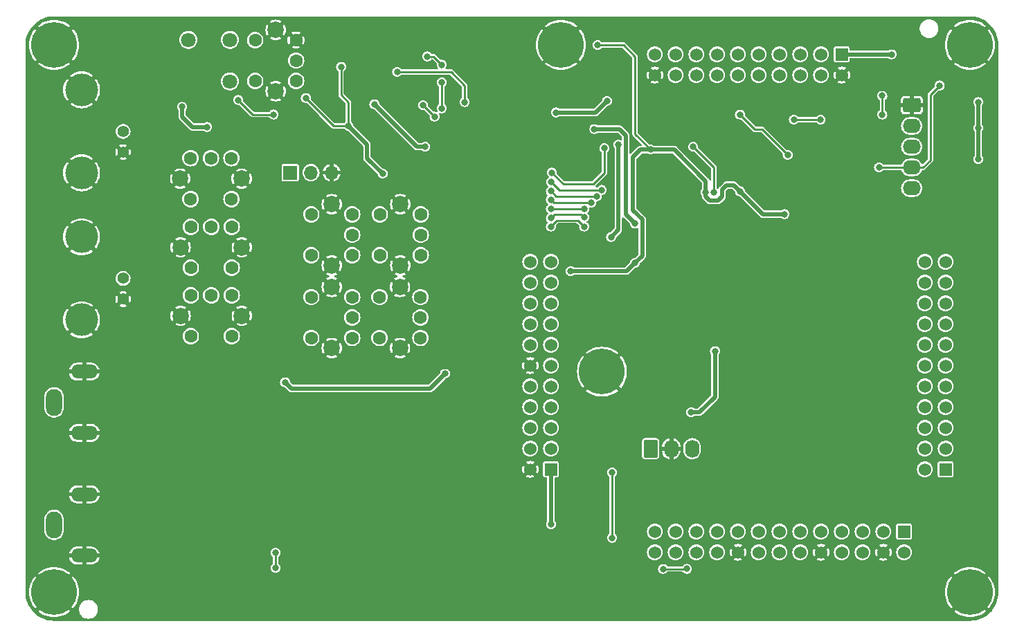
<source format=gbl>
G04 #@! TF.GenerationSoftware,KiCad,Pcbnew,7.0.9*
G04 #@! TF.CreationDate,2024-07-18T06:31:55+01:00*
G04 #@! TF.ProjectId,dacattac-alpha,64616361-7474-4616-932d-616c7068612e,rev?*
G04 #@! TF.SameCoordinates,Original*
G04 #@! TF.FileFunction,Copper,L2,Bot*
G04 #@! TF.FilePolarity,Positive*
%FSLAX46Y46*%
G04 Gerber Fmt 4.6, Leading zero omitted, Abs format (unit mm)*
G04 Created by KiCad (PCBNEW 7.0.9) date 2024-07-18 06:31:55*
%MOMM*%
%LPD*%
G01*
G04 APERTURE LIST*
G04 Aperture macros list*
%AMRoundRect*
0 Rectangle with rounded corners*
0 $1 Rounding radius*
0 $2 $3 $4 $5 $6 $7 $8 $9 X,Y pos of 4 corners*
0 Add a 4 corners polygon primitive as box body*
4,1,4,$2,$3,$4,$5,$6,$7,$8,$9,$2,$3,0*
0 Add four circle primitives for the rounded corners*
1,1,$1+$1,$2,$3*
1,1,$1+$1,$4,$5*
1,1,$1+$1,$6,$7*
1,1,$1+$1,$8,$9*
0 Add four rect primitives between the rounded corners*
20,1,$1+$1,$2,$3,$4,$5,0*
20,1,$1+$1,$4,$5,$6,$7,0*
20,1,$1+$1,$6,$7,$8,$9,0*
20,1,$1+$1,$8,$9,$2,$3,0*%
G04 Aperture macros list end*
G04 #@! TA.AperFunction,ComponentPad*
%ADD10C,1.600000*%
G04 #@! TD*
G04 #@! TA.AperFunction,ComponentPad*
%ADD11C,2.000000*%
G04 #@! TD*
G04 #@! TA.AperFunction,ComponentPad*
%ADD12RoundRect,0.250000X-0.845000X0.620000X-0.845000X-0.620000X0.845000X-0.620000X0.845000X0.620000X0*%
G04 #@! TD*
G04 #@! TA.AperFunction,ComponentPad*
%ADD13O,2.190000X1.740000*%
G04 #@! TD*
G04 #@! TA.AperFunction,ComponentPad*
%ADD14R,1.524000X1.524000*%
G04 #@! TD*
G04 #@! TA.AperFunction,ComponentPad*
%ADD15C,1.524000*%
G04 #@! TD*
G04 #@! TA.AperFunction,ComponentPad*
%ADD16O,2.000000X3.300000*%
G04 #@! TD*
G04 #@! TA.AperFunction,ComponentPad*
%ADD17O,3.300000X1.700000*%
G04 #@! TD*
G04 #@! TA.AperFunction,ComponentPad*
%ADD18C,0.600000*%
G04 #@! TD*
G04 #@! TA.AperFunction,ComponentPad*
%ADD19C,5.600000*%
G04 #@! TD*
G04 #@! TA.AperFunction,ComponentPad*
%ADD20C,1.400000*%
G04 #@! TD*
G04 #@! TA.AperFunction,ComponentPad*
%ADD21C,4.000000*%
G04 #@! TD*
G04 #@! TA.AperFunction,ComponentPad*
%ADD22RoundRect,0.250000X-0.620000X-0.845000X0.620000X-0.845000X0.620000X0.845000X-0.620000X0.845000X0*%
G04 #@! TD*
G04 #@! TA.AperFunction,ComponentPad*
%ADD23O,1.740000X2.190000*%
G04 #@! TD*
G04 #@! TA.AperFunction,ComponentPad*
%ADD24R,1.700000X1.700000*%
G04 #@! TD*
G04 #@! TA.AperFunction,ComponentPad*
%ADD25O,1.700000X1.700000*%
G04 #@! TD*
G04 #@! TA.AperFunction,ComponentPad*
%ADD26C,1.800000*%
G04 #@! TD*
G04 #@! TA.AperFunction,ViaPad*
%ADD27C,0.800000*%
G04 #@! TD*
G04 #@! TA.AperFunction,Conductor*
%ADD28C,0.250000*%
G04 #@! TD*
G04 #@! TA.AperFunction,Conductor*
%ADD29C,0.500000*%
G04 #@! TD*
G04 APERTURE END LIST*
D10*
G04 #@! TO.P,L8,1,1*
G04 #@! TO.N,Net-(C29-Pad2)*
X115168000Y-103618000D03*
G04 #@! TO.P,L8,2,2*
G04 #@! TO.N,Net-(L10-Pad1)*
X120168000Y-103618000D03*
G04 #@! TO.P,L8,3*
G04 #@! TO.N,N/C*
X120168000Y-101118000D03*
G04 #@! TO.P,L8,4,4*
G04 #@! TO.N,Net-(L10-Pad1)*
X120168000Y-98618000D03*
G04 #@! TO.P,L8,5,5*
G04 #@! TO.N,Net-(C18-Pad2)*
X115168000Y-98618000D03*
D11*
G04 #@! TO.P,L8,6,6*
G04 #@! TO.N,GND*
X117668000Y-104868000D03*
X117668000Y-97368000D03*
G04 #@! TD*
D12*
G04 #@! TO.P,J6,1,Pin_1*
G04 #@! TO.N,GND*
X188595000Y-75123000D03*
D13*
G04 #@! TO.P,J6,2,Pin_2*
G04 #@! TO.N,DA_SCL*
X188595000Y-77663000D03*
G04 #@! TO.P,J6,3,Pin_3*
G04 #@! TO.N,DA_SDA*
X188595000Y-80203000D03*
G04 #@! TO.P,J6,4,Pin_4*
G04 #@! TO.N,+5V*
X188595000Y-82743000D03*
G04 #@! TO.P,J6,5,Pin_5*
G04 #@! TO.N,DA_HVC*
X188595000Y-85283000D03*
G04 #@! TD*
D14*
G04 #@! TO.P,P20,1,Pin_1*
G04 #@! TO.N,unconnected-(P20-Pin_1-Pad1)*
X192740000Y-119699800D03*
D15*
G04 #@! TO.P,P20,2,Pin_2*
G04 #@! TO.N,unconnected-(P20-Pin_2-Pad2)*
X190200000Y-119699800D03*
G04 #@! TO.P,P20,3,Pin_3*
G04 #@! TO.N,unconnected-(P20-Pin_3-Pad3)*
X192740000Y-117159800D03*
G04 #@! TO.P,P20,4,Pin_4*
G04 #@! TO.N,unconnected-(P20-Pin_4-Pad4)*
X190200000Y-117159800D03*
G04 #@! TO.P,P20,5,Pin_5*
G04 #@! TO.N,unconnected-(P20-Pin_5-Pad5)*
X192740000Y-114619800D03*
G04 #@! TO.P,P20,6,Pin_6*
G04 #@! TO.N,unconnected-(P20-Pin_6-Pad6)*
X190200000Y-114619800D03*
G04 #@! TO.P,P20,7,Pin_7*
G04 #@! TO.N,unconnected-(P20-Pin_7-Pad7)*
X192740000Y-112079800D03*
G04 #@! TO.P,P20,8,Pin_8*
G04 #@! TO.N,unconnected-(P20-Pin_8-Pad8)*
X190200000Y-112079800D03*
G04 #@! TO.P,P20,9,Pin_9*
G04 #@! TO.N,unconnected-(P20-Pin_9-Pad9)*
X192740000Y-109539800D03*
G04 #@! TO.P,P20,10,Pin_10*
G04 #@! TO.N,unconnected-(P20-Pin_10-Pad10)*
X190200000Y-109539800D03*
G04 #@! TO.P,P20,11,Pin_11*
G04 #@! TO.N,unconnected-(P20-Pin_11-Pad11)*
X192740000Y-106999800D03*
G04 #@! TO.P,P20,12,Pin_12*
G04 #@! TO.N,unconnected-(P20-Pin_12-Pad12)*
X190200000Y-106999800D03*
G04 #@! TO.P,P20,13,Pin_13*
G04 #@! TO.N,unconnected-(P20-Pin_13-Pad13)*
X192740000Y-104459800D03*
G04 #@! TO.P,P20,14,Pin_14*
G04 #@! TO.N,unconnected-(P20-Pin_14-Pad14)*
X190200000Y-104459800D03*
G04 #@! TO.P,P20,15,Pin_15*
G04 #@! TO.N,unconnected-(P20-Pin_15-Pad15)*
X192740000Y-101919800D03*
G04 #@! TO.P,P20,16,Pin_16*
G04 #@! TO.N,unconnected-(P20-Pin_16-Pad16)*
X190200000Y-101919800D03*
G04 #@! TO.P,P20,17,Pin_17*
G04 #@! TO.N,/power/VBUSCTRL*
X192740000Y-99379800D03*
G04 #@! TO.P,P20,18,Pin_18*
G04 #@! TO.N,unconnected-(P20-Pin_18-Pad18)*
X190200000Y-99379800D03*
G04 #@! TO.P,P20,19,Pin_19*
G04 #@! TO.N,unconnected-(P20-Pin_19-Pad19)*
X192740000Y-96839800D03*
G04 #@! TO.P,P20,20,Pin_20*
G04 #@! TO.N,unconnected-(P20-Pin_20-Pad20)*
X190200000Y-96839800D03*
G04 #@! TO.P,P20,21,Pin_21*
G04 #@! TO.N,/power/VBUS*
X192740000Y-94299800D03*
G04 #@! TO.P,P20,22,Pin_22*
G04 #@! TO.N,unconnected-(P20-Pin_22-Pad22)*
X190200000Y-94299800D03*
G04 #@! TD*
D10*
G04 #@! TO.P,L9,1,1*
G04 #@! TO.N,Net-(L7-Pad2)*
X123550000Y-93498000D03*
G04 #@! TO.P,L9,2*
G04 #@! TO.N,N/C*
X128550000Y-93498000D03*
G04 #@! TO.P,L9,3*
X128550000Y-90998000D03*
G04 #@! TO.P,L9,4,4*
G04 #@! TO.N,Net-(C24-Pad1)*
X128550000Y-88498000D03*
G04 #@! TO.P,L9,5*
G04 #@! TO.N,N/C*
X123550000Y-88498000D03*
D11*
G04 #@! TO.P,L9,6,6*
G04 #@! TO.N,GND*
X126050000Y-94748000D03*
X126050000Y-87248000D03*
G04 #@! TD*
D16*
G04 #@! TO.P,J4,1,IN1*
G04 #@! TO.N,Net-(J4-IN1)*
X83710000Y-126500000D03*
G04 #@! TO.P,J4,2,IN2*
G04 #@! TO.N,Net-(J4-IN2)*
X83710000Y-111500000D03*
D17*
G04 #@! TO.P,J4,3,EXT*
G04 #@! TO.N,GND*
X87410000Y-107750000D03*
X87410000Y-115250000D03*
X87410000Y-122750000D03*
X87410000Y-130250000D03*
G04 #@! TD*
D18*
G04 #@! TO.P,J11,1,Pin_1*
G04 #@! TO.N,GND*
X81510000Y-134749800D03*
X82160000Y-133199800D03*
X82160000Y-136299800D03*
X83710000Y-132549800D03*
D19*
X83710000Y-134749800D03*
D18*
X83710000Y-136949800D03*
X85260000Y-133199800D03*
X85260000Y-136299800D03*
X85910000Y-134749800D03*
G04 #@! TD*
G04 #@! TO.P,J13,1,Pin_1*
G04 #@! TO.N,GND*
X148510000Y-107749800D03*
X149160000Y-106199800D03*
X149160000Y-109299800D03*
X150710000Y-105549800D03*
D19*
X150710000Y-107749800D03*
D18*
X150710000Y-109949800D03*
X152260000Y-106199800D03*
X152260000Y-109299800D03*
X152910000Y-107749800D03*
G04 #@! TD*
D10*
G04 #@! TO.P,L11,1,1*
G04 #@! TO.N,Net-(C29-Pad2)*
X105436000Y-103404000D03*
G04 #@! TO.P,L11,2*
G04 #@! TO.N,N/C*
X105436000Y-98404000D03*
G04 #@! TO.P,L11,3*
X102936000Y-98404000D03*
G04 #@! TO.P,L11,4,4*
G04 #@! TO.N,Net-(C34-Pad2)*
X100436000Y-98404000D03*
G04 #@! TO.P,L11,5*
G04 #@! TO.N,N/C*
X100436000Y-103404000D03*
D11*
G04 #@! TO.P,L11,6,6*
G04 #@! TO.N,GND*
X106686000Y-100904000D03*
X99186000Y-100904000D03*
G04 #@! TD*
D10*
G04 #@! TO.P,L10,1,1*
G04 #@! TO.N,Net-(L10-Pad1)*
X123510000Y-103618000D03*
G04 #@! TO.P,L10,2*
G04 #@! TO.N,N/C*
X128510000Y-103618000D03*
G04 #@! TO.P,L10,3*
X128510000Y-101118000D03*
G04 #@! TO.P,L10,4,4*
G04 #@! TO.N,Net-(C26-Pad1)*
X128510000Y-98618000D03*
G04 #@! TO.P,L10,5*
G04 #@! TO.N,N/C*
X123510000Y-98618000D03*
D11*
G04 #@! TO.P,L10,6,6*
G04 #@! TO.N,GND*
X126010000Y-104868000D03*
X126010000Y-97368000D03*
G04 #@! TD*
D14*
G04 #@! TO.P,P30,1,Pin_1*
G04 #@! TO.N,+3.3V_HACKRF*
X180040000Y-68899800D03*
D15*
G04 #@! TO.P,P30,2,Pin_2*
G04 #@! TO.N,GND*
X180040000Y-71439800D03*
G04 #@! TO.P,P30,3,Pin_3*
G04 #@! TO.N,/video-misc/LAD14*
X177500000Y-68899800D03*
G04 #@! TO.P,P30,4,Pin_4*
G04 #@! TO.N,/video-misc/LAD15*
X177500000Y-71439800D03*
G04 #@! TO.P,P30,5,Pin_5*
G04 #@! TO.N,/video-misc/LAD12*
X174960000Y-68899800D03*
G04 #@! TO.P,P30,6,Pin_6*
G04 #@! TO.N,/video-misc/LAD13*
X174960000Y-71439800D03*
G04 #@! TO.P,P30,7,Pin_7*
G04 #@! TO.N,/video-misc/LAD10*
X172420000Y-68899800D03*
G04 #@! TO.P,P30,8,Pin_8*
G04 #@! TO.N,/video-misc/LAD11*
X172420000Y-71439800D03*
G04 #@! TO.P,P30,9,Pin_9*
G04 #@! TO.N,/video-misc/LAD8*
X169880000Y-68899800D03*
G04 #@! TO.P,P30,10,Pin_10*
G04 #@! TO.N,/video-misc/LAD9*
X169880000Y-71439800D03*
G04 #@! TO.P,P30,11,Pin_11*
G04 #@! TO.N,/video-misc/LAD6*
X167340000Y-68899800D03*
G04 #@! TO.P,P30,12,Pin_12*
G04 #@! TO.N,/video-misc/LAD7*
X167340000Y-71439800D03*
G04 #@! TO.P,P30,13,Pin_13*
G04 #@! TO.N,/video-misc/LAD4*
X164800000Y-68899800D03*
G04 #@! TO.P,P30,14,Pin_14*
G04 #@! TO.N,/video-misc/LAD5*
X164800000Y-71439800D03*
G04 #@! TO.P,P30,15,Pin_15*
G04 #@! TO.N,/video-misc/LAD2*
X162260000Y-68899800D03*
G04 #@! TO.P,P30,16,Pin_16*
G04 #@! TO.N,/video-misc/LAD3*
X162260000Y-71439800D03*
G04 #@! TO.P,P30,17,Pin_17*
G04 #@! TO.N,/video-misc/LAD0*
X159720000Y-68899800D03*
G04 #@! TO.P,P30,18,Pin_18*
G04 #@! TO.N,/video-misc/LAD1*
X159720000Y-71439800D03*
G04 #@! TO.P,P30,19,Pin_19*
G04 #@! TO.N,/video-misc/LCLK*
X157180000Y-68899800D03*
G04 #@! TO.P,P30,20,Pin_20*
G04 #@! TO.N,GND*
X157180000Y-71439800D03*
G04 #@! TD*
D10*
G04 #@! TO.P,L14,1,1*
G04 #@! TO.N,Net-(C46-Pad2)*
X108310000Y-72162000D03*
G04 #@! TO.P,L14,2*
G04 #@! TO.N,N/C*
X113310000Y-72162000D03*
G04 #@! TO.P,L14,3*
X113310000Y-69662000D03*
G04 #@! TO.P,L14,4,4*
G04 #@! TO.N,GND*
X113310000Y-67162000D03*
G04 #@! TO.P,L14,5*
G04 #@! TO.N,N/C*
X108310000Y-67162000D03*
D11*
G04 #@! TO.P,L14,6,6*
G04 #@! TO.N,GND*
X110810000Y-73412000D03*
X110810000Y-65912000D03*
G04 #@! TD*
D20*
G04 #@! TO.P,J3,1,In*
G04 #@! TO.N,Net-(J3-In)*
X92160000Y-96330000D03*
D21*
G04 #@! TO.P,J3,2,Ext*
G04 #@! TO.N,GND*
X87080000Y-101410000D03*
D20*
X92160000Y-98870000D03*
D21*
X87080000Y-91250000D03*
G04 #@! TD*
D22*
G04 #@! TO.P,J1,1,Pin_1*
G04 #@! TO.N,+8V*
X156657000Y-117180000D03*
D23*
G04 #@! TO.P,J1,2,Pin_2*
G04 #@! TO.N,GND*
X159197000Y-117180000D03*
G04 #@! TO.P,J1,3,Pin_3*
G04 #@! TO.N,-8V*
X161737000Y-117180000D03*
G04 #@! TD*
D10*
G04 #@! TO.P,L7,1,1*
G04 #@! TO.N,Net-(C18-Pad2)*
X115168000Y-93498000D03*
G04 #@! TO.P,L7,2,2*
G04 #@! TO.N,Net-(L7-Pad2)*
X120168000Y-93498000D03*
G04 #@! TO.P,L7,3*
G04 #@! TO.N,N/C*
X120168000Y-90998000D03*
G04 #@! TO.P,L7,4,4*
G04 #@! TO.N,Net-(L7-Pad2)*
X120168000Y-88498000D03*
G04 #@! TO.P,L7,5,5*
G04 #@! TO.N,Net-(JP1-C)*
X115168000Y-88498000D03*
D11*
G04 #@! TO.P,L7,6,6*
G04 #@! TO.N,GND*
X117668000Y-94748000D03*
X117668000Y-87248000D03*
G04 #@! TD*
D20*
G04 #@! TO.P,J2,1,In*
G04 #@! TO.N,Net-(J2-In)*
X92160000Y-78330000D03*
D21*
G04 #@! TO.P,J2,2,Ext*
G04 #@! TO.N,GND*
X87080000Y-83410000D03*
D20*
X92160000Y-80870000D03*
D21*
X87080000Y-73250000D03*
G04 #@! TD*
D14*
G04 #@! TO.P,P22,1,Pin_1*
G04 #@! TO.N,unconnected-(P22-Pin_1-Pad1)*
X187660000Y-127319800D03*
D15*
G04 #@! TO.P,P22,2,Pin_2*
G04 #@! TO.N,unconnected-(P22-Pin_2-Pad2)*
X187660000Y-129859800D03*
G04 #@! TO.P,P22,3,Pin_3*
G04 #@! TO.N,unconnected-(P22-Pin_3-Pad3)*
X185120000Y-127319800D03*
G04 #@! TO.P,P22,4,Pin_4*
G04 #@! TO.N,GND*
X185120000Y-129859800D03*
G04 #@! TO.P,P22,5,Pin_5*
G04 #@! TO.N,unconnected-(P22-Pin_5-Pad5)*
X182580000Y-127319800D03*
G04 #@! TO.P,P22,6,Pin_6*
G04 #@! TO.N,unconnected-(P22-Pin_6-Pad6)*
X182580000Y-129859800D03*
G04 #@! TO.P,P22,7,Pin_7*
G04 #@! TO.N,unconnected-(P22-Pin_7-Pad7)*
X180040000Y-127319800D03*
G04 #@! TO.P,P22,8,Pin_8*
G04 #@! TO.N,unconnected-(P22-Pin_8-Pad8)*
X180040000Y-129859800D03*
G04 #@! TO.P,P22,9,Pin_9*
G04 #@! TO.N,unconnected-(P22-Pin_9-Pad9)*
X177500000Y-127319800D03*
G04 #@! TO.P,P22,10,Pin_10*
G04 #@! TO.N,GND*
X177500000Y-129859800D03*
G04 #@! TO.P,P22,11,Pin_11*
G04 #@! TO.N,+3.3V_HACKRF*
X174960000Y-127319800D03*
G04 #@! TO.P,P22,12,Pin_12*
G04 #@! TO.N,unconnected-(P22-Pin_12-Pad12)*
X174960000Y-129859800D03*
G04 #@! TO.P,P22,13,Pin_13*
G04 #@! TO.N,/audio/I2S_SDA*
X172420000Y-127319800D03*
G04 #@! TO.P,P22,14,Pin_14*
G04 #@! TO.N,unconnected-(P22-Pin_14-Pad14)*
X172420000Y-129859800D03*
G04 #@! TO.P,P22,15,Pin_15*
G04 #@! TO.N,/audio/I2S_WS*
X169880000Y-127319800D03*
G04 #@! TO.P,P22,16,Pin_16*
G04 #@! TO.N,/audio/I2S_SCK*
X169880000Y-129859800D03*
G04 #@! TO.P,P22,17,Pin_17*
G04 #@! TO.N,unconnected-(P22-Pin_17-Pad17)*
X167340000Y-127319800D03*
G04 #@! TO.P,P22,18,Pin_18*
G04 #@! TO.N,GND*
X167340000Y-129859800D03*
G04 #@! TO.P,P22,19,Pin_19*
G04 #@! TO.N,unconnected-(P22-Pin_19-Pad19)*
X164800000Y-127319800D03*
G04 #@! TO.P,P22,20,Pin_20*
G04 #@! TO.N,unconnected-(P22-Pin_20-Pad20)*
X164800000Y-129859800D03*
G04 #@! TO.P,P22,21,Pin_21*
G04 #@! TO.N,unconnected-(P22-Pin_21-Pad21)*
X162260000Y-127319800D03*
G04 #@! TO.P,P22,22,Pin_22*
G04 #@! TO.N,unconnected-(P22-Pin_22-Pad22)*
X162260000Y-129859800D03*
G04 #@! TO.P,P22,23,Pin_23*
G04 #@! TO.N,unconnected-(P22-Pin_23-Pad23)*
X159720000Y-127319800D03*
G04 #@! TO.P,P22,24,Pin_24*
G04 #@! TO.N,/audio/SDA*
X159720000Y-129859800D03*
G04 #@! TO.P,P22,25,Pin_25*
G04 #@! TO.N,unconnected-(P22-Pin_25-Pad25)*
X157180000Y-127319800D03*
G04 #@! TO.P,P22,26,Pin_26*
G04 #@! TO.N,/audio/SCL*
X157180000Y-129859800D03*
G04 #@! TD*
D24*
G04 #@! TO.P,JP1,1,A*
G04 #@! TO.N,Net-(JP1-A)*
X112588000Y-83378000D03*
D25*
G04 #@! TO.P,JP1,2,C*
G04 #@! TO.N,Net-(JP1-C)*
X115128000Y-83378000D03*
G04 #@! TO.P,JP1,3,B*
G04 #@! TO.N,GND*
X117668000Y-83378000D03*
G04 #@! TD*
D18*
G04 #@! TO.P,J12,1,Pin_1*
G04 #@! TO.N,GND*
X143510000Y-67749800D03*
X144160000Y-66199800D03*
X144160000Y-69299800D03*
X145710000Y-65549800D03*
D19*
X145710000Y-67749800D03*
D18*
X145710000Y-69949800D03*
X147260000Y-66199800D03*
X147260000Y-69299800D03*
X147910000Y-67749800D03*
G04 #@! TD*
D14*
G04 #@! TO.P,P28,1,Pin_1*
G04 #@! TO.N,+3.3V_HACKRF*
X144480000Y-119699800D03*
D15*
G04 #@! TO.P,P28,2,Pin_2*
G04 #@! TO.N,GND*
X141940000Y-119699800D03*
G04 #@! TO.P,P28,3,Pin_3*
G04 #@! TO.N,unconnected-(P28-Pin_3-Pad3)*
X144480000Y-117159800D03*
G04 #@! TO.P,P28,4,Pin_4*
G04 #@! TO.N,unconnected-(P28-Pin_4-Pad4)*
X141940000Y-117159800D03*
G04 #@! TO.P,P28,5,Pin_5*
G04 #@! TO.N,unconnected-(P28-Pin_5-Pad5)*
X144480000Y-114619800D03*
G04 #@! TO.P,P28,6,Pin_6*
G04 #@! TO.N,unconnected-(P28-Pin_6-Pad6)*
X141940000Y-114619800D03*
G04 #@! TO.P,P28,7,Pin_7*
G04 #@! TO.N,unconnected-(P28-Pin_7-Pad7)*
X144480000Y-112079800D03*
G04 #@! TO.P,P28,8,Pin_8*
G04 #@! TO.N,unconnected-(P28-Pin_8-Pad8)*
X141940000Y-112079800D03*
G04 #@! TO.P,P28,9,Pin_9*
G04 #@! TO.N,unconnected-(P28-Pin_9-Pad9)*
X144480000Y-109539800D03*
G04 #@! TO.P,P28,10,Pin_10*
G04 #@! TO.N,unconnected-(P28-Pin_10-Pad10)*
X141940000Y-109539800D03*
G04 #@! TO.P,P28,11,Pin_11*
G04 #@! TO.N,unconnected-(P28-Pin_11-Pad11)*
X144480000Y-106999800D03*
G04 #@! TO.P,P28,12,Pin_12*
G04 #@! TO.N,GND*
X141940000Y-106999800D03*
G04 #@! TO.P,P28,13,Pin_13*
G04 #@! TO.N,unconnected-(P28-Pin_13-Pad13)*
X144480000Y-104459800D03*
G04 #@! TO.P,P28,14,Pin_14*
G04 #@! TO.N,unconnected-(P28-Pin_14-Pad14)*
X141940000Y-104459800D03*
G04 #@! TO.P,P28,15,Pin_15*
G04 #@! TO.N,unconnected-(P28-Pin_15-Pad15)*
X144480000Y-101919800D03*
G04 #@! TO.P,P28,16,Pin_16*
G04 #@! TO.N,LSYNC*
X141940000Y-101919800D03*
G04 #@! TO.P,P28,17,Pin_17*
G04 #@! TO.N,unconnected-(P28-Pin_17-Pad17)*
X144480000Y-99379800D03*
G04 #@! TO.P,P28,18,Pin_18*
G04 #@! TO.N,unconnected-(P28-Pin_18-Pad18)*
X141940000Y-99379800D03*
G04 #@! TO.P,P28,19,Pin_19*
G04 #@! TO.N,unconnected-(P28-Pin_19-Pad19)*
X144480000Y-96839800D03*
G04 #@! TO.P,P28,20,Pin_20*
G04 #@! TO.N,unconnected-(P28-Pin_20-Pad20)*
X141940000Y-96839800D03*
G04 #@! TO.P,P28,21,Pin_21*
G04 #@! TO.N,unconnected-(P28-Pin_21-Pad21)*
X144480000Y-94299800D03*
G04 #@! TO.P,P28,22,Pin_22*
G04 #@! TO.N,unconnected-(P28-Pin_22-Pad22)*
X141940000Y-94299800D03*
G04 #@! TD*
D10*
G04 #@! TO.P,L13,1,1*
G04 #@! TO.N,Net-(C37-Pad2)*
X105396000Y-86626000D03*
G04 #@! TO.P,L13,2*
G04 #@! TO.N,N/C*
X105396000Y-81626000D03*
G04 #@! TO.P,L13,3*
X102896000Y-81626000D03*
G04 #@! TO.P,L13,4,4*
G04 #@! TO.N,Net-(U7-+)*
X100396000Y-81626000D03*
G04 #@! TO.P,L13,5*
G04 #@! TO.N,N/C*
X100396000Y-86626000D03*
D11*
G04 #@! TO.P,L13,6,6*
G04 #@! TO.N,GND*
X106646000Y-84126000D03*
X99146000Y-84126000D03*
G04 #@! TD*
D18*
G04 #@! TO.P,J15,1,Pin_1*
G04 #@! TO.N,GND*
X193510000Y-134749800D03*
X194160000Y-133199800D03*
X194160000Y-136299800D03*
X195710000Y-132549800D03*
D19*
X195710000Y-134749800D03*
D18*
X195710000Y-136949800D03*
X197260000Y-133199800D03*
X197260000Y-136299800D03*
X197910000Y-134749800D03*
G04 #@! TD*
D26*
G04 #@! TO.P,C49,1*
G04 #@! TO.N,Net-(C46-Pad1)*
X105222000Y-72202000D03*
X100142000Y-67122000D03*
G04 #@! TO.P,C49,2*
G04 #@! TO.N,Net-(C46-Pad2)*
X105222000Y-67122000D03*
G04 #@! TD*
D18*
G04 #@! TO.P,J14,1,Pin_1*
G04 #@! TO.N,GND*
X193510000Y-67749800D03*
X194160000Y-66199800D03*
X194160000Y-69299800D03*
X195710000Y-65549800D03*
D19*
X195710000Y-67749800D03*
D18*
X195710000Y-69949800D03*
X197260000Y-66199800D03*
X197260000Y-69299800D03*
X197910000Y-67749800D03*
G04 #@! TD*
D10*
G04 #@! TO.P,L12,1,1*
G04 #@! TO.N,Net-(C34-Pad2)*
X105436000Y-95022000D03*
G04 #@! TO.P,L12,2*
G04 #@! TO.N,N/C*
X105436000Y-90022000D03*
G04 #@! TO.P,L12,3*
X102936000Y-90022000D03*
G04 #@! TO.P,L12,4,4*
G04 #@! TO.N,Net-(C37-Pad2)*
X100436000Y-90022000D03*
G04 #@! TO.P,L12,5*
G04 #@! TO.N,N/C*
X100436000Y-95022000D03*
D11*
G04 #@! TO.P,L12,6,6*
G04 #@! TO.N,GND*
X106686000Y-92522000D03*
X99186000Y-92522000D03*
G04 #@! TD*
D18*
G04 #@! TO.P,J10,1,Pin_1*
G04 #@! TO.N,GND*
X81510000Y-67749800D03*
X82160000Y-66199800D03*
X82160000Y-69299800D03*
X83710000Y-65549800D03*
D19*
X83710000Y-67749800D03*
D18*
X83710000Y-69949800D03*
X85260000Y-66199800D03*
X85260000Y-69299800D03*
X85910000Y-67749800D03*
G04 #@! TD*
D27*
G04 #@! TO.N,GND*
X106873000Y-129038500D03*
G04 #@! TO.N,+3.3V_HACKRF*
X196723000Y-81726000D03*
X174183000Y-76901000D03*
X186121000Y-68900000D03*
X167579000Y-76266000D03*
X161877000Y-80216000D03*
X196723000Y-77917000D03*
X164387503Y-85791000D03*
X196723000Y-74742000D03*
X177447500Y-76901000D03*
X173421000Y-81219000D03*
X144480000Y-126431000D03*
G04 #@! TO.N,+5V*
X131511000Y-107978500D03*
X192024000Y-72710000D03*
X150180000Y-67757000D03*
X156657000Y-80563500D03*
X167579000Y-85664000D03*
X163388000Y-85791000D03*
X111953000Y-109032000D03*
X173040000Y-88458000D03*
X146878000Y-95443000D03*
X154752000Y-94427000D03*
X184597000Y-82743000D03*
G04 #@! TO.N,Net-(U4-VCC)*
X154752000Y-89627000D03*
X149786000Y-78044000D03*
G04 #@! TO.N,Net-(U4-NR)*
X145100000Y-76012000D03*
X151323000Y-74615000D03*
G04 #@! TO.N,Net-(U4-VEE)*
X152720000Y-79949000D03*
X151831000Y-91252000D03*
G04 #@! TO.N,Net-(U4-REF_OUT)*
X125669000Y-71059000D03*
X133924000Y-74742000D03*
G04 #@! TO.N,-5VA*
X118811000Y-70424000D03*
X114493000Y-74234000D03*
X119700000Y-77663000D03*
X123891000Y-83505000D03*
G04 #@! TO.N,+5VA*
X122875000Y-74996000D03*
X110556000Y-76266000D03*
X129098000Y-80203000D03*
X106238000Y-74488000D03*
G04 #@! TO.N,+8V*
X161610000Y-112715000D03*
X151958000Y-128082000D03*
X164531000Y-105222000D03*
X151958000Y-120081000D03*
G04 #@! TO.N,GND*
X174183000Y-73726000D03*
X188280000Y-67630000D03*
X163896000Y-97475000D03*
X182184000Y-89601000D03*
X135194000Y-132019000D03*
X174624000Y-81219000D03*
X183356000Y-105857000D03*
X166435397Y-85767720D03*
X183581000Y-120462000D03*
X168831500Y-89384500D03*
X132654000Y-113731000D03*
X91442500Y-114175500D03*
X180202800Y-114670800D03*
X102555000Y-133162000D03*
X156784000Y-77028000D03*
X177336200Y-101132600D03*
X109540000Y-77663000D03*
X93538000Y-83632000D03*
X179771000Y-115483600D03*
X152246312Y-78893500D03*
X138623000Y-78552000D03*
X115128000Y-126023652D03*
X122621000Y-128717000D03*
X136083000Y-102174000D03*
X135829000Y-78552000D03*
X93538000Y-87315000D03*
X159324000Y-94554000D03*
X168722000Y-67630000D03*
X96967000Y-80431000D03*
X187010000Y-122367000D03*
X195519000Y-93538000D03*
X195519000Y-122367000D03*
X135194000Y-83251000D03*
X155514000Y-107381000D03*
X183388000Y-77566000D03*
X135194000Y-137607000D03*
X188280000Y-70297000D03*
X163388000Y-77536000D03*
X192090000Y-89474000D03*
X151069000Y-104079000D03*
X180787000Y-88204000D03*
X95330000Y-124240000D03*
X177866000Y-108778000D03*
X103571000Y-127237500D03*
X176596000Y-110810000D03*
X171672000Y-95697000D03*
X148021000Y-92395000D03*
X174562921Y-88296412D03*
X151881800Y-69662000D03*
X161229000Y-96205000D03*
X113858000Y-86426000D03*
X195834000Y-86807000D03*
X132044400Y-74691200D03*
X165615497Y-77340503D03*
X104587000Y-124145000D03*
X129710000Y-107750000D03*
X172942000Y-98618000D03*
X182057000Y-67630000D03*
X176596000Y-116404000D03*
X169039500Y-85727500D03*
X125161000Y-83428800D03*
X171556000Y-89307500D03*
X96459000Y-83632000D03*
X195519000Y-107127000D03*
X125923000Y-76774000D03*
X198656500Y-93538000D03*
X161229000Y-97475000D03*
X176078856Y-88272106D03*
X162245000Y-87188000D03*
X132146000Y-106111000D03*
X96078000Y-87315000D03*
X121859000Y-86680000D03*
X93538000Y-100523000D03*
X152212000Y-77155000D03*
X106238000Y-77663000D03*
X103825000Y-92776000D03*
X168849000Y-96205000D03*
X98872000Y-105984000D03*
X179339200Y-114670800D03*
X103190000Y-84013000D03*
X110468500Y-124145000D03*
X101476000Y-134350000D03*
X102809000Y-74488000D03*
X96414000Y-131937000D03*
X173929000Y-90998000D03*
X135194000Y-119954000D03*
X114620000Y-129606000D03*
X132400000Y-116144000D03*
X105603000Y-109921000D03*
X111826000Y-117287000D03*
X166182000Y-96205000D03*
X110429000Y-81600000D03*
X156022000Y-103698000D03*
X103571000Y-129098000D03*
X149291000Y-120335000D03*
X149291000Y-128209000D03*
X148275000Y-73472000D03*
X119210000Y-120250000D03*
X114620000Y-133035000D03*
X131638000Y-83251000D03*
X94046000Y-67884000D03*
X149291000Y-132019000D03*
X160086000Y-79822000D03*
X107127000Y-124145000D03*
X98110000Y-123288000D03*
X183327000Y-81981000D03*
X168849000Y-97475000D03*
X129352000Y-83251000D03*
X111191000Y-128971000D03*
X100523000Y-131787500D03*
X153609000Y-69662000D03*
X109286000Y-108778000D03*
X120970000Y-108892000D03*
X178403000Y-95697000D03*
X94300000Y-104333000D03*
X120843000Y-83251000D03*
X95062000Y-67109000D03*
X117541000Y-101285000D03*
X135194000Y-123510000D03*
X107000000Y-105984000D03*
X97348000Y-132908000D03*
X145481000Y-73472000D03*
X182438000Y-70932000D03*
X193106000Y-128463000D03*
X177860735Y-99138782D03*
X145735000Y-89982000D03*
X168722000Y-64836000D03*
X176739990Y-99121894D03*
X101920000Y-109921000D03*
X171672000Y-98618000D03*
X138623000Y-69535000D03*
X154561500Y-67566500D03*
X125796000Y-74361000D03*
X167960000Y-92014000D03*
X156022000Y-99634000D03*
X175580000Y-134178000D03*
X194757000Y-130114000D03*
X162245000Y-92522000D03*
X116779000Y-124653000D03*
X187518000Y-99761000D03*
X177336200Y-99913400D03*
X103317000Y-101158000D03*
X177895000Y-101920000D03*
X152339000Y-65344000D03*
X114112000Y-121859000D03*
X171672000Y-105857000D03*
X182946000Y-109413000D03*
X137607000Y-103698000D03*
X160467000Y-108524000D03*
X169571577Y-76266926D03*
X176756299Y-101915701D03*
X96967000Y-97094000D03*
X179136000Y-110810000D03*
X165928000Y-109794000D03*
X166182000Y-97475000D03*
X136337000Y-65344000D03*
X137226000Y-107127000D03*
X93830500Y-124240000D03*
X124259000Y-106619000D03*
X171389000Y-111699000D03*
X149291000Y-137607000D03*
X175587400Y-131772400D03*
X135194000Y-127574000D03*
X198694000Y-107127000D03*
X88458000Y-67821000D03*
X172088299Y-81214701D03*
X179771000Y-113883400D03*
X161356000Y-100015000D03*
X174945000Y-116398000D03*
X183356000Y-95697000D03*
X149291000Y-123637000D03*
X181041000Y-116906000D03*
X96967000Y-88712000D03*
X131130000Y-95316000D03*
X95316000Y-118938000D03*
X157292000Y-90871000D03*
X116779000Y-73472000D03*
X161356000Y-77028000D03*
X179136000Y-116906000D03*
X95951000Y-134350000D03*
X100523000Y-127828000D03*
X183962000Y-65725000D03*
X157292000Y-95697000D03*
X135194000Y-81346000D03*
X171135000Y-120462000D03*
X93792000Y-118938000D03*
X92649000Y-112969000D03*
X121859000Y-96078000D03*
X176021000Y-81219000D03*
X136591000Y-109667000D03*
X135194000Y-117922000D03*
X159477500Y-74996000D03*
X100015000Y-123288000D03*
X187518000Y-113985000D03*
X163896000Y-96205000D03*
X137035500Y-116080500D03*
X113985000Y-95951000D03*
G04 #@! TO.N,DA_SDA*
X185001500Y-76266000D03*
X185001500Y-73975701D03*
G04 #@! TO.N,/audio/I2S_WS*
X110805701Y-131760701D03*
X110810000Y-129905000D03*
G04 #@! TO.N,/audio/I2S_SCK*
X158181000Y-131892000D03*
X161106299Y-131887701D03*
G04 #@! TO.N,Net-(R4-Pad2)*
X131130000Y-75504000D03*
X129352000Y-69154000D03*
X131130000Y-70170000D03*
X131130000Y-72329000D03*
G04 #@! TO.N,Net-(U7--)*
X102428000Y-77790000D03*
X99381700Y-75332400D03*
G04 #@! TO.N,DAC_CLK*
X150997399Y-80385399D03*
X144592000Y-83378000D03*
G04 #@! TO.N,AD0*
X144502500Y-84521000D03*
X150692299Y-85499500D03*
G04 #@! TO.N,AD1*
X144467158Y-85661842D03*
X150053000Y-86299000D03*
G04 #@! TO.N,AD2*
X144460718Y-86680000D03*
X149413134Y-87066839D03*
G04 #@! TO.N,AD3*
X144465000Y-87823000D03*
X148529000Y-87834679D03*
G04 #@! TO.N,AD4*
X148529000Y-88839000D03*
X144456048Y-88957048D03*
G04 #@! TO.N,AD5*
X144465000Y-89982000D03*
X148529000Y-89982000D03*
G04 #@! TO.N,Net-(U6B--)*
X130241000Y-76520000D03*
X128844000Y-75123000D03*
G04 #@! TD*
D28*
G04 #@! TO.N,GND*
X106873000Y-129038500D02*
X111123500Y-129038500D01*
X111123500Y-129038500D02*
X111191000Y-128971000D01*
X110429000Y-128209000D02*
X110429000Y-124184500D01*
X111191000Y-128971000D02*
X110429000Y-128209000D01*
X110429000Y-124184500D02*
X110468500Y-124145000D01*
X95290000Y-82108000D02*
X93398000Y-82108000D01*
X96967000Y-80431000D02*
X95290000Y-82108000D01*
X93398000Y-82108000D02*
X92160000Y-80870000D01*
X91366000Y-80076000D02*
X90414000Y-80076000D01*
X92160000Y-80870000D02*
X91366000Y-80076000D01*
X90414000Y-80076000D02*
X87080000Y-83410000D01*
X158181000Y-72440800D02*
X157180000Y-71439800D01*
X158181000Y-73699500D02*
X158181000Y-72440800D01*
X159477500Y-74996000D02*
X158181000Y-73699500D01*
X181041000Y-72440800D02*
X180040000Y-71439800D01*
X181041000Y-76199000D02*
X181041000Y-72440800D01*
X179674000Y-77566000D02*
X181041000Y-76199000D01*
X160213000Y-94554000D02*
X162245000Y-92522000D01*
X159324000Y-94554000D02*
X160213000Y-94554000D01*
X157419000Y-90998000D02*
X157292000Y-90871000D01*
X157800000Y-96205000D02*
X163896000Y-96205000D01*
X157292000Y-95697000D02*
X157419000Y-95570000D01*
X157419000Y-95570000D02*
X157419000Y-90998000D01*
X157292000Y-95697000D02*
X157800000Y-96205000D01*
X161229000Y-96205000D02*
X161229000Y-97475000D01*
X166182000Y-97475000D02*
X163896000Y-97475000D01*
X163896000Y-96205000D02*
X163896000Y-97475000D01*
X161356000Y-100015000D02*
X163642000Y-100015000D01*
X163642000Y-100015000D02*
X166182000Y-97475000D01*
X169484000Y-109794000D02*
X171389000Y-111699000D01*
X165928000Y-109794000D02*
X169484000Y-109794000D01*
X160467000Y-108524000D02*
X160467000Y-108778000D01*
X153609000Y-115636000D02*
X153609000Y-118557000D01*
X160467000Y-108778000D02*
X153609000Y-115636000D01*
X153516200Y-110556000D02*
X150710000Y-107749800D01*
X155260000Y-109667000D02*
X154371000Y-110556000D01*
X155260000Y-107635000D02*
X155260000Y-109667000D01*
X154371000Y-110556000D02*
X153516200Y-110556000D01*
X155514000Y-107381000D02*
X155260000Y-107635000D01*
X145608000Y-90109000D02*
X145735000Y-89982000D01*
X145608000Y-92268000D02*
X145608000Y-90109000D01*
X145862000Y-92522000D02*
X145608000Y-92268000D01*
X145862000Y-96840000D02*
X145862000Y-92522000D01*
X152974000Y-104079000D02*
X153228000Y-104333000D01*
X151069000Y-102047000D02*
X145862000Y-96840000D01*
X151069000Y-104079000D02*
X152974000Y-104079000D01*
X151069000Y-104079000D02*
X151069000Y-102047000D01*
X156149000Y-103571000D02*
X156022000Y-103698000D01*
X156022000Y-99634000D02*
X156149000Y-99761000D01*
X156149000Y-99761000D02*
X156149000Y-103571000D01*
X153863000Y-103698000D02*
X153228000Y-104333000D01*
X156022000Y-103698000D02*
X153863000Y-103698000D01*
X176596000Y-109413000D02*
X176596000Y-110810000D01*
X177866000Y-108778000D02*
X177231000Y-108778000D01*
X177231000Y-108778000D02*
X176596000Y-109413000D01*
X179136000Y-110810000D02*
X179009000Y-110810000D01*
X179009000Y-110810000D02*
X178882000Y-110937000D01*
X95951000Y-134350000D02*
X101476000Y-134350000D01*
X97602000Y-133162000D02*
X102555000Y-133162000D01*
X97348000Y-132908000D02*
X97602000Y-133162000D01*
X100373500Y-131638000D02*
X100523000Y-131787500D01*
X96713000Y-131638000D02*
X100373500Y-131638000D01*
X96414000Y-131937000D02*
X96713000Y-131638000D01*
X104587000Y-126221500D02*
X103571000Y-127237500D01*
X104587000Y-124145000D02*
X104587000Y-126221500D01*
X107508000Y-121859000D02*
X114112000Y-121859000D01*
X107127000Y-122240000D02*
X107508000Y-121859000D01*
X107127000Y-124145000D02*
X107127000Y-122240000D01*
X107214494Y-124057506D02*
X110381006Y-124057506D01*
X110381006Y-124057506D02*
X110468500Y-124145000D01*
X107127000Y-124145000D02*
X107214494Y-124057506D01*
X113249348Y-124145000D02*
X115128000Y-126023652D01*
X110468500Y-124145000D02*
X113249348Y-124145000D01*
X127193000Y-86105000D02*
X126050000Y-87248000D01*
X127193000Y-85460800D02*
X127193000Y-86105000D01*
X125161000Y-83428800D02*
X125338800Y-83251000D01*
X125338800Y-83251000D02*
X129352000Y-83251000D01*
X125161000Y-83428800D02*
X127193000Y-85460800D01*
X126939000Y-77790000D02*
X125923000Y-76774000D01*
X130876000Y-77790000D02*
X126939000Y-77790000D01*
X132044400Y-76621600D02*
X130876000Y-77790000D01*
X132044400Y-74691200D02*
X132044400Y-74767400D01*
X132044400Y-74767400D02*
X135829000Y-78552000D01*
X132044400Y-74691200D02*
X132044400Y-76621600D01*
X153609000Y-69662000D02*
X151881800Y-69662000D01*
D29*
G04 #@! TO.N,+3.3V_HACKRF*
X196723000Y-74742000D02*
X196723000Y-77917000D01*
X144480000Y-126431000D02*
X144480000Y-119699800D01*
D28*
X169408503Y-78095503D02*
X170297503Y-78095503D01*
X167579000Y-76266000D02*
X169408503Y-78095503D01*
X170297503Y-78095503D02*
X173421000Y-81219000D01*
X174183000Y-76901000D02*
X177447500Y-76901000D01*
D29*
X196723000Y-81726000D02*
X196723000Y-77917000D01*
X180040000Y-68899800D02*
X186120800Y-68899800D01*
D28*
X164387503Y-85791000D02*
X164387503Y-82726503D01*
D29*
X186120800Y-68899800D02*
X186121000Y-68900000D01*
D28*
X164387503Y-82726503D02*
X161877000Y-80216000D01*
G04 #@! TO.N,+5V*
X150180000Y-67757000D02*
X153355000Y-67757000D01*
D29*
X129695500Y-109794000D02*
X112715000Y-109794000D01*
X154498000Y-87950000D02*
X154498000Y-81473000D01*
X155641000Y-93538000D02*
X155641000Y-89093000D01*
X166832720Y-84917720D02*
X165912280Y-84917720D01*
X167579000Y-85664000D02*
X166832720Y-84917720D01*
X154498000Y-81473000D02*
X155407500Y-80563500D01*
D28*
X192024000Y-72710000D02*
X190881000Y-73853000D01*
D29*
X155407500Y-80563500D02*
X156657000Y-80563500D01*
X163388000Y-86299000D02*
X163388000Y-85791000D01*
D28*
X190881000Y-81854000D02*
X189992000Y-82743000D01*
D29*
X153736000Y-95443000D02*
X154752000Y-94427000D01*
X154752000Y-94427000D02*
X155641000Y-93538000D01*
D28*
X189992000Y-82743000D02*
X188595000Y-82743000D01*
X190881000Y-73853000D02*
X190881000Y-81854000D01*
D29*
X165420000Y-86299000D02*
X164912000Y-86807000D01*
X163388000Y-84394000D02*
X159557500Y-80563500D01*
X163896000Y-86807000D02*
X163388000Y-86299000D01*
D28*
X184597000Y-82743000D02*
X188595000Y-82743000D01*
D29*
X163388000Y-85791000D02*
X163388000Y-84394000D01*
X165912280Y-84917720D02*
X165420000Y-85410000D01*
X165420000Y-85410000D02*
X165420000Y-86299000D01*
X170373000Y-88458000D02*
X173040000Y-88458000D01*
D28*
X153355000Y-67757000D02*
X154752000Y-69154000D01*
D29*
X164912000Y-86807000D02*
X163896000Y-86807000D01*
X167579000Y-85664000D02*
X170373000Y-88458000D01*
X155641000Y-89093000D02*
X154498000Y-87950000D01*
D28*
X154752000Y-69154000D02*
X154752000Y-78658500D01*
X154752000Y-78658500D02*
X156657000Y-80563500D01*
D29*
X146878000Y-95443000D02*
X153736000Y-95443000D01*
X131511000Y-107978500D02*
X129695500Y-109794000D01*
X112715000Y-109794000D02*
X111953000Y-109032000D01*
X159557500Y-80563500D02*
X156657000Y-80563500D01*
G04 #@! TO.N,Net-(U4-VCC)*
X154752000Y-89627000D02*
X153609000Y-88484000D01*
X153609000Y-78806000D02*
X152847000Y-78044000D01*
X152847000Y-78044000D02*
X149786000Y-78044000D01*
X153609000Y-88484000D02*
X153609000Y-78806000D01*
G04 #@! TO.N,Net-(U4-NR)*
X145100000Y-76012000D02*
X149926000Y-76012000D01*
X149926000Y-76012000D02*
X151323000Y-74615000D01*
G04 #@! TO.N,Net-(U4-VEE)*
X152720000Y-79949000D02*
X152720000Y-90363000D01*
X152720000Y-90363000D02*
X151831000Y-91252000D01*
D28*
G04 #@! TO.N,Net-(U4-REF_OUT)*
X133924000Y-74742000D02*
X133924000Y-72710000D01*
X133924000Y-72710000D02*
X132273000Y-71059000D01*
X132273000Y-71059000D02*
X125669000Y-71059000D01*
G04 #@! TO.N,-5VA*
X119700000Y-77663000D02*
X119700000Y-74742000D01*
X118811000Y-73853000D02*
X118811000Y-70424000D01*
D29*
X119700000Y-77663000D02*
X121986000Y-79949000D01*
D28*
X117922000Y-77663000D02*
X114493000Y-74234000D01*
D29*
X121986000Y-81600000D02*
X123891000Y-83505000D01*
D28*
X119700000Y-74742000D02*
X118811000Y-73853000D01*
D29*
X121986000Y-79949000D02*
X121986000Y-81600000D01*
D28*
X119700000Y-77663000D02*
X117922000Y-77663000D01*
D29*
G04 #@! TO.N,+5VA*
X129098000Y-80203000D02*
X128082000Y-80203000D01*
D28*
X110556000Y-76266000D02*
X108016000Y-76266000D01*
X108016000Y-76266000D02*
X106238000Y-74488000D01*
D29*
X128082000Y-80203000D02*
X122875000Y-74996000D01*
D28*
G04 #@! TO.N,+8V*
X151958000Y-120081000D02*
X151958000Y-128082000D01*
D29*
X162626000Y-112715000D02*
X164531000Y-110810000D01*
X164531000Y-110810000D02*
X164531000Y-105222000D01*
X161610000Y-112715000D02*
X162626000Y-112715000D01*
D28*
G04 #@! TO.N,GND*
X181041000Y-116906000D02*
X179136000Y-116906000D01*
X135194000Y-123510000D02*
X135194000Y-127574000D01*
X195834000Y-86807000D02*
X198186000Y-89159000D01*
X171672000Y-95697000D02*
X171672000Y-98618000D01*
X88458000Y-67122000D02*
X89347000Y-66233000D01*
X111699000Y-88585000D02*
X111699000Y-93665000D01*
X113985000Y-95951000D02*
X116465000Y-95951000D01*
X112461000Y-86426000D02*
X110429000Y-84394000D01*
X182184000Y-89982000D02*
X185359000Y-93157000D01*
X103190000Y-84013000D02*
X102047000Y-84013000D01*
X136337000Y-66995000D02*
X136337000Y-65344000D01*
X96967000Y-87569000D02*
X96967000Y-88712000D01*
X140288800Y-121351000D02*
X129987000Y-121351000D01*
X98872000Y-105984000D02*
X97475000Y-104587000D01*
X188280000Y-70297000D02*
X188280000Y-67630000D01*
X195834000Y-85095000D02*
X198567000Y-82362000D01*
X136591000Y-107762000D02*
X136591000Y-109667000D01*
X132146000Y-106111000D02*
X136083000Y-102174000D01*
X186309000Y-75123000D02*
X186309000Y-76774000D01*
X198567000Y-70606800D02*
X195710000Y-67749800D01*
X138623000Y-102682000D02*
X138623000Y-93919000D01*
X148509999Y-64949801D02*
X145710000Y-67749800D01*
X85260000Y-133199800D02*
X86059800Y-132400000D01*
X187518000Y-121859000D02*
X187518000Y-113985000D01*
X114112000Y-121859000D02*
X117601000Y-121859000D01*
X187010000Y-122367000D02*
X187518000Y-121859000D01*
X114112000Y-64582000D02*
X112140000Y-64582000D01*
X114620000Y-65090000D02*
X114112000Y-64582000D01*
X143177200Y-65217000D02*
X145710000Y-67749800D01*
X98300500Y-95760500D02*
X96967000Y-97094000D01*
X96713000Y-87315000D02*
X96967000Y-87569000D01*
X172088299Y-82678701D02*
X172088299Y-81214701D01*
X145735000Y-90109000D02*
X145735000Y-89982000D01*
X111953000Y-71694000D02*
X111953000Y-72269000D01*
X183356000Y-95697000D02*
X183356000Y-93001000D01*
X137226000Y-107127000D02*
X136591000Y-107762000D01*
X136591000Y-109667000D02*
X134178000Y-109667000D01*
X99186000Y-92522000D02*
X98110000Y-93598000D01*
X193167000Y-89474000D02*
X195834000Y-86807000D01*
X100523000Y-127828000D02*
X98918000Y-127828000D01*
X103825000Y-93665000D02*
X100904000Y-96586000D01*
X195834000Y-86807000D02*
X195834000Y-93223000D01*
X149291000Y-120335000D02*
X149291000Y-123637000D01*
X110429000Y-84394000D02*
X110429000Y-81600000D01*
X166435397Y-88965397D02*
X166435397Y-85767720D01*
X93538000Y-100523000D02*
X94681000Y-100523000D01*
X96713000Y-102555000D02*
X97535000Y-102555000D01*
X107000000Y-107254000D02*
X107000000Y-105984000D01*
X136972000Y-65344000D02*
X139377800Y-67749800D01*
X182184000Y-89601000D02*
X182184000Y-89982000D01*
X129210000Y-107750000D02*
X128068000Y-108892000D01*
X136337000Y-65344000D02*
X136972000Y-65344000D01*
X100904000Y-99888000D02*
X100202000Y-99888000D01*
X111699000Y-93665000D02*
X113985000Y-95951000D01*
X195519000Y-93538000D02*
X198656500Y-93538000D01*
X100523000Y-127828000D02*
X102980500Y-127828000D01*
X190210400Y-137251400D02*
X193208400Y-137251400D01*
X102980500Y-127828000D02*
X103571000Y-127237500D01*
X109667000Y-72269000D02*
X110810000Y-73412000D01*
X155514000Y-68519000D02*
X151944801Y-64949801D01*
X149291000Y-132019000D02*
X149291000Y-137607000D01*
X163388000Y-77536000D02*
X160848000Y-74996000D01*
X186309000Y-76774000D02*
X185517000Y-77566000D01*
X176078856Y-88272106D02*
X180718894Y-88272106D01*
X133924000Y-108524000D02*
X133924000Y-109921000D01*
X95330000Y-124240000D02*
X93935000Y-124240000D01*
X153228000Y-104333000D02*
X153228000Y-105231800D01*
X171479000Y-89384500D02*
X168831500Y-89384500D01*
X94681000Y-100523000D02*
X96713000Y-102555000D01*
X185120000Y-129859800D02*
X183087800Y-131892000D01*
X147386000Y-111073800D02*
X147386000Y-113604000D01*
X173246500Y-90998000D02*
X173929000Y-90998000D01*
X159197000Y-118811000D02*
X159197000Y-117180000D01*
X97475000Y-102615000D02*
X99186000Y-100904000D01*
X149291000Y-128209000D02*
X149291000Y-132019000D01*
X152212000Y-74251800D02*
X152212000Y-77155000D01*
X86059800Y-132400000D02*
X87061000Y-132400000D01*
X192547200Y-127904200D02*
X193106000Y-128463000D01*
X188102200Y-132842000D02*
X188102200Y-135143200D01*
X171556000Y-89307500D02*
X171479000Y-89384500D01*
X153482000Y-118430000D02*
X153609000Y-118557000D01*
X112140000Y-64582000D02*
X110810000Y-65912000D01*
X183356000Y-93001000D02*
X186883000Y-89474000D01*
X143209800Y-118430000D02*
X153482000Y-118430000D01*
X109286000Y-108778000D02*
X107000000Y-106492000D01*
X113858000Y-86426000D02*
X111699000Y-88585000D01*
X138623000Y-69535000D02*
X138623000Y-68519000D01*
X129987000Y-121351000D02*
X122621000Y-128717000D01*
X88458000Y-67821000D02*
X88458000Y-67122000D01*
X106238000Y-76266000D02*
X106238000Y-77663000D01*
X166690000Y-95697000D02*
X171672000Y-95697000D01*
X97535000Y-102555000D02*
X99186000Y-100904000D01*
X132654000Y-111191000D02*
X133924000Y-109921000D01*
X188595000Y-72837000D02*
X190119000Y-71313000D01*
X88458000Y-69789000D02*
X88458000Y-67821000D01*
X157673000Y-120335000D02*
X159197000Y-118811000D01*
X148021000Y-92395000D02*
X145735000Y-90109000D01*
X134178000Y-109667000D02*
X133924000Y-109921000D01*
X93935000Y-124240000D02*
X93830500Y-124240000D01*
X170134200Y-132654000D02*
X167340000Y-129859800D01*
X182438000Y-76616000D02*
X182438000Y-70932000D01*
D29*
X115128000Y-126023652D02*
X116498652Y-124653000D01*
D28*
X139766000Y-92776000D02*
X138623000Y-93919000D01*
X147386000Y-113604000D02*
X147386000Y-115382000D01*
X93538000Y-87315000D02*
X96713000Y-87315000D01*
X172112503Y-73726000D02*
X169571577Y-76266926D01*
X87082000Y-101412000D02*
X87080000Y-101410000D01*
X102047000Y-84013000D02*
X101031000Y-85029000D01*
X95316000Y-118938000D02*
X93792000Y-118938000D01*
X93538000Y-83632000D02*
X96840000Y-83632000D01*
X135194000Y-127574000D02*
X135194000Y-132019000D01*
X151944801Y-64949801D02*
X148509999Y-64949801D01*
X99888000Y-71567000D02*
X97856000Y-71567000D01*
X101920000Y-109921000D02*
X101920000Y-109032000D01*
X105603000Y-109921000D02*
X105603000Y-108651000D01*
X109667000Y-70805000D02*
X109667000Y-72269000D01*
X168468000Y-90998000D02*
X166435397Y-88965397D01*
X139392200Y-67749800D02*
X141925000Y-65217000D01*
X132654000Y-107254000D02*
X133924000Y-108524000D01*
X166182000Y-96205000D02*
X166182000Y-97475000D01*
X135194000Y-81346000D02*
X135829000Y-80711000D01*
X145735000Y-89982000D02*
X145735000Y-91506000D01*
X118998000Y-96078000D02*
X117668000Y-94748000D01*
X141940000Y-106999800D02*
X141051200Y-106111000D01*
X102809000Y-74488000D02*
X102809000Y-74615000D01*
X130206000Y-107254000D02*
X132654000Y-107254000D01*
X129710000Y-107750000D02*
X130206000Y-107254000D01*
X195834000Y-93223000D02*
X195519000Y-93538000D01*
X138623000Y-68519000D02*
X139392200Y-67749800D01*
X145735000Y-91506000D02*
X144465000Y-92776000D01*
X186883000Y-89474000D02*
X193167000Y-89474000D01*
X168849000Y-97475000D02*
X168849000Y-96205000D01*
X173929000Y-90998000D02*
X168595000Y-90998000D01*
X176021000Y-81219000D02*
X179674000Y-77566000D01*
X168595000Y-90998000D02*
X168468000Y-90998000D01*
X96967000Y-90303000D02*
X99186000Y-92522000D01*
X156784000Y-77028000D02*
X159578000Y-79822000D01*
X116779000Y-73472000D02*
X114239000Y-70932000D01*
X183087800Y-131892000D02*
X179532200Y-131892000D01*
X167960000Y-91633000D02*
X167960000Y-92014000D01*
X176021000Y-81219000D02*
X174624000Y-81219000D01*
X182184000Y-89601000D02*
X180787000Y-88204000D01*
X171389000Y-109413000D02*
X171389000Y-111699000D01*
X152212000Y-77155000D02*
X152339000Y-77028000D01*
X144465000Y-92776000D02*
X139766000Y-92776000D01*
X137035500Y-116080500D02*
X135194000Y-117922000D01*
X171135000Y-120462000D02*
X183581000Y-120462000D01*
X95062000Y-68773000D02*
X95062000Y-67109000D01*
X131257000Y-117287000D02*
X132400000Y-116144000D01*
X183388000Y-77566000D02*
X183291000Y-77566000D01*
X101920000Y-109032000D02*
X98872000Y-105984000D01*
X104460000Y-74488000D02*
X106238000Y-76266000D01*
X116465000Y-95951000D02*
X117668000Y-94748000D01*
X100202000Y-99888000D02*
X99186000Y-100904000D01*
X117795000Y-83251000D02*
X117668000Y-83378000D01*
X111826000Y-117287000D02*
X131257000Y-117287000D01*
X192547200Y-127904200D02*
X192547200Y-131587000D01*
X141925000Y-65217000D02*
X143177200Y-65217000D01*
X141051200Y-106111000D02*
X138242000Y-106111000D01*
X150710000Y-107749800D02*
X147386000Y-111073800D01*
X155514000Y-69773800D02*
X155514000Y-68519000D01*
X89347000Y-66233000D02*
X94300000Y-66233000D01*
X175587400Y-131772400D02*
X174705800Y-132654000D01*
X132654000Y-113731000D02*
X132654000Y-111191000D01*
X100049000Y-85029000D02*
X99146000Y-84126000D01*
X188595000Y-75123000D02*
X188595000Y-72837000D01*
X128068000Y-108892000D02*
X120970000Y-108892000D01*
X193208400Y-137251400D02*
X195710000Y-134749800D01*
X141940000Y-119699800D02*
X140288800Y-121351000D01*
X162626000Y-87569000D02*
X162245000Y-87188000D01*
X113310000Y-67162000D02*
X114620000Y-65852000D01*
X101031000Y-85029000D02*
X100049000Y-85029000D01*
X107000000Y-106492000D02*
X107000000Y-105984000D01*
X185359000Y-97602000D02*
X187518000Y-99761000D01*
X179532200Y-131892000D02*
X177500000Y-129859800D01*
X174705800Y-132654000D02*
X170134200Y-132654000D01*
X166182000Y-96205000D02*
X166690000Y-95697000D01*
X121859000Y-96078000D02*
X118998000Y-96078000D01*
X165039000Y-87569000D02*
X162626000Y-87569000D01*
X185120000Y-129859800D02*
X188102200Y-132842000D01*
X183962000Y-77566000D02*
X179674000Y-77566000D01*
X165615497Y-77340503D02*
X163583497Y-77340503D01*
X183962000Y-65725000D02*
X182057000Y-67630000D01*
X97221000Y-104333000D02*
X98872000Y-105984000D01*
X103825000Y-92776000D02*
X103825000Y-93665000D01*
X145710000Y-67749800D02*
X152212000Y-74251800D01*
X137607000Y-103698000D02*
X138623000Y-102682000D01*
X103317000Y-101158000D02*
X102174000Y-101158000D01*
X97746000Y-82726000D02*
X99146000Y-84126000D01*
X143703000Y-73472000D02*
X138623000Y-78552000D01*
X171556000Y-89307500D02*
X173246500Y-90998000D01*
X112207000Y-74809000D02*
X112207000Y-76139000D01*
X171389000Y-106140000D02*
X171672000Y-105857000D01*
X198186000Y-89159000D02*
X198186000Y-132273800D01*
X185105000Y-120462000D02*
X187010000Y-122367000D01*
D29*
X122621000Y-126939000D02*
X120335000Y-124653000D01*
D28*
X168722000Y-64836000D02*
X168722000Y-67630000D01*
X114620000Y-129606000D02*
X114620000Y-133035000D01*
X192146800Y-71313000D02*
X195710000Y-67749800D01*
X169039500Y-85727500D02*
X172088299Y-82678701D01*
X135829000Y-80711000D02*
X135829000Y-78552000D01*
X105603000Y-108651000D02*
X107000000Y-107254000D01*
X198186000Y-132273800D02*
X195710000Y-134749800D01*
X176756878Y-99138782D02*
X177860735Y-99138782D01*
X195834000Y-86807000D02*
X195834000Y-85095000D01*
X113858000Y-86426000D02*
X112461000Y-86426000D01*
X94046000Y-67884000D02*
X94173000Y-67884000D01*
X187010000Y-122367000D02*
X192547200Y-127904200D01*
X107889000Y-105095000D02*
X107889000Y-102107000D01*
X94300000Y-104333000D02*
X97221000Y-104333000D01*
X160848000Y-74996000D02*
X159477500Y-74996000D01*
X135194000Y-83251000D02*
X131638000Y-83251000D01*
X180718894Y-88272106D02*
X180787000Y-88204000D01*
X135194000Y-117922000D02*
X135194000Y-119954000D01*
X112207000Y-76139000D02*
X110683000Y-77663000D01*
X141940000Y-119699800D02*
X143209800Y-118430000D01*
X102174000Y-101158000D02*
X100904000Y-99888000D01*
X107889000Y-102107000D02*
X106686000Y-100904000D01*
X174945000Y-116398000D02*
X174951000Y-116404000D01*
X188102200Y-135143200D02*
X190210400Y-137251400D01*
X98110000Y-95570000D02*
X98300500Y-95760500D01*
X96967000Y-81947000D02*
X97746000Y-82726000D01*
X157180000Y-71439800D02*
X155514000Y-69773800D01*
X107000000Y-105984000D02*
X107889000Y-105095000D01*
X135194000Y-119954000D02*
X135194000Y-123510000D01*
X195519000Y-107127000D02*
X198694000Y-107127000D01*
X110810000Y-73412000D02*
X112207000Y-74809000D01*
X155387000Y-120335000D02*
X157673000Y-120335000D01*
X179771000Y-113883400D02*
X179771000Y-115483600D01*
X185517000Y-77566000D02*
X183388000Y-77566000D01*
X138623000Y-69535000D02*
X138623000Y-69281000D01*
X114620000Y-65852000D02*
X114620000Y-65090000D01*
X103571000Y-127237500D02*
X103571000Y-129098000D01*
X192547200Y-131587000D02*
X195710000Y-134749800D01*
X162245000Y-87188000D02*
X162245000Y-92522000D01*
X183327000Y-81981000D02*
X183388000Y-81920000D01*
X112715000Y-70932000D02*
X111953000Y-71694000D01*
X87442000Y-132019000D02*
X87410000Y-131987000D01*
X174951000Y-116404000D02*
X176596000Y-116404000D01*
X86257200Y-70297000D02*
X87950000Y-70297000D01*
X176739990Y-99121894D02*
X176756878Y-99138782D01*
X147386000Y-115382000D02*
X149291000Y-117287000D01*
X107000000Y-105984000D02*
X98872000Y-105984000D01*
X99126000Y-96586000D02*
X98300500Y-95760500D01*
X95062000Y-66995000D02*
X95062000Y-67109000D01*
X114239000Y-70932000D02*
X112715000Y-70932000D01*
X174183000Y-73726000D02*
X172112503Y-73726000D01*
X179339200Y-114670800D02*
X180202800Y-114670800D01*
X94173000Y-67884000D02*
X95062000Y-68773000D01*
X87950000Y-70297000D02*
X88458000Y-69789000D01*
X149291000Y-117287000D02*
X149291000Y-120335000D01*
X193106000Y-128463000D02*
X194757000Y-130114000D01*
X183388000Y-81920000D02*
X183388000Y-77566000D01*
X113310000Y-67162000D02*
X109667000Y-70805000D01*
X145481000Y-73472000D02*
X143703000Y-73472000D01*
X138242000Y-106111000D02*
X137226000Y-107127000D01*
X100904000Y-96586000D02*
X99126000Y-96586000D01*
X175587400Y-134170600D02*
X175580000Y-134178000D01*
X98110000Y-93598000D02*
X98110000Y-95570000D01*
X96840000Y-83632000D02*
X97746000Y-82726000D01*
D29*
X120335000Y-124653000D02*
X116779000Y-124653000D01*
D28*
X91442500Y-114175500D02*
X92649000Y-112969000D01*
X97475000Y-104587000D02*
X97475000Y-102615000D01*
X129710000Y-107750000D02*
X129210000Y-107750000D01*
X97856000Y-71567000D02*
X95062000Y-68773000D01*
X166435397Y-85767720D02*
X166435397Y-86172603D01*
X159578000Y-79822000D02*
X160086000Y-79822000D01*
D29*
X116498652Y-124653000D02*
X116779000Y-124653000D01*
D28*
X166435397Y-86172603D02*
X165039000Y-87569000D01*
X153609000Y-118557000D02*
X155387000Y-120335000D01*
X93935000Y-124240000D02*
X92445000Y-122750000D01*
X102809000Y-74488000D02*
X99888000Y-71567000D01*
X98918000Y-127828000D02*
X95330000Y-124240000D01*
X168595000Y-90998000D02*
X167960000Y-91633000D01*
X177336200Y-99913400D02*
X177336200Y-101132600D01*
X87410000Y-131987000D02*
X87410000Y-130250000D01*
X87061000Y-132400000D02*
X87442000Y-132019000D01*
X100523000Y-127828000D02*
X100523000Y-131787500D01*
X109540000Y-77663000D02*
X106238000Y-77663000D01*
X190119000Y-71313000D02*
X192146800Y-71313000D01*
X96967000Y-98685000D02*
X99186000Y-100904000D01*
X153228000Y-105231800D02*
X150710000Y-107749800D01*
X198567000Y-82362000D02*
X198567000Y-70606800D01*
X183388000Y-77566000D02*
X182438000Y-76616000D01*
X157445500Y-77028000D02*
X156784000Y-77028000D01*
X194256200Y-67749800D02*
X195710000Y-67749800D01*
X102809000Y-74488000D02*
X104460000Y-74488000D01*
X96967000Y-88712000D02*
X96967000Y-90303000D01*
X149291000Y-123637000D02*
X149291000Y-128209000D01*
X117601000Y-121859000D02*
X119210000Y-120250000D01*
X175587400Y-131772400D02*
X175587400Y-134170600D01*
X183581000Y-120462000D02*
X185105000Y-120462000D01*
X137607000Y-103698000D02*
X136083000Y-102174000D01*
X138623000Y-69281000D02*
X136337000Y-66995000D01*
X94300000Y-66233000D02*
X95062000Y-66995000D01*
X110683000Y-77663000D02*
X109540000Y-77663000D01*
X195519000Y-107127000D02*
X195519000Y-122367000D01*
D29*
X122621000Y-128717000D02*
X122621000Y-126939000D01*
D28*
X188595000Y-75123000D02*
X186309000Y-75123000D01*
X185359000Y-93157000D02*
X185359000Y-97602000D01*
X111953000Y-72269000D02*
X110810000Y-73412000D01*
X135194000Y-137607000D02*
X135194000Y-132019000D01*
X120843000Y-83251000D02*
X117795000Y-83251000D01*
X83710000Y-67749800D02*
X86257200Y-70297000D01*
X96967000Y-97094000D02*
X96967000Y-98685000D01*
X96967000Y-80431000D02*
X96967000Y-81947000D01*
X163583497Y-77340503D02*
X163388000Y-77536000D01*
X159477500Y-74996000D02*
X157445500Y-77028000D01*
X92445000Y-122750000D02*
X87410000Y-122750000D01*
X139377800Y-67749800D02*
X139392200Y-67749800D01*
X171389000Y-109413000D02*
X171389000Y-106140000D01*
X96993000Y-80431000D02*
X96967000Y-80431000D01*
X177500000Y-129859800D02*
X175587400Y-131772400D01*
G04 #@! TO.N,DA_SDA*
X185001500Y-76266000D02*
X185001500Y-73975701D01*
G04 #@! TO.N,/audio/I2S_WS*
X110810000Y-129905000D02*
X110805701Y-129909299D01*
X110805701Y-129909299D02*
X110805701Y-131760701D01*
G04 #@! TO.N,/audio/I2S_SCK*
X158181000Y-131892000D02*
X161102000Y-131892000D01*
X161102000Y-131892000D02*
X161106299Y-131887701D01*
G04 #@! TO.N,Net-(R4-Pad2)*
X131130000Y-75504000D02*
X131130000Y-72329000D01*
X131130000Y-70170000D02*
X130114000Y-69154000D01*
X130114000Y-69154000D02*
X129352000Y-69154000D01*
D29*
G04 #@! TO.N,Net-(U7--)*
X100650000Y-77790000D02*
X102428000Y-77790000D01*
X99381700Y-75332400D02*
X99381700Y-76521700D01*
X99381700Y-76521700D02*
X100650000Y-77790000D01*
D28*
G04 #@! TO.N,DAC_CLK*
X145989000Y-84775000D02*
X149672000Y-84775000D01*
X150997399Y-83449601D02*
X150997399Y-80385399D01*
X144592000Y-83378000D02*
X145989000Y-84775000D01*
X149672000Y-84775000D02*
X150997399Y-83449601D01*
G04 #@! TO.N,AD0*
X145481000Y-85499500D02*
X150692299Y-85499500D01*
X144502500Y-84521000D02*
X145481000Y-85499500D01*
G04 #@! TO.N,AD1*
X145104316Y-86299000D02*
X150053000Y-86299000D01*
X144467158Y-85661842D02*
X145104316Y-86299000D01*
G04 #@! TO.N,AD2*
X144460718Y-86680000D02*
X144847557Y-87066839D01*
X144847557Y-87066839D02*
X149413134Y-87066839D01*
G04 #@! TO.N,AD3*
X148517321Y-87823000D02*
X148529000Y-87834679D01*
X144465000Y-87823000D02*
X148517321Y-87823000D01*
G04 #@! TO.N,AD4*
X144955096Y-88458000D02*
X148148000Y-88458000D01*
X144456048Y-88957048D02*
X144955096Y-88458000D01*
X148148000Y-88458000D02*
X148529000Y-88839000D01*
G04 #@! TO.N,AD5*
X147767000Y-89220000D02*
X148529000Y-89982000D01*
X144465000Y-89982000D02*
X144465000Y-89972695D01*
X145217695Y-89220000D02*
X147767000Y-89220000D01*
X144465000Y-89972695D02*
X145217695Y-89220000D01*
G04 #@! TO.N,Net-(U6B--)*
X128844000Y-75123000D02*
X130241000Y-76520000D01*
G04 #@! TD*
G04 #@! TA.AperFunction,Conductor*
G04 #@! TO.N,GND*
G36*
X195711513Y-64250375D02*
G01*
X196049968Y-64267002D01*
X196056021Y-64267597D01*
X196389706Y-64317095D01*
X196395658Y-64318278D01*
X196668527Y-64386628D01*
X196722896Y-64400247D01*
X196728717Y-64402012D01*
X197046341Y-64515660D01*
X197051946Y-64517982D01*
X197356908Y-64662219D01*
X197362260Y-64665079D01*
X197629631Y-64825335D01*
X197651599Y-64838502D01*
X197656661Y-64841884D01*
X197927615Y-65042838D01*
X197932319Y-65046698D01*
X198182277Y-65273247D01*
X198186552Y-65277522D01*
X198413099Y-65527478D01*
X198416961Y-65532184D01*
X198617915Y-65803138D01*
X198621297Y-65808200D01*
X198782991Y-66077971D01*
X198794713Y-66097527D01*
X198797583Y-66102896D01*
X198941815Y-66407849D01*
X198944142Y-66413468D01*
X198957614Y-66451117D01*
X199057785Y-66731077D01*
X199059552Y-66736903D01*
X199141517Y-67064122D01*
X199142704Y-67070093D01*
X199192201Y-67403773D01*
X199192797Y-67409831D01*
X199209425Y-67748286D01*
X199209500Y-67751329D01*
X199209500Y-134748270D01*
X199209425Y-134751313D01*
X199192797Y-135089768D01*
X199192201Y-135095826D01*
X199142704Y-135429506D01*
X199141517Y-135435477D01*
X199059552Y-135762696D01*
X199057785Y-135768522D01*
X198944145Y-136086125D01*
X198941815Y-136091750D01*
X198797583Y-136396703D01*
X198794713Y-136402072D01*
X198621297Y-136691399D01*
X198617915Y-136696461D01*
X198416961Y-136967415D01*
X198413099Y-136972121D01*
X198393922Y-136993280D01*
X198233553Y-137170221D01*
X198186567Y-137222062D01*
X198182266Y-137226362D01*
X198093003Y-137307265D01*
X197932321Y-137452899D01*
X197927615Y-137456761D01*
X197656661Y-137657715D01*
X197651599Y-137661097D01*
X197362272Y-137834513D01*
X197356903Y-137837383D01*
X197051950Y-137981615D01*
X197046325Y-137983945D01*
X196728722Y-138097585D01*
X196722896Y-138099352D01*
X196395677Y-138181317D01*
X196389706Y-138182504D01*
X196056026Y-138232001D01*
X196049968Y-138232597D01*
X195711514Y-138249225D01*
X195708471Y-138249300D01*
X83711529Y-138249300D01*
X83708486Y-138249225D01*
X83370031Y-138232597D01*
X83363973Y-138232001D01*
X83030293Y-138182504D01*
X83024325Y-138181317D01*
X82969387Y-138167556D01*
X82697103Y-138099352D01*
X82691277Y-138097585D01*
X82515361Y-138034641D01*
X82373668Y-137983942D01*
X82368049Y-137981615D01*
X82063096Y-137837383D01*
X82057732Y-137834515D01*
X81768400Y-137661097D01*
X81763338Y-137657715D01*
X81492384Y-137456761D01*
X81487678Y-137452899D01*
X81237722Y-137226352D01*
X81233447Y-137222077D01*
X81006898Y-136972119D01*
X81003038Y-136967415D01*
X80802084Y-136696461D01*
X80798702Y-136691399D01*
X80625279Y-136402060D01*
X80622416Y-136396703D01*
X80612177Y-136375055D01*
X80478182Y-136091746D01*
X80475860Y-136086141D01*
X80362212Y-135768517D01*
X80360447Y-135762696D01*
X80343060Y-135693282D01*
X80278478Y-135435458D01*
X80277295Y-135429506D01*
X80227798Y-135095826D01*
X80227202Y-135089768D01*
X80210575Y-134751312D01*
X80210538Y-134749800D01*
X80655194Y-134749800D01*
X80674401Y-135091825D01*
X80674403Y-135091837D01*
X80731783Y-135429554D01*
X80731785Y-135429562D01*
X80826619Y-135758735D01*
X80957711Y-136075224D01*
X80957713Y-136075228D01*
X81123422Y-136375055D01*
X81321657Y-136654441D01*
X81383076Y-136723168D01*
X81762964Y-136343280D01*
X81969500Y-136343280D01*
X82007231Y-136421629D01*
X82075220Y-136475848D01*
X82138537Y-136490300D01*
X82181463Y-136490300D01*
X82244780Y-136475848D01*
X82312769Y-136421629D01*
X82350500Y-136343280D01*
X82350500Y-136256320D01*
X82312769Y-136177971D01*
X82244780Y-136123752D01*
X82181463Y-136109300D01*
X82138537Y-136109300D01*
X82075220Y-136123752D01*
X82007231Y-136177971D01*
X81969500Y-136256320D01*
X81969500Y-136343280D01*
X81762964Y-136343280D01*
X82412124Y-135694120D01*
X82574989Y-135884811D01*
X82765677Y-136047674D01*
X81736630Y-137076722D01*
X81805359Y-137138142D01*
X82084744Y-137336377D01*
X82384571Y-137502086D01*
X82384575Y-137502088D01*
X82701064Y-137633180D01*
X83030237Y-137728014D01*
X83030245Y-137728016D01*
X83367962Y-137785396D01*
X83367974Y-137785398D01*
X83710000Y-137804605D01*
X84052025Y-137785398D01*
X84052037Y-137785396D01*
X84389754Y-137728016D01*
X84389762Y-137728014D01*
X84718935Y-137633180D01*
X85035424Y-137502088D01*
X85035428Y-137502086D01*
X85335255Y-137336377D01*
X85614633Y-137138148D01*
X85614638Y-137138144D01*
X85683368Y-137076722D01*
X85558256Y-136951610D01*
X86759500Y-136951610D01*
X86798679Y-137161198D01*
X86875702Y-137360019D01*
X86987948Y-137541302D01*
X87131593Y-137698872D01*
X87301746Y-137827367D01*
X87492606Y-137922403D01*
X87492608Y-137922403D01*
X87492611Y-137922405D01*
X87697690Y-137980756D01*
X87856806Y-137995500D01*
X87856810Y-137995500D01*
X87963190Y-137995500D01*
X87963194Y-137995500D01*
X88122310Y-137980756D01*
X88327389Y-137922405D01*
X88327393Y-137922403D01*
X88327394Y-137922403D01*
X88518253Y-137827367D01*
X88518253Y-137827366D01*
X88518255Y-137827366D01*
X88688407Y-137698872D01*
X88832052Y-137541302D01*
X88944298Y-137360019D01*
X89021321Y-137161198D01*
X89060500Y-136951610D01*
X89060500Y-136738390D01*
X89021321Y-136528802D01*
X88944298Y-136329981D01*
X88832052Y-136148698D01*
X88688407Y-135991128D01*
X88547622Y-135884811D01*
X88518253Y-135862632D01*
X88327393Y-135767596D01*
X88122310Y-135709244D01*
X87963194Y-135694500D01*
X87856806Y-135694500D01*
X87729513Y-135706295D01*
X87697689Y-135709244D01*
X87492607Y-135767596D01*
X87492605Y-135767596D01*
X87301746Y-135862632D01*
X87131593Y-135991127D01*
X86987947Y-136148699D01*
X86875702Y-136329980D01*
X86875701Y-136329982D01*
X86798680Y-136528799D01*
X86798679Y-136528802D01*
X86759500Y-136738390D01*
X86759500Y-136951610D01*
X85558256Y-136951610D01*
X84949927Y-136343280D01*
X85069500Y-136343280D01*
X85107231Y-136421629D01*
X85175220Y-136475848D01*
X85238537Y-136490300D01*
X85281463Y-136490300D01*
X85344780Y-136475848D01*
X85412769Y-136421629D01*
X85450500Y-136343280D01*
X85450500Y-136256320D01*
X85412769Y-136177971D01*
X85344780Y-136123752D01*
X85281463Y-136109300D01*
X85238537Y-136109300D01*
X85175220Y-136123752D01*
X85107231Y-136177971D01*
X85069500Y-136256320D01*
X85069500Y-136343280D01*
X84949927Y-136343280D01*
X84654321Y-136047674D01*
X84845011Y-135884811D01*
X85007874Y-135694121D01*
X86036922Y-136723168D01*
X86098344Y-136654438D01*
X86098348Y-136654433D01*
X86296577Y-136375055D01*
X86462286Y-136075228D01*
X86462288Y-136075224D01*
X86593380Y-135758735D01*
X86688214Y-135429562D01*
X86688216Y-135429554D01*
X86745596Y-135091837D01*
X86745598Y-135091825D01*
X86764805Y-134749800D01*
X192655194Y-134749800D01*
X192674401Y-135091825D01*
X192674403Y-135091837D01*
X192731783Y-135429554D01*
X192731785Y-135429562D01*
X192826619Y-135758735D01*
X192957711Y-136075224D01*
X192957713Y-136075228D01*
X193123422Y-136375055D01*
X193321657Y-136654441D01*
X193383076Y-136723168D01*
X193762964Y-136343280D01*
X193969500Y-136343280D01*
X194007231Y-136421629D01*
X194075220Y-136475848D01*
X194138537Y-136490300D01*
X194181463Y-136490300D01*
X194244780Y-136475848D01*
X194312769Y-136421629D01*
X194350500Y-136343280D01*
X194350500Y-136256320D01*
X194312769Y-136177971D01*
X194244780Y-136123752D01*
X194181463Y-136109300D01*
X194138537Y-136109300D01*
X194075220Y-136123752D01*
X194007231Y-136177971D01*
X193969500Y-136256320D01*
X193969500Y-136343280D01*
X193762964Y-136343280D01*
X194412124Y-135694120D01*
X194574989Y-135884811D01*
X194765677Y-136047674D01*
X193736630Y-137076722D01*
X193805359Y-137138142D01*
X194084744Y-137336377D01*
X194384571Y-137502086D01*
X194384575Y-137502088D01*
X194701064Y-137633180D01*
X195030237Y-137728014D01*
X195030245Y-137728016D01*
X195367962Y-137785396D01*
X195367974Y-137785398D01*
X195710000Y-137804605D01*
X196052025Y-137785398D01*
X196052037Y-137785396D01*
X196389754Y-137728016D01*
X196389762Y-137728014D01*
X196718935Y-137633180D01*
X197035424Y-137502088D01*
X197035428Y-137502086D01*
X197335255Y-137336377D01*
X197614633Y-137138148D01*
X197614638Y-137138144D01*
X197683368Y-137076722D01*
X196949927Y-136343280D01*
X197069500Y-136343280D01*
X197107231Y-136421629D01*
X197175220Y-136475848D01*
X197238537Y-136490300D01*
X197281463Y-136490300D01*
X197344780Y-136475848D01*
X197412769Y-136421629D01*
X197450500Y-136343280D01*
X197450500Y-136256320D01*
X197412769Y-136177971D01*
X197344780Y-136123752D01*
X197281463Y-136109300D01*
X197238537Y-136109300D01*
X197175220Y-136123752D01*
X197107231Y-136177971D01*
X197069500Y-136256320D01*
X197069500Y-136343280D01*
X196949927Y-136343280D01*
X196654321Y-136047674D01*
X196845011Y-135884811D01*
X197007874Y-135694121D01*
X198036922Y-136723168D01*
X198098344Y-136654438D01*
X198098348Y-136654433D01*
X198296577Y-136375055D01*
X198462286Y-136075228D01*
X198462288Y-136075224D01*
X198593380Y-135758735D01*
X198688214Y-135429562D01*
X198688216Y-135429554D01*
X198745596Y-135091837D01*
X198745598Y-135091825D01*
X198764805Y-134749800D01*
X198745598Y-134407774D01*
X198745596Y-134407762D01*
X198688216Y-134070045D01*
X198688214Y-134070037D01*
X198593380Y-133740864D01*
X198462288Y-133424375D01*
X198462286Y-133424371D01*
X198296577Y-133124544D01*
X198098342Y-132845159D01*
X198036922Y-132776430D01*
X197007874Y-133805477D01*
X196845011Y-133614789D01*
X196654321Y-133451924D01*
X196862965Y-133243280D01*
X197069500Y-133243280D01*
X197107231Y-133321629D01*
X197175220Y-133375848D01*
X197238537Y-133390300D01*
X197281463Y-133390300D01*
X197344780Y-133375848D01*
X197412769Y-133321629D01*
X197450500Y-133243280D01*
X197450500Y-133156320D01*
X197412769Y-133077971D01*
X197344780Y-133023752D01*
X197281463Y-133009300D01*
X197238537Y-133009300D01*
X197175220Y-133023752D01*
X197107231Y-133077971D01*
X197069500Y-133156320D01*
X197069500Y-133243280D01*
X196862965Y-133243280D01*
X197683369Y-132422876D01*
X197614641Y-132361457D01*
X197335255Y-132163222D01*
X197035428Y-131997513D01*
X197035424Y-131997511D01*
X196718935Y-131866419D01*
X196389762Y-131771585D01*
X196389754Y-131771583D01*
X196052037Y-131714203D01*
X196052025Y-131714201D01*
X195710000Y-131694994D01*
X195367974Y-131714201D01*
X195367962Y-131714203D01*
X195030245Y-131771583D01*
X195030237Y-131771585D01*
X194701064Y-131866419D01*
X194384575Y-131997511D01*
X194384571Y-131997513D01*
X194084740Y-132163224D01*
X194084735Y-132163227D01*
X193805364Y-132361453D01*
X193805356Y-132361458D01*
X193736630Y-132422875D01*
X193736630Y-132422876D01*
X194765678Y-133451924D01*
X194574989Y-133614789D01*
X194412124Y-133805478D01*
X193849926Y-133243280D01*
X193969500Y-133243280D01*
X194007231Y-133321629D01*
X194075220Y-133375848D01*
X194138537Y-133390300D01*
X194181463Y-133390300D01*
X194244780Y-133375848D01*
X194312769Y-133321629D01*
X194350500Y-133243280D01*
X194350500Y-133156320D01*
X194312769Y-133077971D01*
X194244780Y-133023752D01*
X194181463Y-133009300D01*
X194138537Y-133009300D01*
X194075220Y-133023752D01*
X194007231Y-133077971D01*
X193969500Y-133156320D01*
X193969500Y-133243280D01*
X193849926Y-133243280D01*
X193383076Y-132776430D01*
X193383075Y-132776430D01*
X193321658Y-132845156D01*
X193321653Y-132845164D01*
X193123427Y-133124535D01*
X193123424Y-133124540D01*
X192957713Y-133424371D01*
X192957711Y-133424375D01*
X192826619Y-133740864D01*
X192731785Y-134070037D01*
X192731783Y-134070045D01*
X192674403Y-134407762D01*
X192674401Y-134407774D01*
X192655194Y-134749800D01*
X86764805Y-134749800D01*
X86745598Y-134407774D01*
X86745596Y-134407762D01*
X86688216Y-134070045D01*
X86688214Y-134070037D01*
X86593380Y-133740864D01*
X86462288Y-133424375D01*
X86462286Y-133424371D01*
X86296577Y-133124544D01*
X86098342Y-132845159D01*
X86036922Y-132776430D01*
X85007874Y-133805477D01*
X84845011Y-133614789D01*
X84654321Y-133451924D01*
X84862965Y-133243280D01*
X85069500Y-133243280D01*
X85107231Y-133321629D01*
X85175220Y-133375848D01*
X85238537Y-133390300D01*
X85281463Y-133390300D01*
X85344780Y-133375848D01*
X85412769Y-133321629D01*
X85450500Y-133243280D01*
X85450500Y-133156320D01*
X85412769Y-133077971D01*
X85344780Y-133023752D01*
X85281463Y-133009300D01*
X85238537Y-133009300D01*
X85175220Y-133023752D01*
X85107231Y-133077971D01*
X85069500Y-133156320D01*
X85069500Y-133243280D01*
X84862965Y-133243280D01*
X85683369Y-132422876D01*
X85614641Y-132361457D01*
X85335255Y-132163222D01*
X85035428Y-131997513D01*
X85035424Y-131997511D01*
X84718935Y-131866419D01*
X84389762Y-131771585D01*
X84389754Y-131771583D01*
X84325713Y-131760702D01*
X110200019Y-131760702D01*
X110220656Y-131917461D01*
X110220657Y-131917463D01*
X110281165Y-132063542D01*
X110377419Y-132188983D01*
X110502860Y-132285237D01*
X110648939Y-132345745D01*
X110727320Y-132356064D01*
X110805700Y-132366383D01*
X110805701Y-132366383D01*
X110805702Y-132366383D01*
X110859502Y-132359300D01*
X110962463Y-132345745D01*
X111108542Y-132285237D01*
X111233983Y-132188983D01*
X111330237Y-132063542D01*
X111390745Y-131917463D01*
X111394097Y-131892001D01*
X157575318Y-131892001D01*
X157595955Y-132048760D01*
X157595956Y-132048762D01*
X157654037Y-132188983D01*
X157656464Y-132194841D01*
X157752718Y-132320282D01*
X157878159Y-132416536D01*
X158024238Y-132477044D01*
X158102619Y-132487363D01*
X158180999Y-132497682D01*
X158181000Y-132497682D01*
X158181001Y-132497682D01*
X158233254Y-132490802D01*
X158337762Y-132477044D01*
X158483841Y-132416536D01*
X158609282Y-132320282D01*
X158650923Y-132266013D01*
X158707351Y-132224811D01*
X158749299Y-132217500D01*
X160541299Y-132217500D01*
X160608338Y-132237185D01*
X160639674Y-132266013D01*
X160678017Y-132315983D01*
X160803458Y-132412237D01*
X160949537Y-132472745D01*
X161027918Y-132483064D01*
X161106298Y-132493383D01*
X161106299Y-132493383D01*
X161106300Y-132493383D01*
X161158553Y-132486503D01*
X161263061Y-132472745D01*
X161409140Y-132412237D01*
X161534581Y-132315983D01*
X161630835Y-132190542D01*
X161691343Y-132044463D01*
X161711981Y-131887701D01*
X161691343Y-131730939D01*
X161630835Y-131584860D01*
X161534581Y-131459419D01*
X161409140Y-131363165D01*
X161341223Y-131335033D01*
X161263061Y-131302657D01*
X161263059Y-131302656D01*
X161106300Y-131282019D01*
X161106298Y-131282019D01*
X160949538Y-131302656D01*
X160949536Y-131302657D01*
X160803459Y-131363164D01*
X160797855Y-131367464D01*
X160678017Y-131459419D01*
X160633075Y-131517988D01*
X160576649Y-131559189D01*
X160534701Y-131566500D01*
X158749299Y-131566500D01*
X158682260Y-131546815D01*
X158650923Y-131517986D01*
X158609283Y-131463719D01*
X158601649Y-131457861D01*
X158483841Y-131367464D01*
X158473462Y-131363165D01*
X158337762Y-131306956D01*
X158337760Y-131306955D01*
X158181001Y-131286318D01*
X158180999Y-131286318D01*
X158024239Y-131306955D01*
X158024237Y-131306956D01*
X157878160Y-131367463D01*
X157752718Y-131463718D01*
X157656463Y-131589160D01*
X157595956Y-131735237D01*
X157595955Y-131735239D01*
X157575318Y-131891998D01*
X157575318Y-131892001D01*
X111394097Y-131892001D01*
X111411383Y-131760701D01*
X111405261Y-131714203D01*
X111390745Y-131603940D01*
X111390745Y-131603939D01*
X111330237Y-131457860D01*
X111233983Y-131332419D01*
X111233981Y-131332417D01*
X111233980Y-131332416D01*
X111179713Y-131290775D01*
X111138511Y-131234347D01*
X111131201Y-131192400D01*
X111131201Y-130476597D01*
X111150886Y-130409558D01*
X111179713Y-130378222D01*
X111238282Y-130333282D01*
X111334536Y-130207841D01*
X111395044Y-130061762D01*
X111415682Y-129905000D01*
X111409731Y-129859800D01*
X156212843Y-129859800D01*
X156231426Y-130048481D01*
X156231427Y-130048483D01*
X156286463Y-130229915D01*
X156286464Y-130229918D01*
X156286465Y-130229919D01*
X156286466Y-130229922D01*
X156375834Y-130397118D01*
X156375838Y-130397125D01*
X156496116Y-130543683D01*
X156642674Y-130663961D01*
X156642681Y-130663965D01*
X156809877Y-130753333D01*
X156809878Y-130753333D01*
X156809885Y-130753337D01*
X156991317Y-130808373D01*
X156991316Y-130808373D01*
X157008233Y-130810039D01*
X157180000Y-130826957D01*
X157368683Y-130808373D01*
X157550115Y-130753337D01*
X157717324Y-130663962D01*
X157863883Y-130543683D01*
X157984162Y-130397124D01*
X158073537Y-130229915D01*
X158128573Y-130048483D01*
X158147157Y-129859800D01*
X158752843Y-129859800D01*
X158771426Y-130048481D01*
X158771427Y-130048483D01*
X158826463Y-130229915D01*
X158826464Y-130229918D01*
X158826465Y-130229919D01*
X158826466Y-130229922D01*
X158915834Y-130397118D01*
X158915838Y-130397125D01*
X159036116Y-130543683D01*
X159182674Y-130663961D01*
X159182681Y-130663965D01*
X159349877Y-130753333D01*
X159349878Y-130753333D01*
X159349885Y-130753337D01*
X159531317Y-130808373D01*
X159531316Y-130808373D01*
X159548233Y-130810039D01*
X159720000Y-130826957D01*
X159908683Y-130808373D01*
X160090115Y-130753337D01*
X160257324Y-130663962D01*
X160403883Y-130543683D01*
X160524162Y-130397124D01*
X160613537Y-130229915D01*
X160668573Y-130048483D01*
X160687157Y-129859800D01*
X161292843Y-129859800D01*
X161311426Y-130048481D01*
X161311427Y-130048483D01*
X161366463Y-130229915D01*
X161366464Y-130229918D01*
X161366465Y-130229919D01*
X161366466Y-130229922D01*
X161455834Y-130397118D01*
X161455838Y-130397125D01*
X161576116Y-130543683D01*
X161722674Y-130663961D01*
X161722681Y-130663965D01*
X161889877Y-130753333D01*
X161889878Y-130753333D01*
X161889885Y-130753337D01*
X162071317Y-130808373D01*
X162071316Y-130808373D01*
X162088233Y-130810039D01*
X162260000Y-130826957D01*
X162448683Y-130808373D01*
X162630115Y-130753337D01*
X162797324Y-130663962D01*
X162943883Y-130543683D01*
X163064162Y-130397124D01*
X163153537Y-130229915D01*
X163208573Y-130048483D01*
X163227157Y-129859800D01*
X163832843Y-129859800D01*
X163851426Y-130048481D01*
X163851427Y-130048483D01*
X163906463Y-130229915D01*
X163906464Y-130229918D01*
X163906465Y-130229919D01*
X163906466Y-130229922D01*
X163995834Y-130397118D01*
X163995838Y-130397125D01*
X164116116Y-130543683D01*
X164262674Y-130663961D01*
X164262681Y-130663965D01*
X164429877Y-130753333D01*
X164429878Y-130753333D01*
X164429885Y-130753337D01*
X164611317Y-130808373D01*
X164611316Y-130808373D01*
X164628233Y-130810039D01*
X164800000Y-130826957D01*
X164988683Y-130808373D01*
X165170115Y-130753337D01*
X165337324Y-130663962D01*
X165483883Y-130543683D01*
X165604162Y-130397124D01*
X165693537Y-130229915D01*
X165748573Y-130048483D01*
X165767157Y-129859800D01*
X166323103Y-129859800D01*
X166342642Y-130058189D01*
X166400508Y-130248946D01*
X166400509Y-130248948D01*
X166469055Y-130377190D01*
X166850477Y-129995768D01*
X166873155Y-130073001D01*
X166952131Y-130195890D01*
X167062530Y-130291552D01*
X167195408Y-130352235D01*
X167200399Y-130352952D01*
X166822608Y-130730743D01*
X166950854Y-130799291D01*
X167141610Y-130857157D01*
X167340000Y-130876696D01*
X167538389Y-130857157D01*
X167729151Y-130799289D01*
X167857390Y-130730744D01*
X167857390Y-130730743D01*
X167479600Y-130352952D01*
X167484592Y-130352235D01*
X167617470Y-130291552D01*
X167727869Y-130195890D01*
X167806845Y-130073001D01*
X167829522Y-129995769D01*
X168210943Y-130377190D01*
X168210944Y-130377190D01*
X168279489Y-130248951D01*
X168337357Y-130058189D01*
X168356896Y-129859800D01*
X168912843Y-129859800D01*
X168931426Y-130048481D01*
X168931427Y-130048483D01*
X168986463Y-130229915D01*
X168986464Y-130229918D01*
X168986465Y-130229919D01*
X168986466Y-130229922D01*
X169075834Y-130397118D01*
X169075838Y-130397125D01*
X169196116Y-130543683D01*
X169342674Y-130663961D01*
X169342681Y-130663965D01*
X169509877Y-130753333D01*
X169509878Y-130753333D01*
X169509885Y-130753337D01*
X169691317Y-130808373D01*
X169691316Y-130808373D01*
X169708233Y-130810039D01*
X169880000Y-130826957D01*
X170068683Y-130808373D01*
X170250115Y-130753337D01*
X170417324Y-130663962D01*
X170563883Y-130543683D01*
X170684162Y-130397124D01*
X170773537Y-130229915D01*
X170828573Y-130048483D01*
X170847157Y-129859800D01*
X171452843Y-129859800D01*
X171471426Y-130048481D01*
X171471427Y-130048483D01*
X171526463Y-130229915D01*
X171526464Y-130229918D01*
X171526465Y-130229919D01*
X171526466Y-130229922D01*
X171615834Y-130397118D01*
X171615838Y-130397125D01*
X171736116Y-130543683D01*
X171882674Y-130663961D01*
X171882681Y-130663965D01*
X172049877Y-130753333D01*
X172049878Y-130753333D01*
X172049885Y-130753337D01*
X172231317Y-130808373D01*
X172231316Y-130808373D01*
X172248233Y-130810039D01*
X172420000Y-130826957D01*
X172608683Y-130808373D01*
X172790115Y-130753337D01*
X172957324Y-130663962D01*
X173103883Y-130543683D01*
X173224162Y-130397124D01*
X173313537Y-130229915D01*
X173368573Y-130048483D01*
X173387157Y-129859800D01*
X173992843Y-129859800D01*
X174011426Y-130048481D01*
X174011427Y-130048483D01*
X174066463Y-130229915D01*
X174066464Y-130229918D01*
X174066465Y-130229919D01*
X174066466Y-130229922D01*
X174155834Y-130397118D01*
X174155838Y-130397125D01*
X174276116Y-130543683D01*
X174422674Y-130663961D01*
X174422681Y-130663965D01*
X174589877Y-130753333D01*
X174589878Y-130753333D01*
X174589885Y-130753337D01*
X174771317Y-130808373D01*
X174771316Y-130808373D01*
X174788233Y-130810039D01*
X174960000Y-130826957D01*
X175148683Y-130808373D01*
X175330115Y-130753337D01*
X175497324Y-130663962D01*
X175643883Y-130543683D01*
X175764162Y-130397124D01*
X175853537Y-130229915D01*
X175908573Y-130048483D01*
X175927157Y-129859800D01*
X176483103Y-129859800D01*
X176502642Y-130058189D01*
X176560508Y-130248946D01*
X176560509Y-130248948D01*
X176629055Y-130377190D01*
X177010477Y-129995768D01*
X177033155Y-130073001D01*
X177112131Y-130195890D01*
X177222530Y-130291552D01*
X177355408Y-130352235D01*
X177360399Y-130352952D01*
X176982608Y-130730743D01*
X177110854Y-130799291D01*
X177301610Y-130857157D01*
X177500000Y-130876696D01*
X177698389Y-130857157D01*
X177889151Y-130799289D01*
X178017390Y-130730744D01*
X178017390Y-130730743D01*
X177639600Y-130352952D01*
X177644592Y-130352235D01*
X177777470Y-130291552D01*
X177887869Y-130195890D01*
X177966845Y-130073001D01*
X177989522Y-129995769D01*
X178370943Y-130377190D01*
X178370944Y-130377190D01*
X178439489Y-130248951D01*
X178497357Y-130058189D01*
X178516896Y-129859800D01*
X179072843Y-129859800D01*
X179091426Y-130048481D01*
X179091427Y-130048483D01*
X179146463Y-130229915D01*
X179146464Y-130229918D01*
X179146465Y-130229919D01*
X179146466Y-130229922D01*
X179235834Y-130397118D01*
X179235838Y-130397125D01*
X179356116Y-130543683D01*
X179502674Y-130663961D01*
X179502681Y-130663965D01*
X179669877Y-130753333D01*
X179669878Y-130753333D01*
X179669885Y-130753337D01*
X179851317Y-130808373D01*
X179851316Y-130808373D01*
X179868233Y-130810039D01*
X180040000Y-130826957D01*
X180228683Y-130808373D01*
X180410115Y-130753337D01*
X180577324Y-130663962D01*
X180723883Y-130543683D01*
X180844162Y-130397124D01*
X180933537Y-130229915D01*
X180988573Y-130048483D01*
X181007157Y-129859800D01*
X181612843Y-129859800D01*
X181631426Y-130048481D01*
X181631427Y-130048483D01*
X181686463Y-130229915D01*
X181686464Y-130229918D01*
X181686465Y-130229919D01*
X181686466Y-130229922D01*
X181775834Y-130397118D01*
X181775838Y-130397125D01*
X181896116Y-130543683D01*
X182042674Y-130663961D01*
X182042681Y-130663965D01*
X182209877Y-130753333D01*
X182209878Y-130753333D01*
X182209885Y-130753337D01*
X182391317Y-130808373D01*
X182391316Y-130808373D01*
X182408233Y-130810039D01*
X182580000Y-130826957D01*
X182768683Y-130808373D01*
X182950115Y-130753337D01*
X183117324Y-130663962D01*
X183263883Y-130543683D01*
X183384162Y-130397124D01*
X183473537Y-130229915D01*
X183528573Y-130048483D01*
X183547157Y-129859800D01*
X184103103Y-129859800D01*
X184122642Y-130058189D01*
X184180508Y-130248946D01*
X184180509Y-130248948D01*
X184249055Y-130377190D01*
X184630477Y-129995768D01*
X184653155Y-130073001D01*
X184732131Y-130195890D01*
X184842530Y-130291552D01*
X184975408Y-130352235D01*
X184980399Y-130352952D01*
X184602608Y-130730743D01*
X184730854Y-130799291D01*
X184921610Y-130857157D01*
X185120000Y-130876696D01*
X185318389Y-130857157D01*
X185509151Y-130799289D01*
X185637390Y-130730744D01*
X185637390Y-130730743D01*
X185259600Y-130352952D01*
X185264592Y-130352235D01*
X185397470Y-130291552D01*
X185507869Y-130195890D01*
X185586845Y-130073001D01*
X185609522Y-129995769D01*
X185990943Y-130377190D01*
X185990944Y-130377190D01*
X186059489Y-130248951D01*
X186117357Y-130058189D01*
X186136896Y-129859800D01*
X186692843Y-129859800D01*
X186711426Y-130048481D01*
X186711427Y-130048483D01*
X186766463Y-130229915D01*
X186766464Y-130229918D01*
X186766465Y-130229919D01*
X186766466Y-130229922D01*
X186855834Y-130397118D01*
X186855838Y-130397125D01*
X186976116Y-130543683D01*
X187122674Y-130663961D01*
X187122681Y-130663965D01*
X187289877Y-130753333D01*
X187289878Y-130753333D01*
X187289885Y-130753337D01*
X187471317Y-130808373D01*
X187471316Y-130808373D01*
X187488233Y-130810039D01*
X187660000Y-130826957D01*
X187848683Y-130808373D01*
X188030115Y-130753337D01*
X188197324Y-130663962D01*
X188343883Y-130543683D01*
X188464162Y-130397124D01*
X188553537Y-130229915D01*
X188608573Y-130048483D01*
X188627157Y-129859800D01*
X188608573Y-129671117D01*
X188553537Y-129489685D01*
X188532468Y-129450268D01*
X188464165Y-129322481D01*
X188464161Y-129322474D01*
X188343883Y-129175916D01*
X188197325Y-129055638D01*
X188197318Y-129055634D01*
X188030122Y-128966266D01*
X188030119Y-128966265D01*
X188030118Y-128966264D01*
X188030115Y-128966263D01*
X187848683Y-128911227D01*
X187848681Y-128911226D01*
X187848683Y-128911226D01*
X187660000Y-128892643D01*
X187471318Y-128911226D01*
X187364194Y-128943721D01*
X187289885Y-128966263D01*
X187289882Y-128966264D01*
X187289880Y-128966265D01*
X187289877Y-128966266D01*
X187122681Y-129055634D01*
X187122674Y-129055638D01*
X186976116Y-129175916D01*
X186855838Y-129322474D01*
X186855834Y-129322481D01*
X186766466Y-129489677D01*
X186766465Y-129489680D01*
X186711426Y-129671118D01*
X186692843Y-129859800D01*
X186136896Y-129859800D01*
X186117357Y-129661410D01*
X186059491Y-129470654D01*
X185990943Y-129342408D01*
X185609521Y-129723829D01*
X185586845Y-129646599D01*
X185507869Y-129523710D01*
X185397470Y-129428048D01*
X185264592Y-129367365D01*
X185259599Y-129366647D01*
X185637390Y-128988855D01*
X185509148Y-128920309D01*
X185509146Y-128920308D01*
X185318389Y-128862442D01*
X185120000Y-128842903D01*
X184921610Y-128862442D01*
X184730853Y-128920308D01*
X184730850Y-128920309D01*
X184602608Y-128988855D01*
X184980400Y-129366647D01*
X184975408Y-129367365D01*
X184842530Y-129428048D01*
X184732131Y-129523710D01*
X184653155Y-129646599D01*
X184630478Y-129723830D01*
X184249055Y-129342408D01*
X184180509Y-129470650D01*
X184180508Y-129470653D01*
X184122642Y-129661410D01*
X184103103Y-129859800D01*
X183547157Y-129859800D01*
X183528573Y-129671117D01*
X183473537Y-129489685D01*
X183452468Y-129450268D01*
X183384165Y-129322481D01*
X183384161Y-129322474D01*
X183263883Y-129175916D01*
X183117325Y-129055638D01*
X183117318Y-129055634D01*
X182950122Y-128966266D01*
X182950119Y-128966265D01*
X182950118Y-128966264D01*
X182950115Y-128966263D01*
X182768683Y-128911227D01*
X182768681Y-128911226D01*
X182768683Y-128911226D01*
X182580000Y-128892643D01*
X182391318Y-128911226D01*
X182284194Y-128943721D01*
X182209885Y-128966263D01*
X182209882Y-128966264D01*
X182209880Y-128966265D01*
X182209877Y-128966266D01*
X182042681Y-129055634D01*
X182042674Y-129055638D01*
X181896116Y-129175916D01*
X181775838Y-129322474D01*
X181775834Y-129322481D01*
X181686466Y-129489677D01*
X181686465Y-129489680D01*
X181631426Y-129671118D01*
X181612843Y-129859800D01*
X181007157Y-129859800D01*
X180988573Y-129671117D01*
X180933537Y-129489685D01*
X180912468Y-129450268D01*
X180844165Y-129322481D01*
X180844161Y-129322474D01*
X180723883Y-129175916D01*
X180577325Y-129055638D01*
X180577318Y-129055634D01*
X180410122Y-128966266D01*
X180410119Y-128966265D01*
X180410118Y-128966264D01*
X180410115Y-128966263D01*
X180228683Y-128911227D01*
X180228681Y-128911226D01*
X180228683Y-128911226D01*
X180040000Y-128892643D01*
X179851318Y-128911226D01*
X179744194Y-128943721D01*
X179669885Y-128966263D01*
X179669882Y-128966264D01*
X179669880Y-128966265D01*
X179669877Y-128966266D01*
X179502681Y-129055634D01*
X179502674Y-129055638D01*
X179356116Y-129175916D01*
X179235838Y-129322474D01*
X179235834Y-129322481D01*
X179146466Y-129489677D01*
X179146465Y-129489680D01*
X179091426Y-129671118D01*
X179072843Y-129859800D01*
X178516896Y-129859800D01*
X178497357Y-129661410D01*
X178439491Y-129470654D01*
X178370943Y-129342408D01*
X177989521Y-129723829D01*
X177966845Y-129646599D01*
X177887869Y-129523710D01*
X177777470Y-129428048D01*
X177644592Y-129367365D01*
X177639599Y-129366647D01*
X178017390Y-128988855D01*
X177889148Y-128920309D01*
X177889146Y-128920308D01*
X177698389Y-128862442D01*
X177500000Y-128842903D01*
X177301610Y-128862442D01*
X177110853Y-128920308D01*
X177110850Y-128920309D01*
X176982607Y-128988855D01*
X177360399Y-129366647D01*
X177355408Y-129367365D01*
X177222530Y-129428048D01*
X177112131Y-129523710D01*
X177033155Y-129646599D01*
X177010478Y-129723830D01*
X176629056Y-129342408D01*
X176629055Y-129342408D01*
X176560509Y-129470650D01*
X176560508Y-129470653D01*
X176502642Y-129661410D01*
X176483103Y-129859800D01*
X175927157Y-129859800D01*
X175908573Y-129671117D01*
X175853537Y-129489685D01*
X175832468Y-129450268D01*
X175764165Y-129322481D01*
X175764161Y-129322474D01*
X175643883Y-129175916D01*
X175497325Y-129055638D01*
X175497318Y-129055634D01*
X175330122Y-128966266D01*
X175330119Y-128966265D01*
X175330118Y-128966264D01*
X175330115Y-128966263D01*
X175148683Y-128911227D01*
X175148681Y-128911226D01*
X175148683Y-128911226D01*
X174960000Y-128892643D01*
X174771318Y-128911226D01*
X174664194Y-128943721D01*
X174589885Y-128966263D01*
X174589882Y-128966264D01*
X174589880Y-128966265D01*
X174589877Y-128966266D01*
X174422681Y-129055634D01*
X174422674Y-129055638D01*
X174276116Y-129175916D01*
X174155838Y-129322474D01*
X174155834Y-129322481D01*
X174066466Y-129489677D01*
X174066465Y-129489680D01*
X174011426Y-129671118D01*
X173992843Y-129859800D01*
X173387157Y-129859800D01*
X173368573Y-129671117D01*
X173313537Y-129489685D01*
X173292468Y-129450268D01*
X173224165Y-129322481D01*
X173224161Y-129322474D01*
X173103883Y-129175916D01*
X172957325Y-129055638D01*
X172957318Y-129055634D01*
X172790122Y-128966266D01*
X172790119Y-128966265D01*
X172790118Y-128966264D01*
X172790115Y-128966263D01*
X172608683Y-128911227D01*
X172608681Y-128911226D01*
X172608683Y-128911226D01*
X172420000Y-128892643D01*
X172231318Y-128911226D01*
X172124194Y-128943721D01*
X172049885Y-128966263D01*
X172049882Y-128966264D01*
X172049880Y-128966265D01*
X172049877Y-128966266D01*
X171882681Y-129055634D01*
X171882674Y-129055638D01*
X171736116Y-129175916D01*
X171615838Y-129322474D01*
X171615834Y-129322481D01*
X171526466Y-129489677D01*
X171526465Y-129489680D01*
X171471426Y-129671118D01*
X171452843Y-129859800D01*
X170847157Y-129859800D01*
X170828573Y-129671117D01*
X170773537Y-129489685D01*
X170752468Y-129450268D01*
X170684165Y-129322481D01*
X170684161Y-129322474D01*
X170563883Y-129175916D01*
X170417325Y-129055638D01*
X170417318Y-129055634D01*
X170250122Y-128966266D01*
X170250119Y-128966265D01*
X170250118Y-128966264D01*
X170250115Y-128966263D01*
X170068683Y-128911227D01*
X170068681Y-128911226D01*
X170068683Y-128911226D01*
X169880000Y-128892643D01*
X169691318Y-128911226D01*
X169584194Y-128943721D01*
X169509885Y-128966263D01*
X169509882Y-128966264D01*
X169509880Y-128966265D01*
X169509877Y-128966266D01*
X169342681Y-129055634D01*
X169342674Y-129055638D01*
X169196116Y-129175916D01*
X169075838Y-129322474D01*
X169075834Y-129322481D01*
X168986466Y-129489677D01*
X168986465Y-129489680D01*
X168931426Y-129671118D01*
X168912843Y-129859800D01*
X168356896Y-129859800D01*
X168337357Y-129661410D01*
X168279491Y-129470654D01*
X168210943Y-129342408D01*
X167829521Y-129723829D01*
X167806845Y-129646599D01*
X167727869Y-129523710D01*
X167617470Y-129428048D01*
X167484592Y-129367365D01*
X167479599Y-129366647D01*
X167857390Y-128988855D01*
X167729148Y-128920309D01*
X167729146Y-128920308D01*
X167538389Y-128862442D01*
X167340000Y-128842903D01*
X167141610Y-128862442D01*
X166950853Y-128920308D01*
X166950850Y-128920309D01*
X166822608Y-128988855D01*
X167200400Y-129366647D01*
X167195408Y-129367365D01*
X167062530Y-129428048D01*
X166952131Y-129523710D01*
X166873155Y-129646599D01*
X166850478Y-129723830D01*
X166469055Y-129342408D01*
X166400509Y-129470650D01*
X166400508Y-129470653D01*
X166342642Y-129661410D01*
X166323103Y-129859800D01*
X165767157Y-129859800D01*
X165748573Y-129671117D01*
X165693537Y-129489685D01*
X165672468Y-129450268D01*
X165604165Y-129322481D01*
X165604161Y-129322474D01*
X165483883Y-129175916D01*
X165337325Y-129055638D01*
X165337318Y-129055634D01*
X165170122Y-128966266D01*
X165170119Y-128966265D01*
X165170118Y-128966264D01*
X165170115Y-128966263D01*
X164988683Y-128911227D01*
X164988681Y-128911226D01*
X164988683Y-128911226D01*
X164800000Y-128892643D01*
X164611318Y-128911226D01*
X164504194Y-128943721D01*
X164429885Y-128966263D01*
X164429882Y-128966264D01*
X164429880Y-128966265D01*
X164429877Y-128966266D01*
X164262681Y-129055634D01*
X164262674Y-129055638D01*
X164116116Y-129175916D01*
X163995838Y-129322474D01*
X163995834Y-129322481D01*
X163906466Y-129489677D01*
X163906465Y-129489680D01*
X163851426Y-129671118D01*
X163832843Y-129859800D01*
X163227157Y-129859800D01*
X163208573Y-129671117D01*
X163153537Y-129489685D01*
X163132468Y-129450268D01*
X163064165Y-129322481D01*
X163064161Y-129322474D01*
X162943883Y-129175916D01*
X162797325Y-129055638D01*
X162797318Y-129055634D01*
X162630122Y-128966266D01*
X162630119Y-128966265D01*
X162630118Y-128966264D01*
X162630115Y-128966263D01*
X162448683Y-128911227D01*
X162448681Y-128911226D01*
X162448683Y-128911226D01*
X162260000Y-128892643D01*
X162071318Y-128911226D01*
X161964194Y-128943721D01*
X161889885Y-128966263D01*
X161889882Y-128966264D01*
X161889880Y-128966265D01*
X161889877Y-128966266D01*
X161722681Y-129055634D01*
X161722674Y-129055638D01*
X161576116Y-129175916D01*
X161455838Y-129322474D01*
X161455834Y-129322481D01*
X161366466Y-129489677D01*
X161366465Y-129489680D01*
X161311426Y-129671118D01*
X161292843Y-129859800D01*
X160687157Y-129859800D01*
X160668573Y-129671117D01*
X160613537Y-129489685D01*
X160592468Y-129450268D01*
X160524165Y-129322481D01*
X160524161Y-129322474D01*
X160403883Y-129175916D01*
X160257325Y-129055638D01*
X160257318Y-129055634D01*
X160090122Y-128966266D01*
X160090119Y-128966265D01*
X160090118Y-128966264D01*
X160090115Y-128966263D01*
X159908683Y-128911227D01*
X159908681Y-128911226D01*
X159908683Y-128911226D01*
X159720000Y-128892643D01*
X159531318Y-128911226D01*
X159424194Y-128943721D01*
X159349885Y-128966263D01*
X159349882Y-128966264D01*
X159349880Y-128966265D01*
X159349877Y-128966266D01*
X159182681Y-129055634D01*
X159182674Y-129055638D01*
X159036116Y-129175916D01*
X158915838Y-129322474D01*
X158915834Y-129322481D01*
X158826466Y-129489677D01*
X158826465Y-129489680D01*
X158771426Y-129671118D01*
X158752843Y-129859800D01*
X158147157Y-129859800D01*
X158128573Y-129671117D01*
X158073537Y-129489685D01*
X158052468Y-129450268D01*
X157984165Y-129322481D01*
X157984161Y-129322474D01*
X157863883Y-129175916D01*
X157717325Y-129055638D01*
X157717318Y-129055634D01*
X157550122Y-128966266D01*
X157550119Y-128966265D01*
X157550118Y-128966264D01*
X157550115Y-128966263D01*
X157368683Y-128911227D01*
X157368681Y-128911226D01*
X157368683Y-128911226D01*
X157180000Y-128892643D01*
X156991318Y-128911226D01*
X156884194Y-128943721D01*
X156809885Y-128966263D01*
X156809882Y-128966264D01*
X156809880Y-128966265D01*
X156809877Y-128966266D01*
X156642681Y-129055634D01*
X156642674Y-129055638D01*
X156496116Y-129175916D01*
X156375838Y-129322474D01*
X156375834Y-129322481D01*
X156286466Y-129489677D01*
X156286465Y-129489680D01*
X156231426Y-129671118D01*
X156212843Y-129859800D01*
X111409731Y-129859800D01*
X111395044Y-129748238D01*
X111334536Y-129602159D01*
X111238282Y-129476718D01*
X111112841Y-129380464D01*
X111081217Y-129367365D01*
X110966762Y-129319956D01*
X110966760Y-129319955D01*
X110810001Y-129299318D01*
X110809999Y-129299318D01*
X110653239Y-129319955D01*
X110653237Y-129319956D01*
X110507160Y-129380463D01*
X110381718Y-129476718D01*
X110285463Y-129602160D01*
X110224956Y-129748237D01*
X110224955Y-129748239D01*
X110204318Y-129904998D01*
X110204318Y-129905001D01*
X110224955Y-130061760D01*
X110224956Y-130061762D01*
X110285464Y-130207841D01*
X110317009Y-130248951D01*
X110381719Y-130333283D01*
X110431687Y-130371624D01*
X110472890Y-130428052D01*
X110480201Y-130470000D01*
X110480201Y-131192400D01*
X110460516Y-131259439D01*
X110431689Y-131290775D01*
X110377421Y-131332416D01*
X110281164Y-131457861D01*
X110220657Y-131603938D01*
X110220656Y-131603940D01*
X110200019Y-131760699D01*
X110200019Y-131760702D01*
X84325713Y-131760702D01*
X84052037Y-131714203D01*
X84052025Y-131714201D01*
X83710000Y-131694994D01*
X83367974Y-131714201D01*
X83367962Y-131714203D01*
X83030245Y-131771583D01*
X83030237Y-131771585D01*
X82701064Y-131866419D01*
X82384575Y-131997511D01*
X82384571Y-131997513D01*
X82084740Y-132163224D01*
X82084735Y-132163227D01*
X81805364Y-132361453D01*
X81805356Y-132361458D01*
X81736630Y-132422875D01*
X81736630Y-132422876D01*
X82765678Y-133451924D01*
X82574989Y-133614789D01*
X82412124Y-133805478D01*
X81849926Y-133243280D01*
X81969500Y-133243280D01*
X82007231Y-133321629D01*
X82075220Y-133375848D01*
X82138537Y-133390300D01*
X82181463Y-133390300D01*
X82244780Y-133375848D01*
X82312769Y-133321629D01*
X82350500Y-133243280D01*
X82350500Y-133156320D01*
X82312769Y-133077971D01*
X82244780Y-133023752D01*
X82181463Y-133009300D01*
X82138537Y-133009300D01*
X82075220Y-133023752D01*
X82007231Y-133077971D01*
X81969500Y-133156320D01*
X81969500Y-133243280D01*
X81849926Y-133243280D01*
X81383076Y-132776430D01*
X81383075Y-132776430D01*
X81321658Y-132845156D01*
X81321653Y-132845164D01*
X81123427Y-133124535D01*
X81123424Y-133124540D01*
X80957713Y-133424371D01*
X80957711Y-133424375D01*
X80826619Y-133740864D01*
X80731785Y-134070037D01*
X80731783Y-134070045D01*
X80674403Y-134407762D01*
X80674401Y-134407774D01*
X80655194Y-134749800D01*
X80210538Y-134749800D01*
X80210500Y-134748270D01*
X80210500Y-130000000D01*
X85534632Y-130000000D01*
X86226314Y-130000000D01*
X86200507Y-130040156D01*
X86160000Y-130178111D01*
X86160000Y-130321889D01*
X86200507Y-130459844D01*
X86226314Y-130500000D01*
X85538742Y-130500000D01*
X85565770Y-130611409D01*
X85653040Y-130802507D01*
X85774889Y-130973619D01*
X85774895Y-130973625D01*
X85926932Y-131118592D01*
X86103657Y-131232166D01*
X86298685Y-131310244D01*
X86504962Y-131350000D01*
X87160000Y-131350000D01*
X87160000Y-130750000D01*
X87660000Y-130750000D01*
X87660000Y-131350000D01*
X88262398Y-131350000D01*
X88419122Y-131335034D01*
X88419126Y-131335033D01*
X88620686Y-131275850D01*
X88807414Y-131179586D01*
X88972537Y-131049731D01*
X88972540Y-131049728D01*
X89110105Y-130890969D01*
X89110114Y-130890958D01*
X89215144Y-130709039D01*
X89215147Y-130709032D01*
X89283855Y-130510517D01*
X89283855Y-130510515D01*
X89285368Y-130500000D01*
X88593686Y-130500000D01*
X88619493Y-130459844D01*
X88660000Y-130321889D01*
X88660000Y-130178111D01*
X88619493Y-130040156D01*
X88593686Y-130000000D01*
X89281257Y-130000000D01*
X89254229Y-129888590D01*
X89166959Y-129697492D01*
X89045110Y-129526380D01*
X89045104Y-129526374D01*
X88893067Y-129381407D01*
X88716342Y-129267833D01*
X88521314Y-129189755D01*
X88315038Y-129150000D01*
X87660000Y-129150000D01*
X87660000Y-129750000D01*
X87160000Y-129750000D01*
X87160000Y-129150000D01*
X86557602Y-129150000D01*
X86400877Y-129164965D01*
X86400873Y-129164966D01*
X86199313Y-129224149D01*
X86012585Y-129320413D01*
X85847462Y-129450268D01*
X85847459Y-129450271D01*
X85709894Y-129609030D01*
X85709885Y-129609041D01*
X85604855Y-129790960D01*
X85604852Y-129790967D01*
X85536144Y-129989482D01*
X85536144Y-129989484D01*
X85534632Y-130000000D01*
X80210500Y-130000000D01*
X80210500Y-127205499D01*
X82509500Y-127205499D01*
X82524884Y-127371535D01*
X82524885Y-127371537D01*
X82585769Y-127585523D01*
X82585775Y-127585538D01*
X82684938Y-127784683D01*
X82684943Y-127784691D01*
X82819020Y-127962238D01*
X82983437Y-128112123D01*
X82983439Y-128112125D01*
X83172595Y-128229245D01*
X83172596Y-128229245D01*
X83172599Y-128229247D01*
X83380060Y-128309618D01*
X83598757Y-128350500D01*
X83598759Y-128350500D01*
X83821241Y-128350500D01*
X83821243Y-128350500D01*
X84039940Y-128309618D01*
X84247401Y-128229247D01*
X84436562Y-128112124D01*
X84469605Y-128082001D01*
X151352318Y-128082001D01*
X151372955Y-128238760D01*
X151372956Y-128238762D01*
X151402305Y-128309618D01*
X151433464Y-128384841D01*
X151529718Y-128510282D01*
X151655159Y-128606536D01*
X151801238Y-128667044D01*
X151879619Y-128677363D01*
X151957999Y-128687682D01*
X151958000Y-128687682D01*
X151958001Y-128687682D01*
X152010254Y-128680802D01*
X152114762Y-128667044D01*
X152260841Y-128606536D01*
X152386282Y-128510282D01*
X152482536Y-128384841D01*
X152543044Y-128238762D01*
X152561108Y-128101550D01*
X152563682Y-128082001D01*
X152563682Y-128081998D01*
X152543044Y-127925239D01*
X152543044Y-127925238D01*
X152482536Y-127779159D01*
X152386282Y-127653718D01*
X152386280Y-127653716D01*
X152386279Y-127653715D01*
X152332012Y-127612074D01*
X152290810Y-127555646D01*
X152283500Y-127513699D01*
X152283500Y-127319800D01*
X156212843Y-127319800D01*
X156231426Y-127508481D01*
X156249772Y-127568960D01*
X156286463Y-127689915D01*
X156286464Y-127689918D01*
X156286465Y-127689919D01*
X156286466Y-127689922D01*
X156375834Y-127857118D01*
X156375838Y-127857125D01*
X156496116Y-128003683D01*
X156642674Y-128123961D01*
X156642681Y-128123965D01*
X156809877Y-128213333D01*
X156809878Y-128213333D01*
X156809885Y-128213337D01*
X156991317Y-128268373D01*
X156991316Y-128268373D01*
X157008233Y-128270039D01*
X157180000Y-128286957D01*
X157368683Y-128268373D01*
X157550115Y-128213337D01*
X157717324Y-128123962D01*
X157863883Y-128003683D01*
X157984162Y-127857124D01*
X158073537Y-127689915D01*
X158128573Y-127508483D01*
X158147157Y-127319800D01*
X158752843Y-127319800D01*
X158771426Y-127508481D01*
X158789772Y-127568960D01*
X158826463Y-127689915D01*
X158826464Y-127689918D01*
X158826465Y-127689919D01*
X158826466Y-127689922D01*
X158915834Y-127857118D01*
X158915838Y-127857125D01*
X159036116Y-128003683D01*
X159182674Y-128123961D01*
X159182681Y-128123965D01*
X159349877Y-128213333D01*
X159349878Y-128213333D01*
X159349885Y-128213337D01*
X159531317Y-128268373D01*
X159531316Y-128268373D01*
X159548233Y-128270039D01*
X159720000Y-128286957D01*
X159908683Y-128268373D01*
X160090115Y-128213337D01*
X160257324Y-128123962D01*
X160403883Y-128003683D01*
X160524162Y-127857124D01*
X160613537Y-127689915D01*
X160668573Y-127508483D01*
X160687157Y-127319800D01*
X161292843Y-127319800D01*
X161311426Y-127508481D01*
X161329772Y-127568960D01*
X161366463Y-127689915D01*
X161366464Y-127689918D01*
X161366465Y-127689919D01*
X161366466Y-127689922D01*
X161455834Y-127857118D01*
X161455838Y-127857125D01*
X161576116Y-128003683D01*
X161722674Y-128123961D01*
X161722681Y-128123965D01*
X161889877Y-128213333D01*
X161889878Y-128213333D01*
X161889885Y-128213337D01*
X162071317Y-128268373D01*
X162071316Y-128268373D01*
X162088233Y-128270039D01*
X162260000Y-128286957D01*
X162448683Y-128268373D01*
X162630115Y-128213337D01*
X162797324Y-128123962D01*
X162943883Y-128003683D01*
X163064162Y-127857124D01*
X163153537Y-127689915D01*
X163208573Y-127508483D01*
X163227157Y-127319800D01*
X163832843Y-127319800D01*
X163851426Y-127508481D01*
X163869772Y-127568960D01*
X163906463Y-127689915D01*
X163906464Y-127689918D01*
X163906465Y-127689919D01*
X163906466Y-127689922D01*
X163995834Y-127857118D01*
X163995838Y-127857125D01*
X164116116Y-128003683D01*
X164262674Y-128123961D01*
X164262681Y-128123965D01*
X164429877Y-128213333D01*
X164429878Y-128213333D01*
X164429885Y-128213337D01*
X164611317Y-128268373D01*
X164611316Y-128268373D01*
X164628233Y-128270039D01*
X164800000Y-128286957D01*
X164988683Y-128268373D01*
X165170115Y-128213337D01*
X165337324Y-128123962D01*
X165483883Y-128003683D01*
X165604162Y-127857124D01*
X165693537Y-127689915D01*
X165748573Y-127508483D01*
X165767157Y-127319800D01*
X166372843Y-127319800D01*
X166391426Y-127508481D01*
X166409772Y-127568960D01*
X166446463Y-127689915D01*
X166446464Y-127689918D01*
X166446465Y-127689919D01*
X166446466Y-127689922D01*
X166535834Y-127857118D01*
X166535838Y-127857125D01*
X166656116Y-128003683D01*
X166802674Y-128123961D01*
X166802681Y-128123965D01*
X166969877Y-128213333D01*
X166969878Y-128213333D01*
X166969885Y-128213337D01*
X167151317Y-128268373D01*
X167151316Y-128268373D01*
X167168233Y-128270039D01*
X167340000Y-128286957D01*
X167528683Y-128268373D01*
X167710115Y-128213337D01*
X167877324Y-128123962D01*
X168023883Y-128003683D01*
X168144162Y-127857124D01*
X168233537Y-127689915D01*
X168288573Y-127508483D01*
X168307157Y-127319800D01*
X168912843Y-127319800D01*
X168931426Y-127508481D01*
X168949772Y-127568960D01*
X168986463Y-127689915D01*
X168986464Y-127689918D01*
X168986465Y-127689919D01*
X168986466Y-127689922D01*
X169075834Y-127857118D01*
X169075838Y-127857125D01*
X169196116Y-128003683D01*
X169342674Y-128123961D01*
X169342681Y-128123965D01*
X169509877Y-128213333D01*
X169509878Y-128213333D01*
X169509885Y-128213337D01*
X169691317Y-128268373D01*
X169691316Y-128268373D01*
X169708233Y-128270039D01*
X169880000Y-128286957D01*
X170068683Y-128268373D01*
X170250115Y-128213337D01*
X170417324Y-128123962D01*
X170563883Y-128003683D01*
X170684162Y-127857124D01*
X170773537Y-127689915D01*
X170828573Y-127508483D01*
X170847157Y-127319800D01*
X171452843Y-127319800D01*
X171471426Y-127508481D01*
X171489772Y-127568960D01*
X171526463Y-127689915D01*
X171526464Y-127689918D01*
X171526465Y-127689919D01*
X171526466Y-127689922D01*
X171615834Y-127857118D01*
X171615838Y-127857125D01*
X171736116Y-128003683D01*
X171882674Y-128123961D01*
X171882681Y-128123965D01*
X172049877Y-128213333D01*
X172049878Y-128213333D01*
X172049885Y-128213337D01*
X172231317Y-128268373D01*
X172231316Y-128268373D01*
X172248233Y-128270039D01*
X172420000Y-128286957D01*
X172608683Y-128268373D01*
X172790115Y-128213337D01*
X172957324Y-128123962D01*
X173103883Y-128003683D01*
X173224162Y-127857124D01*
X173313537Y-127689915D01*
X173368573Y-127508483D01*
X173387157Y-127319800D01*
X173992843Y-127319800D01*
X174011426Y-127508481D01*
X174029772Y-127568960D01*
X174066463Y-127689915D01*
X174066464Y-127689918D01*
X174066465Y-127689919D01*
X174066466Y-127689922D01*
X174155834Y-127857118D01*
X174155838Y-127857125D01*
X174276116Y-128003683D01*
X174422674Y-128123961D01*
X174422681Y-128123965D01*
X174589877Y-128213333D01*
X174589878Y-128213333D01*
X174589885Y-128213337D01*
X174771317Y-128268373D01*
X174771316Y-128268373D01*
X174788233Y-128270039D01*
X174960000Y-128286957D01*
X175148683Y-128268373D01*
X175330115Y-128213337D01*
X175497324Y-128123962D01*
X175643883Y-128003683D01*
X175764162Y-127857124D01*
X175853537Y-127689915D01*
X175908573Y-127508483D01*
X175927157Y-127319800D01*
X176532843Y-127319800D01*
X176551426Y-127508481D01*
X176569772Y-127568960D01*
X176606463Y-127689915D01*
X176606464Y-127689918D01*
X176606465Y-127689919D01*
X176606466Y-127689922D01*
X176695834Y-127857118D01*
X176695838Y-127857125D01*
X176816116Y-128003683D01*
X176962674Y-128123961D01*
X176962681Y-128123965D01*
X177129877Y-128213333D01*
X177129878Y-128213333D01*
X177129885Y-128213337D01*
X177311317Y-128268373D01*
X177311316Y-128268373D01*
X177328233Y-128270039D01*
X177500000Y-128286957D01*
X177688683Y-128268373D01*
X177870115Y-128213337D01*
X178037324Y-128123962D01*
X178183883Y-128003683D01*
X178304162Y-127857124D01*
X178393537Y-127689915D01*
X178448573Y-127508483D01*
X178467157Y-127319800D01*
X179072843Y-127319800D01*
X179091426Y-127508481D01*
X179109772Y-127568960D01*
X179146463Y-127689915D01*
X179146464Y-127689918D01*
X179146465Y-127689919D01*
X179146466Y-127689922D01*
X179235834Y-127857118D01*
X179235838Y-127857125D01*
X179356116Y-128003683D01*
X179502674Y-128123961D01*
X179502681Y-128123965D01*
X179669877Y-128213333D01*
X179669878Y-128213333D01*
X179669885Y-128213337D01*
X179851317Y-128268373D01*
X179851316Y-128268373D01*
X179868233Y-128270039D01*
X180040000Y-128286957D01*
X180228683Y-128268373D01*
X180410115Y-128213337D01*
X180577324Y-128123962D01*
X180723883Y-128003683D01*
X180844162Y-127857124D01*
X180933537Y-127689915D01*
X180988573Y-127508483D01*
X181007157Y-127319800D01*
X181612843Y-127319800D01*
X181631426Y-127508481D01*
X181649772Y-127568960D01*
X181686463Y-127689915D01*
X181686464Y-127689918D01*
X181686465Y-127689919D01*
X181686466Y-127689922D01*
X181775834Y-127857118D01*
X181775838Y-127857125D01*
X181896116Y-128003683D01*
X182042674Y-128123961D01*
X182042681Y-128123965D01*
X182209877Y-128213333D01*
X182209878Y-128213333D01*
X182209885Y-128213337D01*
X182391317Y-128268373D01*
X182391316Y-128268373D01*
X182408233Y-128270039D01*
X182580000Y-128286957D01*
X182768683Y-128268373D01*
X182950115Y-128213337D01*
X183117324Y-128123962D01*
X183263883Y-128003683D01*
X183384162Y-127857124D01*
X183473537Y-127689915D01*
X183528573Y-127508483D01*
X183547157Y-127319800D01*
X184152843Y-127319800D01*
X184171426Y-127508481D01*
X184189772Y-127568960D01*
X184226463Y-127689915D01*
X184226464Y-127689918D01*
X184226465Y-127689919D01*
X184226466Y-127689922D01*
X184315834Y-127857118D01*
X184315838Y-127857125D01*
X184436116Y-128003683D01*
X184582674Y-128123961D01*
X184582681Y-128123965D01*
X184749877Y-128213333D01*
X184749878Y-128213333D01*
X184749885Y-128213337D01*
X184931317Y-128268373D01*
X184931316Y-128268373D01*
X184948233Y-128270039D01*
X185120000Y-128286957D01*
X185308683Y-128268373D01*
X185490115Y-128213337D01*
X185657324Y-128123962D01*
X185684630Y-128101552D01*
X186697500Y-128101552D01*
X186709131Y-128160029D01*
X186709132Y-128160030D01*
X186753447Y-128226352D01*
X186819769Y-128270667D01*
X186819770Y-128270668D01*
X186878247Y-128282299D01*
X186878250Y-128282300D01*
X186878252Y-128282300D01*
X188441750Y-128282300D01*
X188441751Y-128282299D01*
X188456568Y-128279352D01*
X188500229Y-128270668D01*
X188500229Y-128270667D01*
X188500231Y-128270667D01*
X188566552Y-128226352D01*
X188610867Y-128160031D01*
X188610867Y-128160029D01*
X188610868Y-128160029D01*
X188620396Y-128112124D01*
X188622500Y-128101548D01*
X188622500Y-126538052D01*
X188622500Y-126538049D01*
X188622499Y-126538047D01*
X188610868Y-126479570D01*
X188610867Y-126479569D01*
X188566552Y-126413247D01*
X188500230Y-126368932D01*
X188500229Y-126368931D01*
X188441752Y-126357300D01*
X188441748Y-126357300D01*
X186878252Y-126357300D01*
X186878247Y-126357300D01*
X186819770Y-126368931D01*
X186819769Y-126368932D01*
X186753447Y-126413247D01*
X186709132Y-126479569D01*
X186709131Y-126479570D01*
X186697500Y-126538047D01*
X186697500Y-128101552D01*
X185684630Y-128101552D01*
X185803883Y-128003683D01*
X185924162Y-127857124D01*
X186013537Y-127689915D01*
X186068573Y-127508483D01*
X186087157Y-127319800D01*
X186068573Y-127131117D01*
X186013537Y-126949685D01*
X185924162Y-126782476D01*
X185924161Y-126782474D01*
X185803883Y-126635916D01*
X185657325Y-126515638D01*
X185657318Y-126515634D01*
X185490122Y-126426266D01*
X185490119Y-126426265D01*
X185490118Y-126426264D01*
X185490115Y-126426263D01*
X185308683Y-126371227D01*
X185308681Y-126371226D01*
X185308683Y-126371226D01*
X185120000Y-126352643D01*
X184931318Y-126371226D01*
X184824194Y-126403721D01*
X184749885Y-126426263D01*
X184749882Y-126426264D01*
X184749880Y-126426265D01*
X184749877Y-126426266D01*
X184582681Y-126515634D01*
X184582674Y-126515638D01*
X184436116Y-126635916D01*
X184315838Y-126782474D01*
X184315834Y-126782481D01*
X184226466Y-126949677D01*
X184226465Y-126949680D01*
X184226464Y-126949682D01*
X184226463Y-126949685D01*
X184206334Y-127016043D01*
X184171426Y-127131118D01*
X184152843Y-127319800D01*
X183547157Y-127319800D01*
X183528573Y-127131117D01*
X183473537Y-126949685D01*
X183384162Y-126782476D01*
X183384161Y-126782474D01*
X183263883Y-126635916D01*
X183117325Y-126515638D01*
X183117318Y-126515634D01*
X182950122Y-126426266D01*
X182950119Y-126426265D01*
X182950118Y-126426264D01*
X182950115Y-126426263D01*
X182768683Y-126371227D01*
X182768681Y-126371226D01*
X182768683Y-126371226D01*
X182580000Y-126352643D01*
X182391318Y-126371226D01*
X182284194Y-126403721D01*
X182209885Y-126426263D01*
X182209882Y-126426264D01*
X182209880Y-126426265D01*
X182209877Y-126426266D01*
X182042681Y-126515634D01*
X182042674Y-126515638D01*
X181896116Y-126635916D01*
X181775838Y-126782474D01*
X181775834Y-126782481D01*
X181686466Y-126949677D01*
X181686465Y-126949680D01*
X181686464Y-126949682D01*
X181686463Y-126949685D01*
X181666334Y-127016043D01*
X181631426Y-127131118D01*
X181612843Y-127319800D01*
X181007157Y-127319800D01*
X180988573Y-127131117D01*
X180933537Y-126949685D01*
X180844162Y-126782476D01*
X180844161Y-126782474D01*
X180723883Y-126635916D01*
X180577325Y-126515638D01*
X180577318Y-126515634D01*
X180410122Y-126426266D01*
X180410119Y-126426265D01*
X180410118Y-126426264D01*
X180410115Y-126426263D01*
X180228683Y-126371227D01*
X180228681Y-126371226D01*
X180228683Y-126371226D01*
X180040000Y-126352643D01*
X179851318Y-126371226D01*
X179744194Y-126403721D01*
X179669885Y-126426263D01*
X179669882Y-126426264D01*
X179669880Y-126426265D01*
X179669877Y-126426266D01*
X179502681Y-126515634D01*
X179502674Y-126515638D01*
X179356116Y-126635916D01*
X179235838Y-126782474D01*
X179235834Y-126782481D01*
X179146466Y-126949677D01*
X179146465Y-126949680D01*
X179146464Y-126949682D01*
X179146463Y-126949685D01*
X179126334Y-127016043D01*
X179091426Y-127131118D01*
X179072843Y-127319800D01*
X178467157Y-127319800D01*
X178448573Y-127131117D01*
X178393537Y-126949685D01*
X178304162Y-126782476D01*
X178304161Y-126782474D01*
X178183883Y-126635916D01*
X178037325Y-126515638D01*
X178037318Y-126515634D01*
X177870122Y-126426266D01*
X177870119Y-126426265D01*
X177870118Y-126426264D01*
X177870115Y-126426263D01*
X177688683Y-126371227D01*
X177688681Y-126371226D01*
X177688683Y-126371226D01*
X177500000Y-126352643D01*
X177311318Y-126371226D01*
X177204194Y-126403721D01*
X177129885Y-126426263D01*
X177129882Y-126426264D01*
X177129880Y-126426265D01*
X177129877Y-126426266D01*
X176962681Y-126515634D01*
X176962674Y-126515638D01*
X176816116Y-126635916D01*
X176695838Y-126782474D01*
X176695834Y-126782481D01*
X176606466Y-126949677D01*
X176606465Y-126949680D01*
X176606464Y-126949682D01*
X176606463Y-126949685D01*
X176586334Y-127016043D01*
X176551426Y-127131118D01*
X176532843Y-127319800D01*
X175927157Y-127319800D01*
X175908573Y-127131117D01*
X175853537Y-126949685D01*
X175764162Y-126782476D01*
X175764161Y-126782474D01*
X175643883Y-126635916D01*
X175497325Y-126515638D01*
X175497318Y-126515634D01*
X175330122Y-126426266D01*
X175330119Y-126426265D01*
X175330118Y-126426264D01*
X175330115Y-126426263D01*
X175148683Y-126371227D01*
X175148681Y-126371226D01*
X175148683Y-126371226D01*
X174960000Y-126352643D01*
X174771318Y-126371226D01*
X174664194Y-126403721D01*
X174589885Y-126426263D01*
X174589882Y-126426264D01*
X174589880Y-126426265D01*
X174589877Y-126426266D01*
X174422681Y-126515634D01*
X174422674Y-126515638D01*
X174276116Y-126635916D01*
X174155838Y-126782474D01*
X174155834Y-126782481D01*
X174066466Y-126949677D01*
X174066465Y-126949680D01*
X174066464Y-126949682D01*
X174066463Y-126949685D01*
X174046334Y-127016043D01*
X174011426Y-127131118D01*
X173992843Y-127319800D01*
X173387157Y-127319800D01*
X173368573Y-127131117D01*
X173313537Y-126949685D01*
X173224162Y-126782476D01*
X173224161Y-126782474D01*
X173103883Y-126635916D01*
X172957325Y-126515638D01*
X172957318Y-126515634D01*
X172790122Y-126426266D01*
X172790119Y-126426265D01*
X172790118Y-126426264D01*
X172790115Y-126426263D01*
X172608683Y-126371227D01*
X172608681Y-126371226D01*
X172608683Y-126371226D01*
X172420000Y-126352643D01*
X172231318Y-126371226D01*
X172124194Y-126403721D01*
X172049885Y-126426263D01*
X172049882Y-126426264D01*
X172049880Y-126426265D01*
X172049877Y-126426266D01*
X171882681Y-126515634D01*
X171882674Y-126515638D01*
X171736116Y-126635916D01*
X171615838Y-126782474D01*
X171615834Y-126782481D01*
X171526466Y-126949677D01*
X171526465Y-126949680D01*
X171526464Y-126949682D01*
X171526463Y-126949685D01*
X171506334Y-127016043D01*
X171471426Y-127131118D01*
X171452843Y-127319800D01*
X170847157Y-127319800D01*
X170828573Y-127131117D01*
X170773537Y-126949685D01*
X170684162Y-126782476D01*
X170684161Y-126782474D01*
X170563883Y-126635916D01*
X170417325Y-126515638D01*
X170417318Y-126515634D01*
X170250122Y-126426266D01*
X170250119Y-126426265D01*
X170250118Y-126426264D01*
X170250115Y-126426263D01*
X170068683Y-126371227D01*
X170068681Y-126371226D01*
X170068683Y-126371226D01*
X169880000Y-126352643D01*
X169691318Y-126371226D01*
X169584194Y-126403721D01*
X169509885Y-126426263D01*
X169509882Y-126426264D01*
X169509880Y-126426265D01*
X169509877Y-126426266D01*
X169342681Y-126515634D01*
X169342674Y-126515638D01*
X169196116Y-126635916D01*
X169075838Y-126782474D01*
X169075834Y-126782481D01*
X168986466Y-126949677D01*
X168986465Y-126949680D01*
X168986464Y-126949682D01*
X168986463Y-126949685D01*
X168966334Y-127016043D01*
X168931426Y-127131118D01*
X168912843Y-127319800D01*
X168307157Y-127319800D01*
X168288573Y-127131117D01*
X168233537Y-126949685D01*
X168144162Y-126782476D01*
X168144161Y-126782474D01*
X168023883Y-126635916D01*
X167877325Y-126515638D01*
X167877318Y-126515634D01*
X167710122Y-126426266D01*
X167710119Y-126426265D01*
X167710118Y-126426264D01*
X167710115Y-126426263D01*
X167528683Y-126371227D01*
X167528681Y-126371226D01*
X167528683Y-126371226D01*
X167340000Y-126352643D01*
X167151318Y-126371226D01*
X167044194Y-126403721D01*
X166969885Y-126426263D01*
X166969882Y-126426264D01*
X166969880Y-126426265D01*
X166969877Y-126426266D01*
X166802681Y-126515634D01*
X166802674Y-126515638D01*
X166656116Y-126635916D01*
X166535838Y-126782474D01*
X166535834Y-126782481D01*
X166446466Y-126949677D01*
X166446465Y-126949680D01*
X166446464Y-126949682D01*
X166446463Y-126949685D01*
X166426334Y-127016043D01*
X166391426Y-127131118D01*
X166372843Y-127319800D01*
X165767157Y-127319800D01*
X165748573Y-127131117D01*
X165693537Y-126949685D01*
X165604162Y-126782476D01*
X165604161Y-126782474D01*
X165483883Y-126635916D01*
X165337325Y-126515638D01*
X165337318Y-126515634D01*
X165170122Y-126426266D01*
X165170119Y-126426265D01*
X165170118Y-126426264D01*
X165170115Y-126426263D01*
X164988683Y-126371227D01*
X164988681Y-126371226D01*
X164988683Y-126371226D01*
X164800000Y-126352643D01*
X164611318Y-126371226D01*
X164504194Y-126403721D01*
X164429885Y-126426263D01*
X164429882Y-126426264D01*
X164429880Y-126426265D01*
X164429877Y-126426266D01*
X164262681Y-126515634D01*
X164262674Y-126515638D01*
X164116116Y-126635916D01*
X163995838Y-126782474D01*
X163995834Y-126782481D01*
X163906466Y-126949677D01*
X163906465Y-126949680D01*
X163906464Y-126949682D01*
X163906463Y-126949685D01*
X163886334Y-127016043D01*
X163851426Y-127131118D01*
X163832843Y-127319800D01*
X163227157Y-127319800D01*
X163208573Y-127131117D01*
X163153537Y-126949685D01*
X163064162Y-126782476D01*
X163064161Y-126782474D01*
X162943883Y-126635916D01*
X162797325Y-126515638D01*
X162797318Y-126515634D01*
X162630122Y-126426266D01*
X162630119Y-126426265D01*
X162630118Y-126426264D01*
X162630115Y-126426263D01*
X162448683Y-126371227D01*
X162448681Y-126371226D01*
X162448683Y-126371226D01*
X162260000Y-126352643D01*
X162071318Y-126371226D01*
X161964194Y-126403721D01*
X161889885Y-126426263D01*
X161889882Y-126426264D01*
X161889880Y-126426265D01*
X161889877Y-126426266D01*
X161722681Y-126515634D01*
X161722674Y-126515638D01*
X161576116Y-126635916D01*
X161455838Y-126782474D01*
X161455834Y-126782481D01*
X161366466Y-126949677D01*
X161366465Y-126949680D01*
X161366464Y-126949682D01*
X161366463Y-126949685D01*
X161346334Y-127016043D01*
X161311426Y-127131118D01*
X161292843Y-127319800D01*
X160687157Y-127319800D01*
X160668573Y-127131117D01*
X160613537Y-126949685D01*
X160524162Y-126782476D01*
X160524161Y-126782474D01*
X160403883Y-126635916D01*
X160257325Y-126515638D01*
X160257318Y-126515634D01*
X160090122Y-126426266D01*
X160090119Y-126426265D01*
X160090118Y-126426264D01*
X160090115Y-126426263D01*
X159908683Y-126371227D01*
X159908681Y-126371226D01*
X159908683Y-126371226D01*
X159720000Y-126352643D01*
X159531318Y-126371226D01*
X159424194Y-126403721D01*
X159349885Y-126426263D01*
X159349882Y-126426264D01*
X159349880Y-126426265D01*
X159349877Y-126426266D01*
X159182681Y-126515634D01*
X159182674Y-126515638D01*
X159036116Y-126635916D01*
X158915838Y-126782474D01*
X158915834Y-126782481D01*
X158826466Y-126949677D01*
X158826465Y-126949680D01*
X158826464Y-126949682D01*
X158826463Y-126949685D01*
X158806334Y-127016043D01*
X158771426Y-127131118D01*
X158752843Y-127319800D01*
X158147157Y-127319800D01*
X158128573Y-127131117D01*
X158073537Y-126949685D01*
X157984162Y-126782476D01*
X157984161Y-126782474D01*
X157863883Y-126635916D01*
X157717325Y-126515638D01*
X157717318Y-126515634D01*
X157550122Y-126426266D01*
X157550119Y-126426265D01*
X157550118Y-126426264D01*
X157550115Y-126426263D01*
X157368683Y-126371227D01*
X157368681Y-126371226D01*
X157368683Y-126371226D01*
X157180000Y-126352643D01*
X156991318Y-126371226D01*
X156884194Y-126403721D01*
X156809885Y-126426263D01*
X156809882Y-126426264D01*
X156809880Y-126426265D01*
X156809877Y-126426266D01*
X156642681Y-126515634D01*
X156642674Y-126515638D01*
X156496116Y-126635916D01*
X156375838Y-126782474D01*
X156375834Y-126782481D01*
X156286466Y-126949677D01*
X156286465Y-126949680D01*
X156286464Y-126949682D01*
X156286463Y-126949685D01*
X156266334Y-127016043D01*
X156231426Y-127131118D01*
X156212843Y-127319800D01*
X152283500Y-127319800D01*
X152283500Y-120649298D01*
X152303185Y-120582259D01*
X152332010Y-120550925D01*
X152386282Y-120509282D01*
X152482536Y-120383841D01*
X152543044Y-120237762D01*
X152563682Y-120081000D01*
X152543044Y-119924238D01*
X152482536Y-119778159D01*
X152422409Y-119699800D01*
X189232843Y-119699800D01*
X189251426Y-119888481D01*
X189251427Y-119888483D01*
X189306463Y-120069915D01*
X189306464Y-120069918D01*
X189306465Y-120069919D01*
X189306466Y-120069922D01*
X189395834Y-120237118D01*
X189395838Y-120237125D01*
X189516116Y-120383683D01*
X189662674Y-120503961D01*
X189662681Y-120503965D01*
X189829877Y-120593333D01*
X189829878Y-120593333D01*
X189829885Y-120593337D01*
X190011317Y-120648373D01*
X190011316Y-120648373D01*
X190028233Y-120650039D01*
X190200000Y-120666957D01*
X190388683Y-120648373D01*
X190570115Y-120593337D01*
X190737324Y-120503962D01*
X190764630Y-120481552D01*
X191777500Y-120481552D01*
X191789131Y-120540029D01*
X191789132Y-120540030D01*
X191833447Y-120606352D01*
X191899769Y-120650667D01*
X191899770Y-120650668D01*
X191958247Y-120662299D01*
X191958250Y-120662300D01*
X191958252Y-120662300D01*
X193521750Y-120662300D01*
X193521751Y-120662299D01*
X193536568Y-120659352D01*
X193580229Y-120650668D01*
X193580229Y-120650667D01*
X193580231Y-120650667D01*
X193646552Y-120606352D01*
X193690867Y-120540031D01*
X193690867Y-120540029D01*
X193690868Y-120540029D01*
X193702499Y-120481552D01*
X193702500Y-120481550D01*
X193702500Y-118918049D01*
X193702499Y-118918047D01*
X193690868Y-118859570D01*
X193690867Y-118859569D01*
X193646552Y-118793247D01*
X193580230Y-118748932D01*
X193580229Y-118748931D01*
X193521752Y-118737300D01*
X193521748Y-118737300D01*
X191958252Y-118737300D01*
X191958247Y-118737300D01*
X191899770Y-118748931D01*
X191899769Y-118748932D01*
X191833447Y-118793247D01*
X191789132Y-118859569D01*
X191789131Y-118859570D01*
X191777500Y-118918047D01*
X191777500Y-120481552D01*
X190764630Y-120481552D01*
X190883883Y-120383683D01*
X191004162Y-120237124D01*
X191093537Y-120069915D01*
X191148573Y-119888483D01*
X191167157Y-119699800D01*
X191148573Y-119511117D01*
X191093537Y-119329685D01*
X191083363Y-119310650D01*
X191004165Y-119162481D01*
X191004161Y-119162474D01*
X190883883Y-119015916D01*
X190737325Y-118895638D01*
X190737318Y-118895634D01*
X190570122Y-118806266D01*
X190570119Y-118806265D01*
X190570118Y-118806264D01*
X190570115Y-118806263D01*
X190388683Y-118751227D01*
X190388681Y-118751226D01*
X190388683Y-118751226D01*
X190200000Y-118732643D01*
X190011318Y-118751226D01*
X189904194Y-118783721D01*
X189829885Y-118806263D01*
X189829882Y-118806264D01*
X189829880Y-118806265D01*
X189829877Y-118806266D01*
X189662681Y-118895634D01*
X189662674Y-118895638D01*
X189516116Y-119015916D01*
X189395838Y-119162474D01*
X189395834Y-119162481D01*
X189306466Y-119329677D01*
X189306465Y-119329680D01*
X189251426Y-119511118D01*
X189232843Y-119699800D01*
X152422409Y-119699800D01*
X152386282Y-119652718D01*
X152260841Y-119556464D01*
X152114762Y-119495956D01*
X152114760Y-119495955D01*
X151958001Y-119475318D01*
X151957999Y-119475318D01*
X151801239Y-119495955D01*
X151801237Y-119495956D01*
X151655160Y-119556463D01*
X151529718Y-119652718D01*
X151433463Y-119778160D01*
X151372956Y-119924237D01*
X151372955Y-119924239D01*
X151352318Y-120080998D01*
X151352318Y-120081001D01*
X151372955Y-120237760D01*
X151372956Y-120237762D01*
X151433398Y-120383683D01*
X151433464Y-120383841D01*
X151529718Y-120509282D01*
X151583987Y-120550924D01*
X151625189Y-120607349D01*
X151632500Y-120649298D01*
X151632500Y-127513699D01*
X151612815Y-127580738D01*
X151583988Y-127612074D01*
X151529720Y-127653715D01*
X151433463Y-127779160D01*
X151372956Y-127925237D01*
X151372955Y-127925239D01*
X151352318Y-128081998D01*
X151352318Y-128082001D01*
X84469605Y-128082001D01*
X84600981Y-127962236D01*
X84735058Y-127784689D01*
X84834229Y-127585528D01*
X84895115Y-127371536D01*
X84910500Y-127205503D01*
X84910500Y-125794497D01*
X84895115Y-125628464D01*
X84834229Y-125414472D01*
X84834224Y-125414461D01*
X84735061Y-125215316D01*
X84735056Y-125215308D01*
X84600979Y-125037761D01*
X84436562Y-124887876D01*
X84436560Y-124887874D01*
X84247404Y-124770754D01*
X84247398Y-124770752D01*
X84039940Y-124690382D01*
X83821243Y-124649500D01*
X83598757Y-124649500D01*
X83380060Y-124690382D01*
X83248864Y-124741207D01*
X83172601Y-124770752D01*
X83172595Y-124770754D01*
X82983439Y-124887874D01*
X82983437Y-124887876D01*
X82819020Y-125037761D01*
X82684943Y-125215308D01*
X82684938Y-125215316D01*
X82585775Y-125414461D01*
X82585769Y-125414476D01*
X82524885Y-125628462D01*
X82524884Y-125628464D01*
X82509500Y-125794500D01*
X82509500Y-127205499D01*
X80210500Y-127205499D01*
X80210500Y-122500000D01*
X85534632Y-122500000D01*
X86226314Y-122500000D01*
X86200507Y-122540156D01*
X86160000Y-122678111D01*
X86160000Y-122821889D01*
X86200507Y-122959844D01*
X86226314Y-123000000D01*
X85538742Y-123000000D01*
X85565770Y-123111409D01*
X85653040Y-123302507D01*
X85774889Y-123473619D01*
X85774895Y-123473625D01*
X85926932Y-123618592D01*
X86103657Y-123732166D01*
X86298685Y-123810244D01*
X86504962Y-123850000D01*
X87160000Y-123850000D01*
X87160000Y-123250000D01*
X87660000Y-123250000D01*
X87660000Y-123850000D01*
X88262398Y-123850000D01*
X88419122Y-123835034D01*
X88419126Y-123835033D01*
X88620686Y-123775850D01*
X88807414Y-123679586D01*
X88972537Y-123549731D01*
X88972540Y-123549728D01*
X89110105Y-123390969D01*
X89110114Y-123390958D01*
X89215144Y-123209039D01*
X89215147Y-123209032D01*
X89283855Y-123010517D01*
X89283855Y-123010515D01*
X89285368Y-123000000D01*
X88593686Y-123000000D01*
X88619493Y-122959844D01*
X88660000Y-122821889D01*
X88660000Y-122678111D01*
X88619493Y-122540156D01*
X88593686Y-122500000D01*
X89281257Y-122500000D01*
X89254229Y-122388590D01*
X89166959Y-122197492D01*
X89045110Y-122026380D01*
X89045104Y-122026374D01*
X88893067Y-121881407D01*
X88716342Y-121767833D01*
X88521314Y-121689755D01*
X88315038Y-121650000D01*
X87660000Y-121650000D01*
X87660000Y-122250000D01*
X87160000Y-122250000D01*
X87160000Y-121650000D01*
X86557602Y-121650000D01*
X86400877Y-121664965D01*
X86400873Y-121664966D01*
X86199313Y-121724149D01*
X86012585Y-121820413D01*
X85847462Y-121950268D01*
X85847459Y-121950271D01*
X85709894Y-122109030D01*
X85709885Y-122109041D01*
X85604855Y-122290960D01*
X85604852Y-122290967D01*
X85536144Y-122489482D01*
X85536144Y-122489484D01*
X85534632Y-122500000D01*
X80210500Y-122500000D01*
X80210500Y-119699800D01*
X140923103Y-119699800D01*
X140942642Y-119898189D01*
X141000508Y-120088946D01*
X141000509Y-120088948D01*
X141069055Y-120217190D01*
X141450477Y-119835768D01*
X141473155Y-119913001D01*
X141552131Y-120035890D01*
X141662530Y-120131552D01*
X141795408Y-120192235D01*
X141800399Y-120192952D01*
X141422608Y-120570743D01*
X141550854Y-120639291D01*
X141741610Y-120697157D01*
X141940000Y-120716696D01*
X142138389Y-120697157D01*
X142329151Y-120639289D01*
X142457390Y-120570744D01*
X142457390Y-120570743D01*
X142368199Y-120481552D01*
X143517500Y-120481552D01*
X143529131Y-120540029D01*
X143529132Y-120540030D01*
X143573447Y-120606352D01*
X143639769Y-120650667D01*
X143639770Y-120650668D01*
X143698247Y-120662299D01*
X143698250Y-120662300D01*
X143698252Y-120662300D01*
X143905500Y-120662300D01*
X143972539Y-120681985D01*
X144018294Y-120734789D01*
X144029500Y-120786300D01*
X144029500Y-125989580D01*
X144009815Y-126056619D01*
X144003876Y-126065066D01*
X143955464Y-126128157D01*
X143894956Y-126274237D01*
X143894955Y-126274239D01*
X143874318Y-126430998D01*
X143874318Y-126431001D01*
X143894955Y-126587760D01*
X143894956Y-126587762D01*
X143955464Y-126733841D01*
X144051718Y-126859282D01*
X144177159Y-126955536D01*
X144323238Y-127016044D01*
X144401619Y-127026363D01*
X144479999Y-127036682D01*
X144480000Y-127036682D01*
X144480001Y-127036682D01*
X144532254Y-127029802D01*
X144636762Y-127016044D01*
X144782841Y-126955536D01*
X144908282Y-126859282D01*
X145004536Y-126733841D01*
X145065044Y-126587762D01*
X145085682Y-126431000D01*
X145085058Y-126426263D01*
X145065044Y-126274239D01*
X145065044Y-126274238D01*
X145004536Y-126128159D01*
X145004535Y-126128158D01*
X145004535Y-126128157D01*
X144956124Y-126065066D01*
X144930930Y-125999896D01*
X144930500Y-125989580D01*
X144930500Y-120786300D01*
X144950185Y-120719261D01*
X145002989Y-120673506D01*
X145054500Y-120662300D01*
X145261750Y-120662300D01*
X145261751Y-120662299D01*
X145276568Y-120659352D01*
X145320229Y-120650668D01*
X145320229Y-120650667D01*
X145320231Y-120650667D01*
X145386552Y-120606352D01*
X145430867Y-120540031D01*
X145430867Y-120540029D01*
X145430868Y-120540029D01*
X145442499Y-120481552D01*
X145442500Y-120481550D01*
X145442500Y-118918049D01*
X145442499Y-118918047D01*
X145430868Y-118859570D01*
X145430867Y-118859569D01*
X145386552Y-118793247D01*
X145320230Y-118748932D01*
X145320229Y-118748931D01*
X145261752Y-118737300D01*
X145261748Y-118737300D01*
X143698252Y-118737300D01*
X143698247Y-118737300D01*
X143639770Y-118748931D01*
X143639769Y-118748932D01*
X143573447Y-118793247D01*
X143529132Y-118859569D01*
X143529131Y-118859570D01*
X143517500Y-118918047D01*
X143517500Y-120481552D01*
X142368199Y-120481552D01*
X142079600Y-120192952D01*
X142084592Y-120192235D01*
X142217470Y-120131552D01*
X142327869Y-120035890D01*
X142406845Y-119913001D01*
X142429522Y-119835769D01*
X142810943Y-120217190D01*
X142810944Y-120217190D01*
X142879489Y-120088951D01*
X142937357Y-119898189D01*
X142956896Y-119699800D01*
X142937357Y-119501410D01*
X142879491Y-119310654D01*
X142810943Y-119182408D01*
X142429521Y-119563829D01*
X142406845Y-119486599D01*
X142327869Y-119363710D01*
X142217470Y-119268048D01*
X142084592Y-119207365D01*
X142079599Y-119206647D01*
X142457390Y-118828855D01*
X142329148Y-118760309D01*
X142329146Y-118760308D01*
X142138389Y-118702442D01*
X141940000Y-118682903D01*
X141741610Y-118702442D01*
X141550853Y-118760308D01*
X141550850Y-118760309D01*
X141422608Y-118828855D01*
X141800400Y-119206647D01*
X141795408Y-119207365D01*
X141662530Y-119268048D01*
X141552131Y-119363710D01*
X141473155Y-119486599D01*
X141450478Y-119563830D01*
X141069055Y-119182408D01*
X141000509Y-119310650D01*
X141000508Y-119310653D01*
X140942642Y-119501410D01*
X140923103Y-119699800D01*
X80210500Y-119699800D01*
X80210500Y-117159800D01*
X140972843Y-117159800D01*
X140991426Y-117348481D01*
X140991427Y-117348483D01*
X141046463Y-117529915D01*
X141046464Y-117529918D01*
X141046465Y-117529919D01*
X141046466Y-117529922D01*
X141135834Y-117697118D01*
X141135838Y-117697125D01*
X141256116Y-117843683D01*
X141402674Y-117963961D01*
X141402681Y-117963965D01*
X141569877Y-118053333D01*
X141569878Y-118053333D01*
X141569885Y-118053337D01*
X141751317Y-118108373D01*
X141751316Y-118108373D01*
X141764780Y-118109699D01*
X141940000Y-118126957D01*
X142128683Y-118108373D01*
X142310115Y-118053337D01*
X142477324Y-117963962D01*
X142623883Y-117843683D01*
X142744162Y-117697124D01*
X142833537Y-117529915D01*
X142888573Y-117348483D01*
X142907157Y-117159800D01*
X143512843Y-117159800D01*
X143531426Y-117348481D01*
X143531427Y-117348483D01*
X143586463Y-117529915D01*
X143586464Y-117529918D01*
X143586465Y-117529919D01*
X143586466Y-117529922D01*
X143675834Y-117697118D01*
X143675838Y-117697125D01*
X143796116Y-117843683D01*
X143942674Y-117963961D01*
X143942681Y-117963965D01*
X144109877Y-118053333D01*
X144109878Y-118053333D01*
X144109885Y-118053337D01*
X144291317Y-118108373D01*
X144291316Y-118108373D01*
X144304780Y-118109699D01*
X144480000Y-118126957D01*
X144668683Y-118108373D01*
X144764627Y-118079269D01*
X155586500Y-118079269D01*
X155589353Y-118109699D01*
X155589353Y-118109701D01*
X155634206Y-118237880D01*
X155634207Y-118237882D01*
X155714850Y-118347150D01*
X155824118Y-118427793D01*
X155866845Y-118442744D01*
X155952299Y-118472646D01*
X155982730Y-118475500D01*
X155982734Y-118475500D01*
X157331270Y-118475500D01*
X157361699Y-118472646D01*
X157361701Y-118472646D01*
X157425790Y-118450219D01*
X157489882Y-118427793D01*
X157599150Y-118347150D01*
X157679793Y-118237882D01*
X157705078Y-118165621D01*
X157724646Y-118109701D01*
X157724646Y-118109699D01*
X157727500Y-118079269D01*
X157727500Y-117458351D01*
X158077000Y-117458351D01*
X158092237Y-117617925D01*
X158092238Y-117617929D01*
X158152497Y-117823153D01*
X158250510Y-118013272D01*
X158382732Y-118181406D01*
X158544376Y-118321470D01*
X158544387Y-118321479D01*
X158729616Y-118428420D01*
X158931744Y-118498378D01*
X158947000Y-118500571D01*
X158947000Y-117720469D01*
X159041674Y-117759685D01*
X159158003Y-117775000D01*
X159235997Y-117775000D01*
X159352326Y-117759685D01*
X159447000Y-117720469D01*
X159447000Y-118496837D01*
X159564986Y-118468214D01*
X159759545Y-118379361D01*
X159933782Y-118255288D01*
X160081381Y-118100490D01*
X160081388Y-118100481D01*
X160197021Y-117920552D01*
X160197024Y-117920547D01*
X160276517Y-117721985D01*
X160276521Y-117721972D01*
X160317000Y-117511947D01*
X160317000Y-117457589D01*
X160666500Y-117457589D01*
X160681988Y-117614853D01*
X160743202Y-117816649D01*
X160842600Y-118002610D01*
X160842605Y-118002616D01*
X160976378Y-118165621D01*
X161139383Y-118299394D01*
X161139389Y-118299399D01*
X161325350Y-118398797D01*
X161325352Y-118398797D01*
X161325355Y-118398799D01*
X161527145Y-118460011D01*
X161527144Y-118460011D01*
X161545959Y-118461864D01*
X161737000Y-118480680D01*
X161946855Y-118460011D01*
X162148645Y-118398799D01*
X162185011Y-118379361D01*
X162334610Y-118299399D01*
X162334612Y-118299396D01*
X162334616Y-118299395D01*
X162497621Y-118165621D01*
X162631395Y-118002616D01*
X162631396Y-118002612D01*
X162631399Y-118002610D01*
X162730797Y-117816649D01*
X162730797Y-117816648D01*
X162730799Y-117816645D01*
X162792011Y-117614855D01*
X162807500Y-117457593D01*
X162807500Y-117159800D01*
X189232843Y-117159800D01*
X189251426Y-117348481D01*
X189251427Y-117348483D01*
X189306463Y-117529915D01*
X189306464Y-117529918D01*
X189306465Y-117529919D01*
X189306466Y-117529922D01*
X189395834Y-117697118D01*
X189395838Y-117697125D01*
X189516116Y-117843683D01*
X189662674Y-117963961D01*
X189662681Y-117963965D01*
X189829877Y-118053333D01*
X189829878Y-118053333D01*
X189829885Y-118053337D01*
X190011317Y-118108373D01*
X190011316Y-118108373D01*
X190024780Y-118109699D01*
X190200000Y-118126957D01*
X190388683Y-118108373D01*
X190570115Y-118053337D01*
X190737324Y-117963962D01*
X190883883Y-117843683D01*
X191004162Y-117697124D01*
X191093537Y-117529915D01*
X191148573Y-117348483D01*
X191167157Y-117159800D01*
X191772843Y-117159800D01*
X191791426Y-117348481D01*
X191791427Y-117348483D01*
X191846463Y-117529915D01*
X191846464Y-117529918D01*
X191846465Y-117529919D01*
X191846466Y-117529922D01*
X191935834Y-117697118D01*
X191935838Y-117697125D01*
X192056116Y-117843683D01*
X192202674Y-117963961D01*
X192202681Y-117963965D01*
X192369877Y-118053333D01*
X192369878Y-118053333D01*
X192369885Y-118053337D01*
X192551317Y-118108373D01*
X192551316Y-118108373D01*
X192564780Y-118109699D01*
X192740000Y-118126957D01*
X192928683Y-118108373D01*
X193110115Y-118053337D01*
X193277324Y-117963962D01*
X193423883Y-117843683D01*
X193544162Y-117697124D01*
X193633537Y-117529915D01*
X193688573Y-117348483D01*
X193707157Y-117159800D01*
X193688573Y-116971117D01*
X193633537Y-116789685D01*
X193615340Y-116755641D01*
X193544165Y-116622481D01*
X193544161Y-116622474D01*
X193423883Y-116475916D01*
X193277325Y-116355638D01*
X193277318Y-116355634D01*
X193110122Y-116266266D01*
X193110119Y-116266265D01*
X193110118Y-116266264D01*
X193110115Y-116266263D01*
X192928683Y-116211227D01*
X192928681Y-116211226D01*
X192928683Y-116211226D01*
X192740000Y-116192643D01*
X192551318Y-116211226D01*
X192482289Y-116232166D01*
X192369885Y-116266263D01*
X192369882Y-116266264D01*
X192369880Y-116266265D01*
X192369877Y-116266266D01*
X192202681Y-116355634D01*
X192202674Y-116355638D01*
X192056116Y-116475916D01*
X191935838Y-116622474D01*
X191935834Y-116622481D01*
X191846466Y-116789677D01*
X191846465Y-116789680D01*
X191791426Y-116971118D01*
X191772843Y-117159800D01*
X191167157Y-117159800D01*
X191148573Y-116971117D01*
X191093537Y-116789685D01*
X191075340Y-116755641D01*
X191004165Y-116622481D01*
X191004161Y-116622474D01*
X190883883Y-116475916D01*
X190737325Y-116355638D01*
X190737318Y-116355634D01*
X190570122Y-116266266D01*
X190570119Y-116266265D01*
X190570118Y-116266264D01*
X190570115Y-116266263D01*
X190388683Y-116211227D01*
X190388681Y-116211226D01*
X190388683Y-116211226D01*
X190200000Y-116192643D01*
X190011318Y-116211226D01*
X189942289Y-116232166D01*
X189829885Y-116266263D01*
X189829882Y-116266264D01*
X189829880Y-116266265D01*
X189829877Y-116266266D01*
X189662681Y-116355634D01*
X189662674Y-116355638D01*
X189516116Y-116475916D01*
X189395838Y-116622474D01*
X189395834Y-116622481D01*
X189306466Y-116789677D01*
X189306465Y-116789680D01*
X189251426Y-116971118D01*
X189232843Y-117159800D01*
X162807500Y-117159800D01*
X162807500Y-116902407D01*
X162792011Y-116745145D01*
X162730799Y-116543355D01*
X162730797Y-116543352D01*
X162730797Y-116543350D01*
X162631399Y-116357389D01*
X162631394Y-116357383D01*
X162497621Y-116194378D01*
X162334616Y-116060605D01*
X162334610Y-116060600D01*
X162148649Y-115961202D01*
X162047750Y-115930595D01*
X161946855Y-115899989D01*
X161946853Y-115899988D01*
X161946855Y-115899988D01*
X161737000Y-115879320D01*
X161527146Y-115899988D01*
X161325350Y-115961202D01*
X161139389Y-116060600D01*
X161139383Y-116060605D01*
X160976378Y-116194378D01*
X160842605Y-116357383D01*
X160842600Y-116357389D01*
X160743202Y-116543350D01*
X160681988Y-116745146D01*
X160666500Y-116902410D01*
X160666500Y-117457589D01*
X160317000Y-117457589D01*
X160317000Y-117430000D01*
X159737470Y-117430000D01*
X159776685Y-117335326D01*
X159797134Y-117180000D01*
X159776685Y-117024674D01*
X159737470Y-116930000D01*
X160317000Y-116930000D01*
X160317000Y-116901648D01*
X160301762Y-116742074D01*
X160301761Y-116742070D01*
X160241502Y-116536846D01*
X160143489Y-116346727D01*
X160011267Y-116178593D01*
X159849623Y-116038529D01*
X159849612Y-116038520D01*
X159664383Y-115931579D01*
X159462252Y-115861620D01*
X159447000Y-115859427D01*
X159447000Y-116639530D01*
X159352326Y-116600315D01*
X159235997Y-116585000D01*
X159158003Y-116585000D01*
X159041674Y-116600315D01*
X158947000Y-116639530D01*
X158947000Y-115863160D01*
X158946999Y-115863160D01*
X158829022Y-115891782D01*
X158829015Y-115891784D01*
X158634454Y-115980638D01*
X158460217Y-116104711D01*
X158312618Y-116259509D01*
X158312611Y-116259518D01*
X158196978Y-116439447D01*
X158196975Y-116439452D01*
X158117482Y-116638014D01*
X158117478Y-116638027D01*
X158077000Y-116848052D01*
X158077000Y-116930000D01*
X158656530Y-116930000D01*
X158617315Y-117024674D01*
X158596866Y-117180000D01*
X158617315Y-117335326D01*
X158656530Y-117430000D01*
X158077000Y-117430000D01*
X158077000Y-117458351D01*
X157727500Y-117458351D01*
X157727500Y-116280730D01*
X157724646Y-116250300D01*
X157724646Y-116250298D01*
X157679793Y-116122119D01*
X157679792Y-116122117D01*
X157599150Y-116012850D01*
X157489882Y-115932207D01*
X157489880Y-115932206D01*
X157361700Y-115887353D01*
X157331270Y-115884500D01*
X157331266Y-115884500D01*
X155982734Y-115884500D01*
X155982730Y-115884500D01*
X155952300Y-115887353D01*
X155952298Y-115887353D01*
X155824119Y-115932206D01*
X155824117Y-115932207D01*
X155714850Y-116012850D01*
X155634207Y-116122117D01*
X155634206Y-116122119D01*
X155589353Y-116250298D01*
X155589353Y-116250300D01*
X155586500Y-116280730D01*
X155586500Y-118079269D01*
X144764627Y-118079269D01*
X144850115Y-118053337D01*
X145017324Y-117963962D01*
X145163883Y-117843683D01*
X145284162Y-117697124D01*
X145373537Y-117529915D01*
X145428573Y-117348483D01*
X145447157Y-117159800D01*
X145428573Y-116971117D01*
X145373537Y-116789685D01*
X145355340Y-116755641D01*
X145284165Y-116622481D01*
X145284161Y-116622474D01*
X145163883Y-116475916D01*
X145017325Y-116355638D01*
X145017318Y-116355634D01*
X144850122Y-116266266D01*
X144850119Y-116266265D01*
X144850118Y-116266264D01*
X144850115Y-116266263D01*
X144668683Y-116211227D01*
X144668681Y-116211226D01*
X144668683Y-116211226D01*
X144480000Y-116192643D01*
X144291318Y-116211226D01*
X144222289Y-116232166D01*
X144109885Y-116266263D01*
X144109882Y-116266264D01*
X144109880Y-116266265D01*
X144109877Y-116266266D01*
X143942681Y-116355634D01*
X143942674Y-116355638D01*
X143796116Y-116475916D01*
X143675838Y-116622474D01*
X143675834Y-116622481D01*
X143586466Y-116789677D01*
X143586465Y-116789680D01*
X143531426Y-116971118D01*
X143512843Y-117159800D01*
X142907157Y-117159800D01*
X142888573Y-116971117D01*
X142833537Y-116789685D01*
X142815340Y-116755641D01*
X142744165Y-116622481D01*
X142744161Y-116622474D01*
X142623883Y-116475916D01*
X142477325Y-116355638D01*
X142477318Y-116355634D01*
X142310122Y-116266266D01*
X142310119Y-116266265D01*
X142310118Y-116266264D01*
X142310115Y-116266263D01*
X142128683Y-116211227D01*
X142128681Y-116211226D01*
X142128683Y-116211226D01*
X141940000Y-116192643D01*
X141751318Y-116211226D01*
X141682289Y-116232166D01*
X141569885Y-116266263D01*
X141569882Y-116266264D01*
X141569880Y-116266265D01*
X141569877Y-116266266D01*
X141402681Y-116355634D01*
X141402674Y-116355638D01*
X141256116Y-116475916D01*
X141135838Y-116622474D01*
X141135834Y-116622481D01*
X141046466Y-116789677D01*
X141046465Y-116789680D01*
X140991426Y-116971118D01*
X140972843Y-117159800D01*
X80210500Y-117159800D01*
X80210500Y-115000000D01*
X85534632Y-115000000D01*
X86226314Y-115000000D01*
X86200507Y-115040156D01*
X86160000Y-115178111D01*
X86160000Y-115321889D01*
X86200507Y-115459844D01*
X86226314Y-115500000D01*
X85538742Y-115500000D01*
X85565770Y-115611409D01*
X85653040Y-115802507D01*
X85774889Y-115973619D01*
X85774895Y-115973625D01*
X85926932Y-116118592D01*
X86103657Y-116232166D01*
X86298685Y-116310244D01*
X86504962Y-116350000D01*
X87160000Y-116350000D01*
X87160000Y-115750000D01*
X87660000Y-115750000D01*
X87660000Y-116350000D01*
X88262398Y-116350000D01*
X88419122Y-116335034D01*
X88419126Y-116335033D01*
X88620686Y-116275850D01*
X88807414Y-116179586D01*
X88972537Y-116049731D01*
X88972540Y-116049728D01*
X89110105Y-115890969D01*
X89110114Y-115890958D01*
X89215144Y-115709039D01*
X89215147Y-115709032D01*
X89283855Y-115510517D01*
X89283855Y-115510515D01*
X89285368Y-115500000D01*
X88593686Y-115500000D01*
X88619493Y-115459844D01*
X88660000Y-115321889D01*
X88660000Y-115178111D01*
X88619493Y-115040156D01*
X88593686Y-115000000D01*
X89281257Y-115000000D01*
X89254229Y-114888590D01*
X89166959Y-114697492D01*
X89111634Y-114619800D01*
X140972843Y-114619800D01*
X140991426Y-114808481D01*
X140991427Y-114808483D01*
X141046463Y-114989915D01*
X141046464Y-114989918D01*
X141046465Y-114989919D01*
X141046466Y-114989922D01*
X141135834Y-115157118D01*
X141135838Y-115157125D01*
X141256116Y-115303683D01*
X141402674Y-115423961D01*
X141402681Y-115423965D01*
X141569877Y-115513333D01*
X141569878Y-115513333D01*
X141569885Y-115513337D01*
X141751317Y-115568373D01*
X141751316Y-115568373D01*
X141768233Y-115570039D01*
X141940000Y-115586957D01*
X142128683Y-115568373D01*
X142310115Y-115513337D01*
X142477324Y-115423962D01*
X142623883Y-115303683D01*
X142744162Y-115157124D01*
X142833537Y-114989915D01*
X142888573Y-114808483D01*
X142907157Y-114619800D01*
X143512843Y-114619800D01*
X143531426Y-114808481D01*
X143531427Y-114808483D01*
X143586463Y-114989915D01*
X143586464Y-114989918D01*
X143586465Y-114989919D01*
X143586466Y-114989922D01*
X143675834Y-115157118D01*
X143675838Y-115157125D01*
X143796116Y-115303683D01*
X143942674Y-115423961D01*
X143942681Y-115423965D01*
X144109877Y-115513333D01*
X144109878Y-115513333D01*
X144109885Y-115513337D01*
X144291317Y-115568373D01*
X144291316Y-115568373D01*
X144308233Y-115570039D01*
X144480000Y-115586957D01*
X144668683Y-115568373D01*
X144850115Y-115513337D01*
X145017324Y-115423962D01*
X145163883Y-115303683D01*
X145284162Y-115157124D01*
X145373537Y-114989915D01*
X145428573Y-114808483D01*
X145447157Y-114619800D01*
X189232843Y-114619800D01*
X189251426Y-114808481D01*
X189251427Y-114808483D01*
X189306463Y-114989915D01*
X189306464Y-114989918D01*
X189306465Y-114989919D01*
X189306466Y-114989922D01*
X189395834Y-115157118D01*
X189395838Y-115157125D01*
X189516116Y-115303683D01*
X189662674Y-115423961D01*
X189662681Y-115423965D01*
X189829877Y-115513333D01*
X189829878Y-115513333D01*
X189829885Y-115513337D01*
X190011317Y-115568373D01*
X190011316Y-115568373D01*
X190028233Y-115570039D01*
X190200000Y-115586957D01*
X190388683Y-115568373D01*
X190570115Y-115513337D01*
X190737324Y-115423962D01*
X190883883Y-115303683D01*
X191004162Y-115157124D01*
X191093537Y-114989915D01*
X191148573Y-114808483D01*
X191167157Y-114619800D01*
X191772843Y-114619800D01*
X191791426Y-114808481D01*
X191791427Y-114808483D01*
X191846463Y-114989915D01*
X191846464Y-114989918D01*
X191846465Y-114989919D01*
X191846466Y-114989922D01*
X191935834Y-115157118D01*
X191935838Y-115157125D01*
X192056116Y-115303683D01*
X192202674Y-115423961D01*
X192202681Y-115423965D01*
X192369877Y-115513333D01*
X192369878Y-115513333D01*
X192369885Y-115513337D01*
X192551317Y-115568373D01*
X192551316Y-115568373D01*
X192568233Y-115570039D01*
X192740000Y-115586957D01*
X192928683Y-115568373D01*
X193110115Y-115513337D01*
X193277324Y-115423962D01*
X193423883Y-115303683D01*
X193544162Y-115157124D01*
X193633537Y-114989915D01*
X193688573Y-114808483D01*
X193707157Y-114619800D01*
X193688573Y-114431117D01*
X193633537Y-114249685D01*
X193588254Y-114164966D01*
X193544165Y-114082481D01*
X193544161Y-114082474D01*
X193423883Y-113935916D01*
X193277325Y-113815638D01*
X193277318Y-113815634D01*
X193110122Y-113726266D01*
X193110119Y-113726265D01*
X193110118Y-113726264D01*
X193110115Y-113726263D01*
X192928683Y-113671227D01*
X192928681Y-113671226D01*
X192928683Y-113671226D01*
X192740000Y-113652643D01*
X192551318Y-113671226D01*
X192444194Y-113703721D01*
X192369885Y-113726263D01*
X192369882Y-113726264D01*
X192369880Y-113726265D01*
X192369877Y-113726266D01*
X192202681Y-113815634D01*
X192202674Y-113815638D01*
X192056116Y-113935916D01*
X191935838Y-114082474D01*
X191935834Y-114082481D01*
X191846466Y-114249677D01*
X191846465Y-114249680D01*
X191791426Y-114431118D01*
X191772843Y-114619800D01*
X191167157Y-114619800D01*
X191148573Y-114431117D01*
X191093537Y-114249685D01*
X191048254Y-114164966D01*
X191004165Y-114082481D01*
X191004161Y-114082474D01*
X190883883Y-113935916D01*
X190737325Y-113815638D01*
X190737318Y-113815634D01*
X190570122Y-113726266D01*
X190570119Y-113726265D01*
X190570118Y-113726264D01*
X190570115Y-113726263D01*
X190388683Y-113671227D01*
X190388681Y-113671226D01*
X190388683Y-113671226D01*
X190200000Y-113652643D01*
X190011318Y-113671226D01*
X189904194Y-113703721D01*
X189829885Y-113726263D01*
X189829882Y-113726264D01*
X189829880Y-113726265D01*
X189829877Y-113726266D01*
X189662681Y-113815634D01*
X189662674Y-113815638D01*
X189516116Y-113935916D01*
X189395838Y-114082474D01*
X189395834Y-114082481D01*
X189306466Y-114249677D01*
X189306465Y-114249680D01*
X189251426Y-114431118D01*
X189232843Y-114619800D01*
X145447157Y-114619800D01*
X145428573Y-114431117D01*
X145373537Y-114249685D01*
X145328254Y-114164966D01*
X145284165Y-114082481D01*
X145284161Y-114082474D01*
X145163883Y-113935916D01*
X145017325Y-113815638D01*
X145017318Y-113815634D01*
X144850122Y-113726266D01*
X144850119Y-113726265D01*
X144850118Y-113726264D01*
X144850115Y-113726263D01*
X144668683Y-113671227D01*
X144668681Y-113671226D01*
X144668683Y-113671226D01*
X144480000Y-113652643D01*
X144291318Y-113671226D01*
X144184194Y-113703721D01*
X144109885Y-113726263D01*
X144109882Y-113726264D01*
X144109880Y-113726265D01*
X144109877Y-113726266D01*
X143942681Y-113815634D01*
X143942674Y-113815638D01*
X143796116Y-113935916D01*
X143675838Y-114082474D01*
X143675834Y-114082481D01*
X143586466Y-114249677D01*
X143586465Y-114249680D01*
X143531426Y-114431118D01*
X143512843Y-114619800D01*
X142907157Y-114619800D01*
X142888573Y-114431117D01*
X142833537Y-114249685D01*
X142788254Y-114164966D01*
X142744165Y-114082481D01*
X142744161Y-114082474D01*
X142623883Y-113935916D01*
X142477325Y-113815638D01*
X142477318Y-113815634D01*
X142310122Y-113726266D01*
X142310119Y-113726265D01*
X142310118Y-113726264D01*
X142310115Y-113726263D01*
X142128683Y-113671227D01*
X142128681Y-113671226D01*
X142128683Y-113671226D01*
X141940000Y-113652643D01*
X141751318Y-113671226D01*
X141644194Y-113703721D01*
X141569885Y-113726263D01*
X141569882Y-113726264D01*
X141569880Y-113726265D01*
X141569877Y-113726266D01*
X141402681Y-113815634D01*
X141402674Y-113815638D01*
X141256116Y-113935916D01*
X141135838Y-114082474D01*
X141135834Y-114082481D01*
X141046466Y-114249677D01*
X141046465Y-114249680D01*
X140991426Y-114431118D01*
X140972843Y-114619800D01*
X89111634Y-114619800D01*
X89045110Y-114526380D01*
X89045104Y-114526374D01*
X88893067Y-114381407D01*
X88716342Y-114267833D01*
X88521314Y-114189755D01*
X88315038Y-114150000D01*
X87660000Y-114150000D01*
X87660000Y-114750000D01*
X87160000Y-114750000D01*
X87160000Y-114150000D01*
X86557602Y-114150000D01*
X86400877Y-114164965D01*
X86400873Y-114164966D01*
X86199313Y-114224149D01*
X86012585Y-114320413D01*
X85847462Y-114450268D01*
X85847459Y-114450271D01*
X85709894Y-114609030D01*
X85709885Y-114609041D01*
X85604855Y-114790960D01*
X85604852Y-114790967D01*
X85536144Y-114989482D01*
X85536144Y-114989484D01*
X85534632Y-115000000D01*
X80210500Y-115000000D01*
X80210500Y-112205503D01*
X82509500Y-112205503D01*
X82513143Y-112244815D01*
X82524884Y-112371535D01*
X82524885Y-112371537D01*
X82585769Y-112585523D01*
X82585775Y-112585538D01*
X82684938Y-112784683D01*
X82684943Y-112784691D01*
X82819020Y-112962238D01*
X82983437Y-113112123D01*
X82983439Y-113112125D01*
X83172595Y-113229245D01*
X83172596Y-113229245D01*
X83172599Y-113229247D01*
X83380060Y-113309618D01*
X83598757Y-113350500D01*
X83598759Y-113350500D01*
X83821241Y-113350500D01*
X83821243Y-113350500D01*
X84039940Y-113309618D01*
X84247401Y-113229247D01*
X84436562Y-113112124D01*
X84600981Y-112962236D01*
X84735058Y-112784689D01*
X84834229Y-112585528D01*
X84895115Y-112371536D01*
X84910500Y-112205503D01*
X84910500Y-112079800D01*
X140972843Y-112079800D01*
X140991426Y-112268481D01*
X140991427Y-112268483D01*
X141046463Y-112449915D01*
X141046464Y-112449918D01*
X141046465Y-112449919D01*
X141046466Y-112449922D01*
X141135834Y-112617118D01*
X141135838Y-112617125D01*
X141256116Y-112763683D01*
X141402674Y-112883961D01*
X141402681Y-112883965D01*
X141569877Y-112973333D01*
X141569878Y-112973333D01*
X141569885Y-112973337D01*
X141751317Y-113028373D01*
X141751316Y-113028373D01*
X141768233Y-113030039D01*
X141940000Y-113046957D01*
X142128683Y-113028373D01*
X142310115Y-112973337D01*
X142477324Y-112883962D01*
X142623883Y-112763683D01*
X142744162Y-112617124D01*
X142833537Y-112449915D01*
X142888573Y-112268483D01*
X142907157Y-112079800D01*
X143512843Y-112079800D01*
X143531426Y-112268481D01*
X143531427Y-112268483D01*
X143586463Y-112449915D01*
X143586464Y-112449918D01*
X143586465Y-112449919D01*
X143586466Y-112449922D01*
X143675834Y-112617118D01*
X143675838Y-112617125D01*
X143796116Y-112763683D01*
X143942674Y-112883961D01*
X143942681Y-112883965D01*
X144109877Y-112973333D01*
X144109878Y-112973333D01*
X144109885Y-112973337D01*
X144291317Y-113028373D01*
X144291316Y-113028373D01*
X144308233Y-113030039D01*
X144480000Y-113046957D01*
X144668683Y-113028373D01*
X144850115Y-112973337D01*
X145017324Y-112883962D01*
X145163883Y-112763683D01*
X145203836Y-112715001D01*
X161004318Y-112715001D01*
X161024955Y-112871760D01*
X161024956Y-112871762D01*
X161077682Y-112999055D01*
X161085464Y-113017841D01*
X161181718Y-113143282D01*
X161307159Y-113239536D01*
X161453238Y-113300044D01*
X161525953Y-113309617D01*
X161609999Y-113320682D01*
X161610000Y-113320682D01*
X161610001Y-113320682D01*
X161662254Y-113313802D01*
X161766762Y-113300044D01*
X161912841Y-113239536D01*
X161975933Y-113191123D01*
X162041102Y-113165930D01*
X162051419Y-113165500D01*
X162597217Y-113165500D01*
X162604155Y-113165889D01*
X162636050Y-113169483D01*
X162643034Y-113170270D01*
X162643034Y-113170269D01*
X162643035Y-113170270D01*
X162701479Y-113159211D01*
X162760287Y-113150348D01*
X162760290Y-113150346D01*
X162768447Y-113147830D01*
X162776469Y-113145023D01*
X162776472Y-113145023D01*
X162829072Y-113117222D01*
X162882642Y-113091425D01*
X162882642Y-113091424D01*
X162882644Y-113091424D01*
X162889695Y-113086616D01*
X162896538Y-113081566D01*
X162938599Y-113039504D01*
X162982194Y-112999055D01*
X162982196Y-112999050D01*
X162987987Y-112991790D01*
X162988643Y-112992313D01*
X162998032Y-112980070D01*
X163898302Y-112079800D01*
X189232843Y-112079800D01*
X189251426Y-112268481D01*
X189251427Y-112268483D01*
X189306463Y-112449915D01*
X189306464Y-112449918D01*
X189306465Y-112449919D01*
X189306466Y-112449922D01*
X189395834Y-112617118D01*
X189395838Y-112617125D01*
X189516116Y-112763683D01*
X189662674Y-112883961D01*
X189662681Y-112883965D01*
X189829877Y-112973333D01*
X189829878Y-112973333D01*
X189829885Y-112973337D01*
X190011317Y-113028373D01*
X190011316Y-113028373D01*
X190028233Y-113030039D01*
X190200000Y-113046957D01*
X190388683Y-113028373D01*
X190570115Y-112973337D01*
X190737324Y-112883962D01*
X190883883Y-112763683D01*
X191004162Y-112617124D01*
X191093537Y-112449915D01*
X191148573Y-112268483D01*
X191167157Y-112079800D01*
X191772843Y-112079800D01*
X191791426Y-112268481D01*
X191791427Y-112268483D01*
X191846463Y-112449915D01*
X191846464Y-112449918D01*
X191846465Y-112449919D01*
X191846466Y-112449922D01*
X191935834Y-112617118D01*
X191935838Y-112617125D01*
X192056116Y-112763683D01*
X192202674Y-112883961D01*
X192202681Y-112883965D01*
X192369877Y-112973333D01*
X192369878Y-112973333D01*
X192369885Y-112973337D01*
X192551317Y-113028373D01*
X192551316Y-113028373D01*
X192568233Y-113030039D01*
X192740000Y-113046957D01*
X192928683Y-113028373D01*
X193110115Y-112973337D01*
X193277324Y-112883962D01*
X193423883Y-112763683D01*
X193544162Y-112617124D01*
X193633537Y-112449915D01*
X193688573Y-112268483D01*
X193707157Y-112079800D01*
X193688573Y-111891117D01*
X193633537Y-111709685D01*
X193544162Y-111542476D01*
X193544161Y-111542474D01*
X193423883Y-111395916D01*
X193277325Y-111275638D01*
X193277318Y-111275634D01*
X193110122Y-111186266D01*
X193110119Y-111186265D01*
X193110118Y-111186264D01*
X193110115Y-111186263D01*
X192928683Y-111131227D01*
X192928681Y-111131226D01*
X192928683Y-111131226D01*
X192740000Y-111112643D01*
X192551318Y-111131226D01*
X192444194Y-111163721D01*
X192369885Y-111186263D01*
X192369882Y-111186264D01*
X192369880Y-111186265D01*
X192369877Y-111186266D01*
X192202681Y-111275634D01*
X192202674Y-111275638D01*
X192056116Y-111395916D01*
X191935838Y-111542474D01*
X191935834Y-111542481D01*
X191846466Y-111709677D01*
X191846465Y-111709680D01*
X191791426Y-111891118D01*
X191772843Y-112079800D01*
X191167157Y-112079800D01*
X191148573Y-111891117D01*
X191093537Y-111709685D01*
X191004162Y-111542476D01*
X191004161Y-111542474D01*
X190883883Y-111395916D01*
X190737325Y-111275638D01*
X190737318Y-111275634D01*
X190570122Y-111186266D01*
X190570119Y-111186265D01*
X190570118Y-111186264D01*
X190570115Y-111186263D01*
X190388683Y-111131227D01*
X190388681Y-111131226D01*
X190388683Y-111131226D01*
X190200000Y-111112643D01*
X190011318Y-111131226D01*
X189904194Y-111163721D01*
X189829885Y-111186263D01*
X189829882Y-111186264D01*
X189829880Y-111186265D01*
X189829877Y-111186266D01*
X189662681Y-111275634D01*
X189662674Y-111275638D01*
X189516116Y-111395916D01*
X189395838Y-111542474D01*
X189395834Y-111542481D01*
X189306466Y-111709677D01*
X189306465Y-111709680D01*
X189251426Y-111891118D01*
X189232843Y-112079800D01*
X163898302Y-112079800D01*
X164829205Y-111148896D01*
X164834373Y-111144277D01*
X164864970Y-111119879D01*
X164898480Y-111070728D01*
X164933793Y-111022882D01*
X164933794Y-111022879D01*
X164937787Y-111015324D01*
X164941470Y-111007676D01*
X164941470Y-111007675D01*
X164941472Y-111007673D01*
X164959007Y-110950822D01*
X164978646Y-110894699D01*
X164980228Y-110886336D01*
X164981500Y-110877899D01*
X164981500Y-110818441D01*
X164983725Y-110758990D01*
X164982685Y-110749758D01*
X164983513Y-110749664D01*
X164981500Y-110734361D01*
X164981500Y-109539800D01*
X189232843Y-109539800D01*
X189251426Y-109728481D01*
X189265159Y-109773752D01*
X189306463Y-109909915D01*
X189306464Y-109909918D01*
X189306465Y-109909919D01*
X189306466Y-109909922D01*
X189395834Y-110077118D01*
X189395838Y-110077125D01*
X189516116Y-110223683D01*
X189662674Y-110343961D01*
X189662681Y-110343965D01*
X189829877Y-110433333D01*
X189829878Y-110433333D01*
X189829885Y-110433337D01*
X190011317Y-110488373D01*
X190011316Y-110488373D01*
X190028233Y-110490039D01*
X190200000Y-110506957D01*
X190388683Y-110488373D01*
X190570115Y-110433337D01*
X190737324Y-110343962D01*
X190883883Y-110223683D01*
X191004162Y-110077124D01*
X191093537Y-109909915D01*
X191148573Y-109728483D01*
X191167157Y-109539800D01*
X191772843Y-109539800D01*
X191791426Y-109728481D01*
X191805159Y-109773752D01*
X191846463Y-109909915D01*
X191846464Y-109909918D01*
X191846465Y-109909919D01*
X191846466Y-109909922D01*
X191935834Y-110077118D01*
X191935838Y-110077125D01*
X192056116Y-110223683D01*
X192202674Y-110343961D01*
X192202681Y-110343965D01*
X192369877Y-110433333D01*
X192369878Y-110433333D01*
X192369885Y-110433337D01*
X192551317Y-110488373D01*
X192551316Y-110488373D01*
X192568233Y-110490039D01*
X192740000Y-110506957D01*
X192928683Y-110488373D01*
X193110115Y-110433337D01*
X193277324Y-110343962D01*
X193423883Y-110223683D01*
X193544162Y-110077124D01*
X193633537Y-109909915D01*
X193688573Y-109728483D01*
X193707157Y-109539800D01*
X193688573Y-109351117D01*
X193633537Y-109169685D01*
X193633533Y-109169677D01*
X193544165Y-109002481D01*
X193544161Y-109002474D01*
X193423883Y-108855916D01*
X193277325Y-108735638D01*
X193277318Y-108735634D01*
X193110122Y-108646266D01*
X193110119Y-108646265D01*
X193110118Y-108646264D01*
X193110115Y-108646263D01*
X192928683Y-108591227D01*
X192928681Y-108591226D01*
X192928683Y-108591226D01*
X192740000Y-108572643D01*
X192551318Y-108591226D01*
X192461105Y-108618592D01*
X192369885Y-108646263D01*
X192369882Y-108646264D01*
X192369880Y-108646265D01*
X192369877Y-108646266D01*
X192202681Y-108735634D01*
X192202674Y-108735638D01*
X192056116Y-108855916D01*
X191935838Y-109002474D01*
X191935834Y-109002481D01*
X191846466Y-109169677D01*
X191846465Y-109169680D01*
X191791426Y-109351118D01*
X191772843Y-109539800D01*
X191167157Y-109539800D01*
X191148573Y-109351117D01*
X191093537Y-109169685D01*
X191093533Y-109169677D01*
X191004165Y-109002481D01*
X191004161Y-109002474D01*
X190883883Y-108855916D01*
X190737325Y-108735638D01*
X190737318Y-108735634D01*
X190570122Y-108646266D01*
X190570119Y-108646265D01*
X190570118Y-108646264D01*
X190570115Y-108646263D01*
X190388683Y-108591227D01*
X190388681Y-108591226D01*
X190388683Y-108591226D01*
X190200000Y-108572643D01*
X190011318Y-108591226D01*
X189921105Y-108618592D01*
X189829885Y-108646263D01*
X189829882Y-108646264D01*
X189829880Y-108646265D01*
X189829877Y-108646266D01*
X189662681Y-108735634D01*
X189662674Y-108735638D01*
X189516116Y-108855916D01*
X189395838Y-109002474D01*
X189395834Y-109002481D01*
X189306466Y-109169677D01*
X189306465Y-109169680D01*
X189251426Y-109351118D01*
X189232843Y-109539800D01*
X164981500Y-109539800D01*
X164981500Y-106999800D01*
X189232843Y-106999800D01*
X189251426Y-107188481D01*
X189254371Y-107198189D01*
X189306463Y-107369915D01*
X189306464Y-107369918D01*
X189306465Y-107369919D01*
X189306466Y-107369922D01*
X189395834Y-107537118D01*
X189395838Y-107537125D01*
X189516116Y-107683683D01*
X189662674Y-107803961D01*
X189662681Y-107803965D01*
X189829877Y-107893333D01*
X189829878Y-107893333D01*
X189829885Y-107893337D01*
X190011317Y-107948373D01*
X190011316Y-107948373D01*
X190028233Y-107950039D01*
X190200000Y-107966957D01*
X190388683Y-107948373D01*
X190570115Y-107893337D01*
X190737324Y-107803962D01*
X190883883Y-107683683D01*
X191004162Y-107537124D01*
X191093537Y-107369915D01*
X191148573Y-107188483D01*
X191167157Y-106999800D01*
X191772843Y-106999800D01*
X191791426Y-107188481D01*
X191794371Y-107198189D01*
X191846463Y-107369915D01*
X191846464Y-107369918D01*
X191846465Y-107369919D01*
X191846466Y-107369922D01*
X191935834Y-107537118D01*
X191935838Y-107537125D01*
X192056116Y-107683683D01*
X192202674Y-107803961D01*
X192202681Y-107803965D01*
X192369877Y-107893333D01*
X192369878Y-107893333D01*
X192369885Y-107893337D01*
X192551317Y-107948373D01*
X192551316Y-107948373D01*
X192568233Y-107950039D01*
X192740000Y-107966957D01*
X192928683Y-107948373D01*
X193110115Y-107893337D01*
X193277324Y-107803962D01*
X193423883Y-107683683D01*
X193544162Y-107537124D01*
X193633537Y-107369915D01*
X193688573Y-107188483D01*
X193707157Y-106999800D01*
X193688573Y-106811117D01*
X193633537Y-106629685D01*
X193623363Y-106610650D01*
X193544165Y-106462481D01*
X193544161Y-106462474D01*
X193423883Y-106315916D01*
X193277325Y-106195638D01*
X193277318Y-106195634D01*
X193110122Y-106106266D01*
X193110119Y-106106265D01*
X193110118Y-106106264D01*
X193110115Y-106106263D01*
X192928683Y-106051227D01*
X192928681Y-106051226D01*
X192928683Y-106051226D01*
X192740000Y-106032643D01*
X192551318Y-106051226D01*
X192444194Y-106083721D01*
X192369885Y-106106263D01*
X192369882Y-106106264D01*
X192369880Y-106106265D01*
X192369877Y-106106266D01*
X192202681Y-106195634D01*
X192202674Y-106195638D01*
X192056116Y-106315916D01*
X191935838Y-106462474D01*
X191935834Y-106462481D01*
X191846466Y-106629677D01*
X191846465Y-106629680D01*
X191791426Y-106811118D01*
X191772843Y-106999800D01*
X191167157Y-106999800D01*
X191148573Y-106811117D01*
X191093537Y-106629685D01*
X191083363Y-106610650D01*
X191004165Y-106462481D01*
X191004161Y-106462474D01*
X190883883Y-106315916D01*
X190737325Y-106195638D01*
X190737318Y-106195634D01*
X190570122Y-106106266D01*
X190570119Y-106106265D01*
X190570118Y-106106264D01*
X190570115Y-106106263D01*
X190388683Y-106051227D01*
X190388681Y-106051226D01*
X190388683Y-106051226D01*
X190200000Y-106032643D01*
X190011318Y-106051226D01*
X189904194Y-106083721D01*
X189829885Y-106106263D01*
X189829882Y-106106264D01*
X189829880Y-106106265D01*
X189829877Y-106106266D01*
X189662681Y-106195634D01*
X189662674Y-106195638D01*
X189516116Y-106315916D01*
X189395838Y-106462474D01*
X189395834Y-106462481D01*
X189306466Y-106629677D01*
X189306465Y-106629680D01*
X189251426Y-106811118D01*
X189232843Y-106999800D01*
X164981500Y-106999800D01*
X164981500Y-105663419D01*
X165001185Y-105596380D01*
X165007124Y-105587933D01*
X165030421Y-105557571D01*
X165055536Y-105524841D01*
X165116044Y-105378762D01*
X165136682Y-105222000D01*
X165136294Y-105219055D01*
X165116044Y-105065239D01*
X165116044Y-105065238D01*
X165055536Y-104919159D01*
X164959282Y-104793718D01*
X164833841Y-104697464D01*
X164719506Y-104650105D01*
X164687762Y-104636956D01*
X164687760Y-104636955D01*
X164531001Y-104616318D01*
X164530999Y-104616318D01*
X164374239Y-104636955D01*
X164374237Y-104636956D01*
X164228160Y-104697463D01*
X164102718Y-104793718D01*
X164006463Y-104919160D01*
X163945956Y-105065237D01*
X163945955Y-105065239D01*
X163925318Y-105221998D01*
X163925318Y-105222001D01*
X163945955Y-105378760D01*
X163945957Y-105378765D01*
X164006461Y-105524836D01*
X164006464Y-105524841D01*
X164054876Y-105587933D01*
X164080070Y-105653102D01*
X164080500Y-105663419D01*
X164080500Y-110572034D01*
X164060815Y-110639073D01*
X164044181Y-110659715D01*
X162475716Y-112228181D01*
X162414393Y-112261666D01*
X162388035Y-112264500D01*
X162051419Y-112264500D01*
X161984380Y-112244815D01*
X161975933Y-112238876D01*
X161912842Y-112190464D01*
X161766762Y-112129956D01*
X161766760Y-112129955D01*
X161610001Y-112109318D01*
X161609999Y-112109318D01*
X161453239Y-112129955D01*
X161453237Y-112129956D01*
X161307160Y-112190463D01*
X161181718Y-112286718D01*
X161085463Y-112412160D01*
X161024956Y-112558237D01*
X161024955Y-112558239D01*
X161004318Y-112714998D01*
X161004318Y-112715001D01*
X145203836Y-112715001D01*
X145284162Y-112617124D01*
X145373537Y-112449915D01*
X145428573Y-112268483D01*
X145447157Y-112079800D01*
X145428573Y-111891117D01*
X145373537Y-111709685D01*
X145284162Y-111542476D01*
X145284161Y-111542474D01*
X145163883Y-111395916D01*
X145017325Y-111275638D01*
X145017318Y-111275634D01*
X144850122Y-111186266D01*
X144850119Y-111186265D01*
X144850118Y-111186264D01*
X144850115Y-111186263D01*
X144668683Y-111131227D01*
X144668681Y-111131226D01*
X144668683Y-111131226D01*
X144480000Y-111112643D01*
X144291318Y-111131226D01*
X144184194Y-111163721D01*
X144109885Y-111186263D01*
X144109882Y-111186264D01*
X144109880Y-111186265D01*
X144109877Y-111186266D01*
X143942681Y-111275634D01*
X143942674Y-111275638D01*
X143796116Y-111395916D01*
X143675838Y-111542474D01*
X143675834Y-111542481D01*
X143586466Y-111709677D01*
X143586465Y-111709680D01*
X143531426Y-111891118D01*
X143512843Y-112079800D01*
X142907157Y-112079800D01*
X142888573Y-111891117D01*
X142833537Y-111709685D01*
X142744162Y-111542476D01*
X142744161Y-111542474D01*
X142623883Y-111395916D01*
X142477325Y-111275638D01*
X142477318Y-111275634D01*
X142310122Y-111186266D01*
X142310119Y-111186265D01*
X142310118Y-111186264D01*
X142310115Y-111186263D01*
X142128683Y-111131227D01*
X142128681Y-111131226D01*
X142128683Y-111131226D01*
X141940000Y-111112643D01*
X141751318Y-111131226D01*
X141644194Y-111163721D01*
X141569885Y-111186263D01*
X141569882Y-111186264D01*
X141569880Y-111186265D01*
X141569877Y-111186266D01*
X141402681Y-111275634D01*
X141402674Y-111275638D01*
X141256116Y-111395916D01*
X141135838Y-111542474D01*
X141135834Y-111542481D01*
X141046466Y-111709677D01*
X141046465Y-111709680D01*
X140991426Y-111891118D01*
X140972843Y-112079800D01*
X84910500Y-112079800D01*
X84910500Y-110794497D01*
X84895115Y-110628464D01*
X84834229Y-110414472D01*
X84834224Y-110414461D01*
X84735061Y-110215316D01*
X84735056Y-110215308D01*
X84600979Y-110037761D01*
X84436562Y-109887876D01*
X84436560Y-109887874D01*
X84247404Y-109770754D01*
X84247398Y-109770752D01*
X84217837Y-109759300D01*
X84039940Y-109690382D01*
X83821243Y-109649500D01*
X83598757Y-109649500D01*
X83380060Y-109690382D01*
X83281710Y-109728483D01*
X83172601Y-109770752D01*
X83172595Y-109770754D01*
X82983439Y-109887874D01*
X82983437Y-109887876D01*
X82819020Y-110037761D01*
X82684943Y-110215308D01*
X82684938Y-110215316D01*
X82585775Y-110414461D01*
X82585769Y-110414476D01*
X82524885Y-110628462D01*
X82524884Y-110628464D01*
X82515660Y-110728014D01*
X82509500Y-110794497D01*
X82509500Y-112205503D01*
X80210500Y-112205503D01*
X80210500Y-109032001D01*
X111347318Y-109032001D01*
X111367955Y-109188760D01*
X111367956Y-109188762D01*
X111428464Y-109334841D01*
X111524718Y-109460282D01*
X111650159Y-109556536D01*
X111796238Y-109617044D01*
X111875082Y-109627423D01*
X111938977Y-109655689D01*
X111946577Y-109662681D01*
X112376090Y-110092193D01*
X112380726Y-110097380D01*
X112405121Y-110127970D01*
X112405121Y-110127971D01*
X112454271Y-110161480D01*
X112502118Y-110196793D01*
X112509654Y-110200776D01*
X112517319Y-110204467D01*
X112517327Y-110204472D01*
X112574177Y-110222007D01*
X112630297Y-110241645D01*
X112630299Y-110241645D01*
X112630301Y-110241646D01*
X112630302Y-110241646D01*
X112638698Y-110243234D01*
X112647095Y-110244500D01*
X112647098Y-110244500D01*
X112706559Y-110244500D01*
X112766009Y-110246725D01*
X112766009Y-110246724D01*
X112766010Y-110246725D01*
X112766010Y-110246724D01*
X112775242Y-110245685D01*
X112775335Y-110246513D01*
X112790639Y-110244500D01*
X129666717Y-110244500D01*
X129673655Y-110244889D01*
X129705550Y-110248483D01*
X129712534Y-110249270D01*
X129712534Y-110249269D01*
X129712535Y-110249270D01*
X129770979Y-110238211D01*
X129829787Y-110229348D01*
X129829790Y-110229346D01*
X129837947Y-110226830D01*
X129845969Y-110224023D01*
X129845972Y-110224023D01*
X129898572Y-110196222D01*
X129952142Y-110170425D01*
X129952142Y-110170424D01*
X129952144Y-110170424D01*
X129959195Y-110165616D01*
X129966038Y-110160566D01*
X130008099Y-110118504D01*
X130051694Y-110078055D01*
X130051696Y-110078050D01*
X130057487Y-110070790D01*
X130058143Y-110071313D01*
X130067532Y-110059070D01*
X130586802Y-109539800D01*
X140972843Y-109539800D01*
X140991426Y-109728481D01*
X141005159Y-109773752D01*
X141046463Y-109909915D01*
X141046464Y-109909918D01*
X141046465Y-109909919D01*
X141046466Y-109909922D01*
X141135834Y-110077118D01*
X141135838Y-110077125D01*
X141256116Y-110223683D01*
X141402674Y-110343961D01*
X141402681Y-110343965D01*
X141569877Y-110433333D01*
X141569878Y-110433333D01*
X141569885Y-110433337D01*
X141751317Y-110488373D01*
X141751316Y-110488373D01*
X141768233Y-110490039D01*
X141940000Y-110506957D01*
X142128683Y-110488373D01*
X142310115Y-110433337D01*
X142477324Y-110343962D01*
X142623883Y-110223683D01*
X142744162Y-110077124D01*
X142833537Y-109909915D01*
X142888573Y-109728483D01*
X142907157Y-109539800D01*
X143512843Y-109539800D01*
X143531426Y-109728481D01*
X143545159Y-109773752D01*
X143586463Y-109909915D01*
X143586464Y-109909918D01*
X143586465Y-109909919D01*
X143586466Y-109909922D01*
X143675834Y-110077118D01*
X143675838Y-110077125D01*
X143796116Y-110223683D01*
X143942674Y-110343961D01*
X143942681Y-110343965D01*
X144109877Y-110433333D01*
X144109878Y-110433333D01*
X144109885Y-110433337D01*
X144291317Y-110488373D01*
X144291316Y-110488373D01*
X144308233Y-110490039D01*
X144480000Y-110506957D01*
X144668683Y-110488373D01*
X144850115Y-110433337D01*
X145017324Y-110343962D01*
X145163883Y-110223683D01*
X145284162Y-110077124D01*
X145373537Y-109909915D01*
X145428573Y-109728483D01*
X145447157Y-109539800D01*
X145428573Y-109351117D01*
X145373537Y-109169685D01*
X145373533Y-109169677D01*
X145284165Y-109002481D01*
X145284161Y-109002474D01*
X145163883Y-108855916D01*
X145017325Y-108735638D01*
X145017318Y-108735634D01*
X144850122Y-108646266D01*
X144850119Y-108646265D01*
X144850118Y-108646264D01*
X144850115Y-108646263D01*
X144668683Y-108591227D01*
X144668681Y-108591226D01*
X144668683Y-108591226D01*
X144480000Y-108572643D01*
X144291318Y-108591226D01*
X144201105Y-108618592D01*
X144109885Y-108646263D01*
X144109882Y-108646264D01*
X144109880Y-108646265D01*
X144109877Y-108646266D01*
X143942681Y-108735634D01*
X143942674Y-108735638D01*
X143796116Y-108855916D01*
X143675838Y-109002474D01*
X143675834Y-109002481D01*
X143586466Y-109169677D01*
X143586465Y-109169680D01*
X143531426Y-109351118D01*
X143512843Y-109539800D01*
X142907157Y-109539800D01*
X142888573Y-109351117D01*
X142833537Y-109169685D01*
X142833533Y-109169677D01*
X142744165Y-109002481D01*
X142744161Y-109002474D01*
X142623883Y-108855916D01*
X142477325Y-108735638D01*
X142477318Y-108735634D01*
X142310122Y-108646266D01*
X142310119Y-108646265D01*
X142310118Y-108646264D01*
X142310115Y-108646263D01*
X142128683Y-108591227D01*
X142128681Y-108591226D01*
X142128683Y-108591226D01*
X141940000Y-108572643D01*
X141751318Y-108591226D01*
X141661105Y-108618592D01*
X141569885Y-108646263D01*
X141569882Y-108646264D01*
X141569880Y-108646265D01*
X141569877Y-108646266D01*
X141402681Y-108735634D01*
X141402674Y-108735638D01*
X141256116Y-108855916D01*
X141135838Y-109002474D01*
X141135834Y-109002481D01*
X141046466Y-109169677D01*
X141046465Y-109169680D01*
X140991426Y-109351118D01*
X140972843Y-109539800D01*
X130586802Y-109539800D01*
X131517422Y-108609179D01*
X131578743Y-108575696D01*
X131588896Y-108573926D01*
X131667762Y-108563544D01*
X131813841Y-108503036D01*
X131939282Y-108406782D01*
X132035536Y-108281341D01*
X132096044Y-108135262D01*
X132113733Y-108000900D01*
X132116682Y-107978501D01*
X132116682Y-107978498D01*
X132096044Y-107821739D01*
X132096044Y-107821738D01*
X132035536Y-107675659D01*
X131939282Y-107550218D01*
X131813841Y-107453964D01*
X131667762Y-107393456D01*
X131667760Y-107393455D01*
X131511001Y-107372818D01*
X131510999Y-107372818D01*
X131354239Y-107393455D01*
X131354237Y-107393456D01*
X131208160Y-107453963D01*
X131082718Y-107550218D01*
X130986463Y-107675660D01*
X130925956Y-107821738D01*
X130915575Y-107900584D01*
X130887308Y-107964480D01*
X130880317Y-107972078D01*
X129545216Y-109307181D01*
X129483893Y-109340666D01*
X129457535Y-109343500D01*
X112952965Y-109343500D01*
X112885926Y-109323815D01*
X112865284Y-109307181D01*
X112583681Y-109025578D01*
X112550196Y-108964255D01*
X112548425Y-108954097D01*
X112538044Y-108875238D01*
X112477536Y-108729159D01*
X112381282Y-108603718D01*
X112255841Y-108507464D01*
X112109762Y-108446956D01*
X112109760Y-108446955D01*
X111953001Y-108426318D01*
X111952999Y-108426318D01*
X111796239Y-108446955D01*
X111796237Y-108446956D01*
X111650160Y-108507463D01*
X111524718Y-108603718D01*
X111428463Y-108729160D01*
X111367956Y-108875237D01*
X111367955Y-108875239D01*
X111347318Y-109031998D01*
X111347318Y-109032001D01*
X80210500Y-109032001D01*
X80210500Y-107500000D01*
X85534632Y-107500000D01*
X86226314Y-107500000D01*
X86200507Y-107540156D01*
X86160000Y-107678111D01*
X86160000Y-107821889D01*
X86200507Y-107959844D01*
X86226314Y-108000000D01*
X85538742Y-108000000D01*
X85565770Y-108111409D01*
X85653040Y-108302507D01*
X85774889Y-108473619D01*
X85774895Y-108473625D01*
X85926932Y-108618592D01*
X86103657Y-108732166D01*
X86298685Y-108810244D01*
X86504962Y-108850000D01*
X87160000Y-108850000D01*
X87160000Y-108250000D01*
X87660000Y-108250000D01*
X87660000Y-108850000D01*
X88262398Y-108850000D01*
X88419122Y-108835034D01*
X88419126Y-108835033D01*
X88620686Y-108775850D01*
X88807414Y-108679586D01*
X88972537Y-108549731D01*
X88972540Y-108549728D01*
X89110105Y-108390969D01*
X89110114Y-108390958D01*
X89215144Y-108209039D01*
X89215147Y-108209032D01*
X89283855Y-108010517D01*
X89283855Y-108010515D01*
X89285368Y-108000000D01*
X88593686Y-108000000D01*
X88619493Y-107959844D01*
X88660000Y-107821889D01*
X88660000Y-107678111D01*
X88619493Y-107540156D01*
X88593686Y-107500000D01*
X89281257Y-107500000D01*
X89254229Y-107388590D01*
X89166959Y-107197492D01*
X89045110Y-107026380D01*
X89045104Y-107026374D01*
X89017234Y-106999800D01*
X140923103Y-106999800D01*
X140942642Y-107198189D01*
X141000508Y-107388946D01*
X141000509Y-107388948D01*
X141069055Y-107517190D01*
X141450477Y-107135768D01*
X141473155Y-107213001D01*
X141552131Y-107335890D01*
X141662530Y-107431552D01*
X141795408Y-107492235D01*
X141800399Y-107492952D01*
X141422608Y-107870743D01*
X141550854Y-107939291D01*
X141741610Y-107997157D01*
X141940000Y-108016696D01*
X142138389Y-107997157D01*
X142329151Y-107939289D01*
X142457390Y-107870744D01*
X142457390Y-107870743D01*
X142079600Y-107492952D01*
X142084592Y-107492235D01*
X142217470Y-107431552D01*
X142327869Y-107335890D01*
X142406845Y-107213001D01*
X142429522Y-107135769D01*
X142810943Y-107517190D01*
X142810944Y-107517190D01*
X142879489Y-107388951D01*
X142937357Y-107198189D01*
X142956896Y-106999800D01*
X143512843Y-106999800D01*
X143531426Y-107188481D01*
X143534371Y-107198189D01*
X143586463Y-107369915D01*
X143586464Y-107369918D01*
X143586465Y-107369919D01*
X143586466Y-107369922D01*
X143675834Y-107537118D01*
X143675838Y-107537125D01*
X143796116Y-107683683D01*
X143942674Y-107803961D01*
X143942681Y-107803965D01*
X144109877Y-107893333D01*
X144109878Y-107893333D01*
X144109885Y-107893337D01*
X144291317Y-107948373D01*
X144291316Y-107948373D01*
X144308233Y-107950039D01*
X144480000Y-107966957D01*
X144668683Y-107948373D01*
X144850115Y-107893337D01*
X145017324Y-107803962D01*
X145083320Y-107749800D01*
X147655194Y-107749800D01*
X147674401Y-108091825D01*
X147674403Y-108091837D01*
X147731783Y-108429554D01*
X147731785Y-108429562D01*
X147826619Y-108758735D01*
X147957711Y-109075224D01*
X147957713Y-109075228D01*
X148123422Y-109375055D01*
X148321657Y-109654441D01*
X148383076Y-109723168D01*
X148762964Y-109343280D01*
X148969500Y-109343280D01*
X149007231Y-109421629D01*
X149075220Y-109475848D01*
X149138537Y-109490300D01*
X149181463Y-109490300D01*
X149244780Y-109475848D01*
X149312769Y-109421629D01*
X149350500Y-109343280D01*
X149350500Y-109256320D01*
X149312769Y-109177971D01*
X149244780Y-109123752D01*
X149181463Y-109109300D01*
X149138537Y-109109300D01*
X149075220Y-109123752D01*
X149007231Y-109177971D01*
X148969500Y-109256320D01*
X148969500Y-109343280D01*
X148762964Y-109343280D01*
X149412124Y-108694120D01*
X149574989Y-108884811D01*
X149765677Y-109047674D01*
X148736630Y-110076722D01*
X148805359Y-110138142D01*
X149084744Y-110336377D01*
X149384571Y-110502086D01*
X149384575Y-110502088D01*
X149701064Y-110633180D01*
X150030237Y-110728014D01*
X150030245Y-110728016D01*
X150367962Y-110785396D01*
X150367974Y-110785398D01*
X150710000Y-110804605D01*
X151052025Y-110785398D01*
X151052037Y-110785396D01*
X151389754Y-110728016D01*
X151389762Y-110728014D01*
X151718935Y-110633180D01*
X152035424Y-110502088D01*
X152035428Y-110502086D01*
X152335255Y-110336377D01*
X152614633Y-110138148D01*
X152614638Y-110138144D01*
X152683368Y-110076722D01*
X151949927Y-109343280D01*
X152069500Y-109343280D01*
X152107231Y-109421629D01*
X152175220Y-109475848D01*
X152238537Y-109490300D01*
X152281463Y-109490300D01*
X152344780Y-109475848D01*
X152412769Y-109421629D01*
X152450500Y-109343280D01*
X152450500Y-109256320D01*
X152412769Y-109177971D01*
X152344780Y-109123752D01*
X152281463Y-109109300D01*
X152238537Y-109109300D01*
X152175220Y-109123752D01*
X152107231Y-109177971D01*
X152069500Y-109256320D01*
X152069500Y-109343280D01*
X151949927Y-109343280D01*
X151654321Y-109047674D01*
X151845011Y-108884811D01*
X152007874Y-108694121D01*
X153036922Y-109723168D01*
X153098344Y-109654438D01*
X153098348Y-109654433D01*
X153296577Y-109375055D01*
X153462286Y-109075228D01*
X153462288Y-109075224D01*
X153593380Y-108758735D01*
X153688214Y-108429562D01*
X153688216Y-108429554D01*
X153745596Y-108091837D01*
X153745598Y-108091825D01*
X153764805Y-107749800D01*
X153745598Y-107407774D01*
X153745596Y-107407762D01*
X153688216Y-107070045D01*
X153688214Y-107070037D01*
X153593380Y-106740864D01*
X153462288Y-106424375D01*
X153462286Y-106424371D01*
X153296577Y-106124544D01*
X153098342Y-105845159D01*
X153036922Y-105776430D01*
X152007874Y-106805477D01*
X151845011Y-106614789D01*
X151654321Y-106451924D01*
X151862965Y-106243280D01*
X152069500Y-106243280D01*
X152107231Y-106321629D01*
X152175220Y-106375848D01*
X152238537Y-106390300D01*
X152281463Y-106390300D01*
X152344780Y-106375848D01*
X152412769Y-106321629D01*
X152450500Y-106243280D01*
X152450500Y-106156320D01*
X152412769Y-106077971D01*
X152344780Y-106023752D01*
X152281463Y-106009300D01*
X152238537Y-106009300D01*
X152175220Y-106023752D01*
X152107231Y-106077971D01*
X152069500Y-106156320D01*
X152069500Y-106243280D01*
X151862965Y-106243280D01*
X152683369Y-105422876D01*
X152614641Y-105361457D01*
X152335255Y-105163222D01*
X152035428Y-104997513D01*
X152035424Y-104997511D01*
X151718935Y-104866419D01*
X151389762Y-104771585D01*
X151389754Y-104771583D01*
X151052037Y-104714203D01*
X151052025Y-104714201D01*
X150710000Y-104694994D01*
X150367974Y-104714201D01*
X150367962Y-104714203D01*
X150030245Y-104771583D01*
X150030237Y-104771585D01*
X149701064Y-104866419D01*
X149384575Y-104997511D01*
X149384571Y-104997513D01*
X149084740Y-105163224D01*
X149084735Y-105163227D01*
X148805364Y-105361453D01*
X148805356Y-105361458D01*
X148736630Y-105422875D01*
X148736630Y-105422876D01*
X149765678Y-106451924D01*
X149574989Y-106614789D01*
X149412124Y-106805478D01*
X148849926Y-106243280D01*
X148969500Y-106243280D01*
X149007231Y-106321629D01*
X149075220Y-106375848D01*
X149138537Y-106390300D01*
X149181463Y-106390300D01*
X149244780Y-106375848D01*
X149312769Y-106321629D01*
X149350500Y-106243280D01*
X149350500Y-106156320D01*
X149312769Y-106077971D01*
X149244780Y-106023752D01*
X149181463Y-106009300D01*
X149138537Y-106009300D01*
X149075220Y-106023752D01*
X149007231Y-106077971D01*
X148969500Y-106156320D01*
X148969500Y-106243280D01*
X148849926Y-106243280D01*
X148383076Y-105776430D01*
X148383075Y-105776430D01*
X148321658Y-105845156D01*
X148321653Y-105845164D01*
X148123427Y-106124535D01*
X148123424Y-106124540D01*
X147957713Y-106424371D01*
X147957711Y-106424375D01*
X147826619Y-106740864D01*
X147731785Y-107070037D01*
X147731783Y-107070045D01*
X147674403Y-107407762D01*
X147674401Y-107407774D01*
X147655194Y-107749800D01*
X145083320Y-107749800D01*
X145163883Y-107683683D01*
X145284162Y-107537124D01*
X145373537Y-107369915D01*
X145428573Y-107188483D01*
X145447157Y-106999800D01*
X145428573Y-106811117D01*
X145373537Y-106629685D01*
X145363363Y-106610650D01*
X145284165Y-106462481D01*
X145284161Y-106462474D01*
X145163883Y-106315916D01*
X145017325Y-106195638D01*
X145017318Y-106195634D01*
X144850122Y-106106266D01*
X144850119Y-106106265D01*
X144850118Y-106106264D01*
X144850115Y-106106263D01*
X144668683Y-106051227D01*
X144668681Y-106051226D01*
X144668683Y-106051226D01*
X144480000Y-106032643D01*
X144291318Y-106051226D01*
X144184194Y-106083721D01*
X144109885Y-106106263D01*
X144109882Y-106106264D01*
X144109880Y-106106265D01*
X144109877Y-106106266D01*
X143942681Y-106195634D01*
X143942674Y-106195638D01*
X143796116Y-106315916D01*
X143675838Y-106462474D01*
X143675834Y-106462481D01*
X143586466Y-106629677D01*
X143586465Y-106629680D01*
X143531426Y-106811118D01*
X143512843Y-106999800D01*
X142956896Y-106999800D01*
X142937357Y-106801410D01*
X142879491Y-106610654D01*
X142810943Y-106482408D01*
X142429521Y-106863829D01*
X142406845Y-106786599D01*
X142327869Y-106663710D01*
X142217470Y-106568048D01*
X142084592Y-106507365D01*
X142079599Y-106506647D01*
X142457390Y-106128855D01*
X142329148Y-106060309D01*
X142329146Y-106060308D01*
X142138389Y-106002442D01*
X141940000Y-105982903D01*
X141741610Y-106002442D01*
X141550853Y-106060308D01*
X141550850Y-106060309D01*
X141422608Y-106128855D01*
X141800400Y-106506647D01*
X141795408Y-106507365D01*
X141662530Y-106568048D01*
X141552131Y-106663710D01*
X141473155Y-106786599D01*
X141450478Y-106863830D01*
X141069055Y-106482408D01*
X141000509Y-106610650D01*
X141000508Y-106610653D01*
X140942642Y-106801410D01*
X140923103Y-106999800D01*
X89017234Y-106999800D01*
X88893067Y-106881407D01*
X88716342Y-106767833D01*
X88521314Y-106689755D01*
X88315038Y-106650000D01*
X87660000Y-106650000D01*
X87660000Y-107250000D01*
X87160000Y-107250000D01*
X87160000Y-106650000D01*
X86557602Y-106650000D01*
X86400877Y-106664965D01*
X86400873Y-106664966D01*
X86199313Y-106724149D01*
X86012585Y-106820413D01*
X85847462Y-106950268D01*
X85847459Y-106950271D01*
X85709894Y-107109030D01*
X85709885Y-107109041D01*
X85604855Y-107290960D01*
X85604852Y-107290967D01*
X85536144Y-107489482D01*
X85536144Y-107489484D01*
X85534632Y-107500000D01*
X80210500Y-107500000D01*
X80210500Y-104868000D01*
X116413225Y-104868000D01*
X116432287Y-105085884D01*
X116432289Y-105085894D01*
X116488894Y-105297150D01*
X116488898Y-105297159D01*
X116581335Y-105495391D01*
X116624873Y-105557571D01*
X116624875Y-105557572D01*
X117065452Y-105116994D01*
X117075188Y-105146956D01*
X117163186Y-105285619D01*
X117282903Y-105398040D01*
X117417510Y-105472041D01*
X116978426Y-105911124D01*
X117040611Y-105954666D01*
X117040613Y-105954667D01*
X117238840Y-106047101D01*
X117238849Y-106047105D01*
X117450105Y-106103710D01*
X117450115Y-106103712D01*
X117667999Y-106122775D01*
X117668001Y-106122775D01*
X117885884Y-106103712D01*
X117885894Y-106103710D01*
X118097150Y-106047105D01*
X118097159Y-106047101D01*
X118295387Y-105954666D01*
X118357572Y-105911124D01*
X117915534Y-105469086D01*
X117983629Y-105442126D01*
X118116492Y-105345595D01*
X118221175Y-105219055D01*
X118269631Y-105116079D01*
X118711124Y-105557572D01*
X118754666Y-105495387D01*
X118847101Y-105297159D01*
X118847105Y-105297150D01*
X118903710Y-105085894D01*
X118903712Y-105085884D01*
X118922775Y-104868000D01*
X124755225Y-104868000D01*
X124774287Y-105085884D01*
X124774289Y-105085894D01*
X124830894Y-105297150D01*
X124830898Y-105297159D01*
X124923335Y-105495391D01*
X124966873Y-105557571D01*
X124966875Y-105557572D01*
X125407452Y-105116994D01*
X125417188Y-105146956D01*
X125505186Y-105285619D01*
X125624903Y-105398040D01*
X125759510Y-105472041D01*
X125320426Y-105911124D01*
X125382611Y-105954666D01*
X125382613Y-105954667D01*
X125580840Y-106047101D01*
X125580849Y-106047105D01*
X125792105Y-106103710D01*
X125792115Y-106103712D01*
X126009999Y-106122775D01*
X126010001Y-106122775D01*
X126227884Y-106103712D01*
X126227894Y-106103710D01*
X126439150Y-106047105D01*
X126439159Y-106047101D01*
X126637387Y-105954666D01*
X126699572Y-105911124D01*
X126257534Y-105469086D01*
X126325629Y-105442126D01*
X126458492Y-105345595D01*
X126563175Y-105219055D01*
X126611631Y-105116079D01*
X127053124Y-105557572D01*
X127096666Y-105495387D01*
X127189101Y-105297159D01*
X127189105Y-105297150D01*
X127245710Y-105085894D01*
X127245712Y-105085884D01*
X127264775Y-104868000D01*
X127264775Y-104867999D01*
X127245712Y-104650115D01*
X127245710Y-104650105D01*
X127189105Y-104438849D01*
X127189101Y-104438840D01*
X127096668Y-104240615D01*
X127053123Y-104178428D01*
X126612546Y-104619004D01*
X126602812Y-104589044D01*
X126514814Y-104450381D01*
X126395097Y-104337960D01*
X126260489Y-104263958D01*
X126699572Y-103824875D01*
X126699571Y-103824873D01*
X126637391Y-103781335D01*
X126439159Y-103688898D01*
X126439150Y-103688894D01*
X126227894Y-103632289D01*
X126227884Y-103632287D01*
X126064580Y-103618000D01*
X127504659Y-103618000D01*
X127523975Y-103814129D01*
X127581188Y-104002733D01*
X127674086Y-104176532D01*
X127674090Y-104176539D01*
X127799116Y-104328883D01*
X127951460Y-104453909D01*
X127951467Y-104453913D01*
X128125266Y-104546811D01*
X128125269Y-104546811D01*
X128125273Y-104546814D01*
X128313868Y-104604024D01*
X128510000Y-104623341D01*
X128706132Y-104604024D01*
X128894727Y-104546814D01*
X129057519Y-104459800D01*
X140972843Y-104459800D01*
X140991426Y-104648481D01*
X140991427Y-104648483D01*
X141046463Y-104829915D01*
X141046464Y-104829918D01*
X141046465Y-104829919D01*
X141046466Y-104829922D01*
X141135834Y-104997118D01*
X141135838Y-104997125D01*
X141256116Y-105143683D01*
X141402674Y-105263961D01*
X141402681Y-105263965D01*
X141569877Y-105353333D01*
X141569878Y-105353333D01*
X141569885Y-105353337D01*
X141751317Y-105408373D01*
X141751316Y-105408373D01*
X141768233Y-105410039D01*
X141940000Y-105426957D01*
X142128683Y-105408373D01*
X142310115Y-105353337D01*
X142477324Y-105263962D01*
X142623883Y-105143683D01*
X142744162Y-104997124D01*
X142833537Y-104829915D01*
X142888573Y-104648483D01*
X142907157Y-104459800D01*
X143512843Y-104459800D01*
X143531426Y-104648481D01*
X143531427Y-104648483D01*
X143586463Y-104829915D01*
X143586464Y-104829918D01*
X143586465Y-104829919D01*
X143586466Y-104829922D01*
X143675834Y-104997118D01*
X143675838Y-104997125D01*
X143796116Y-105143683D01*
X143942674Y-105263961D01*
X143942681Y-105263965D01*
X144109877Y-105353333D01*
X144109878Y-105353333D01*
X144109885Y-105353337D01*
X144291317Y-105408373D01*
X144291316Y-105408373D01*
X144308233Y-105410039D01*
X144480000Y-105426957D01*
X144668683Y-105408373D01*
X144850115Y-105353337D01*
X145017324Y-105263962D01*
X145163883Y-105143683D01*
X145284162Y-104997124D01*
X145373537Y-104829915D01*
X145428573Y-104648483D01*
X145447157Y-104459800D01*
X189232843Y-104459800D01*
X189251426Y-104648481D01*
X189251427Y-104648483D01*
X189306463Y-104829915D01*
X189306464Y-104829918D01*
X189306465Y-104829919D01*
X189306466Y-104829922D01*
X189395834Y-104997118D01*
X189395838Y-104997125D01*
X189516116Y-105143683D01*
X189662674Y-105263961D01*
X189662681Y-105263965D01*
X189829877Y-105353333D01*
X189829878Y-105353333D01*
X189829885Y-105353337D01*
X190011317Y-105408373D01*
X190011316Y-105408373D01*
X190028233Y-105410039D01*
X190200000Y-105426957D01*
X190388683Y-105408373D01*
X190570115Y-105353337D01*
X190737324Y-105263962D01*
X190883883Y-105143683D01*
X191004162Y-104997124D01*
X191093537Y-104829915D01*
X191148573Y-104648483D01*
X191167157Y-104459800D01*
X191772843Y-104459800D01*
X191791426Y-104648481D01*
X191791427Y-104648483D01*
X191846463Y-104829915D01*
X191846464Y-104829918D01*
X191846465Y-104829919D01*
X191846466Y-104829922D01*
X191935834Y-104997118D01*
X191935838Y-104997125D01*
X192056116Y-105143683D01*
X192202674Y-105263961D01*
X192202681Y-105263965D01*
X192369877Y-105353333D01*
X192369878Y-105353333D01*
X192369885Y-105353337D01*
X192551317Y-105408373D01*
X192551316Y-105408373D01*
X192568233Y-105410039D01*
X192740000Y-105426957D01*
X192928683Y-105408373D01*
X193110115Y-105353337D01*
X193277324Y-105263962D01*
X193423883Y-105143683D01*
X193544162Y-104997124D01*
X193633537Y-104829915D01*
X193688573Y-104648483D01*
X193707157Y-104459800D01*
X193688573Y-104271117D01*
X193633537Y-104089685D01*
X193633533Y-104089677D01*
X193544165Y-103922481D01*
X193544161Y-103922474D01*
X193423883Y-103775916D01*
X193277325Y-103655638D01*
X193277318Y-103655634D01*
X193110122Y-103566266D01*
X193110119Y-103566265D01*
X193110118Y-103566264D01*
X193110115Y-103566263D01*
X192928683Y-103511227D01*
X192928681Y-103511226D01*
X192928683Y-103511226D01*
X192740000Y-103492643D01*
X192551318Y-103511226D01*
X192444194Y-103543721D01*
X192369885Y-103566263D01*
X192369882Y-103566264D01*
X192369880Y-103566265D01*
X192369877Y-103566266D01*
X192202681Y-103655634D01*
X192202674Y-103655638D01*
X192056116Y-103775916D01*
X191935838Y-103922474D01*
X191935834Y-103922481D01*
X191846466Y-104089677D01*
X191846465Y-104089680D01*
X191846464Y-104089682D01*
X191846463Y-104089685D01*
X191823921Y-104163994D01*
X191791426Y-104271118D01*
X191772843Y-104459800D01*
X191167157Y-104459800D01*
X191148573Y-104271117D01*
X191093537Y-104089685D01*
X191093533Y-104089677D01*
X191004165Y-103922481D01*
X191004161Y-103922474D01*
X190883883Y-103775916D01*
X190737325Y-103655638D01*
X190737318Y-103655634D01*
X190570122Y-103566266D01*
X190570119Y-103566265D01*
X190570118Y-103566264D01*
X190570115Y-103566263D01*
X190388683Y-103511227D01*
X190388681Y-103511226D01*
X190388683Y-103511226D01*
X190200000Y-103492643D01*
X190011318Y-103511226D01*
X189904194Y-103543721D01*
X189829885Y-103566263D01*
X189829882Y-103566264D01*
X189829880Y-103566265D01*
X189829877Y-103566266D01*
X189662681Y-103655634D01*
X189662674Y-103655638D01*
X189516116Y-103775916D01*
X189395838Y-103922474D01*
X189395834Y-103922481D01*
X189306466Y-104089677D01*
X189306465Y-104089680D01*
X189306464Y-104089682D01*
X189306463Y-104089685D01*
X189283921Y-104163994D01*
X189251426Y-104271118D01*
X189232843Y-104459800D01*
X145447157Y-104459800D01*
X145428573Y-104271117D01*
X145373537Y-104089685D01*
X145373533Y-104089677D01*
X145284165Y-103922481D01*
X145284161Y-103922474D01*
X145163883Y-103775916D01*
X145017325Y-103655638D01*
X145017318Y-103655634D01*
X144850122Y-103566266D01*
X144850119Y-103566265D01*
X144850118Y-103566264D01*
X144850115Y-103566263D01*
X144668683Y-103511227D01*
X144668681Y-103511226D01*
X144668683Y-103511226D01*
X144480000Y-103492643D01*
X144291318Y-103511226D01*
X144184194Y-103543721D01*
X144109885Y-103566263D01*
X144109882Y-103566264D01*
X144109880Y-103566265D01*
X144109877Y-103566266D01*
X143942681Y-103655634D01*
X143942674Y-103655638D01*
X143796116Y-103775916D01*
X143675838Y-103922474D01*
X143675834Y-103922481D01*
X143586466Y-104089677D01*
X143586465Y-104089680D01*
X143586464Y-104089682D01*
X143586463Y-104089685D01*
X143563921Y-104163994D01*
X143531426Y-104271118D01*
X143512843Y-104459800D01*
X142907157Y-104459800D01*
X142888573Y-104271117D01*
X142833537Y-104089685D01*
X142833533Y-104089677D01*
X142744165Y-103922481D01*
X142744161Y-103922474D01*
X142623883Y-103775916D01*
X142477325Y-103655638D01*
X142477318Y-103655634D01*
X142310122Y-103566266D01*
X142310119Y-103566265D01*
X142310118Y-103566264D01*
X142310115Y-103566263D01*
X142128683Y-103511227D01*
X142128681Y-103511226D01*
X142128683Y-103511226D01*
X141940000Y-103492643D01*
X141751318Y-103511226D01*
X141644194Y-103543721D01*
X141569885Y-103566263D01*
X141569882Y-103566264D01*
X141569880Y-103566265D01*
X141569877Y-103566266D01*
X141402681Y-103655634D01*
X141402674Y-103655638D01*
X141256116Y-103775916D01*
X141135838Y-103922474D01*
X141135834Y-103922481D01*
X141046466Y-104089677D01*
X141046465Y-104089680D01*
X141046464Y-104089682D01*
X141046463Y-104089685D01*
X141023921Y-104163994D01*
X140991426Y-104271118D01*
X140972843Y-104459800D01*
X129057519Y-104459800D01*
X129068538Y-104453910D01*
X129220883Y-104328883D01*
X129345910Y-104176538D01*
X129438814Y-104002727D01*
X129496024Y-103814132D01*
X129515341Y-103618000D01*
X129496024Y-103421868D01*
X129438814Y-103233273D01*
X129438811Y-103233269D01*
X129438811Y-103233266D01*
X129345913Y-103059467D01*
X129345909Y-103059460D01*
X129220883Y-102907116D01*
X129068539Y-102782090D01*
X129068532Y-102782086D01*
X128894733Y-102689188D01*
X128894727Y-102689186D01*
X128706132Y-102631976D01*
X128706129Y-102631975D01*
X128510000Y-102612659D01*
X128313870Y-102631975D01*
X128125266Y-102689188D01*
X127951467Y-102782086D01*
X127951460Y-102782090D01*
X127799116Y-102907116D01*
X127674090Y-103059460D01*
X127674086Y-103059467D01*
X127581188Y-103233266D01*
X127523975Y-103421870D01*
X127504659Y-103618000D01*
X126064580Y-103618000D01*
X126010001Y-103613225D01*
X126009999Y-103613225D01*
X125792115Y-103632287D01*
X125792105Y-103632289D01*
X125580849Y-103688894D01*
X125580840Y-103688898D01*
X125382614Y-103781332D01*
X125382612Y-103781333D01*
X125320428Y-103824875D01*
X125320427Y-103824875D01*
X125762465Y-104266913D01*
X125694371Y-104293874D01*
X125561508Y-104390405D01*
X125456825Y-104516945D01*
X125408368Y-104619920D01*
X124966875Y-104178427D01*
X124966875Y-104178428D01*
X124923333Y-104240612D01*
X124923332Y-104240614D01*
X124830898Y-104438840D01*
X124830894Y-104438849D01*
X124774289Y-104650105D01*
X124774287Y-104650115D01*
X124755225Y-104867999D01*
X124755225Y-104868000D01*
X118922775Y-104868000D01*
X118922775Y-104867999D01*
X118903712Y-104650115D01*
X118903710Y-104650105D01*
X118847105Y-104438849D01*
X118847101Y-104438840D01*
X118754668Y-104240615D01*
X118711123Y-104178428D01*
X118270546Y-104619004D01*
X118260812Y-104589044D01*
X118172814Y-104450381D01*
X118053097Y-104337960D01*
X117918489Y-104263958D01*
X118357572Y-103824875D01*
X118357571Y-103824873D01*
X118295391Y-103781335D01*
X118097159Y-103688898D01*
X118097150Y-103688894D01*
X117885894Y-103632289D01*
X117885884Y-103632287D01*
X117722580Y-103618000D01*
X119162659Y-103618000D01*
X119181975Y-103814129D01*
X119239188Y-104002733D01*
X119332086Y-104176532D01*
X119332090Y-104176539D01*
X119457116Y-104328883D01*
X119609460Y-104453909D01*
X119609467Y-104453913D01*
X119783266Y-104546811D01*
X119783269Y-104546811D01*
X119783273Y-104546814D01*
X119971868Y-104604024D01*
X120168000Y-104623341D01*
X120364132Y-104604024D01*
X120552727Y-104546814D01*
X120726538Y-104453910D01*
X120878883Y-104328883D01*
X121003910Y-104176538D01*
X121096814Y-104002727D01*
X121154024Y-103814132D01*
X121173341Y-103618000D01*
X122504659Y-103618000D01*
X122523975Y-103814129D01*
X122581188Y-104002733D01*
X122674086Y-104176532D01*
X122674090Y-104176539D01*
X122799116Y-104328883D01*
X122951460Y-104453909D01*
X122951467Y-104453913D01*
X123125266Y-104546811D01*
X123125269Y-104546811D01*
X123125273Y-104546814D01*
X123313868Y-104604024D01*
X123510000Y-104623341D01*
X123706132Y-104604024D01*
X123894727Y-104546814D01*
X124068538Y-104453910D01*
X124220883Y-104328883D01*
X124345910Y-104176538D01*
X124438814Y-104002727D01*
X124496024Y-103814132D01*
X124515341Y-103618000D01*
X124496024Y-103421868D01*
X124438814Y-103233273D01*
X124438811Y-103233269D01*
X124438811Y-103233266D01*
X124345913Y-103059467D01*
X124345909Y-103059460D01*
X124220883Y-102907116D01*
X124068539Y-102782090D01*
X124068532Y-102782086D01*
X123894733Y-102689188D01*
X123894727Y-102689186D01*
X123706132Y-102631976D01*
X123706129Y-102631975D01*
X123510000Y-102612659D01*
X123313870Y-102631975D01*
X123125266Y-102689188D01*
X122951467Y-102782086D01*
X122951460Y-102782090D01*
X122799116Y-102907116D01*
X122674090Y-103059460D01*
X122674086Y-103059467D01*
X122581188Y-103233266D01*
X122523975Y-103421870D01*
X122504659Y-103618000D01*
X121173341Y-103618000D01*
X121154024Y-103421868D01*
X121096814Y-103233273D01*
X121096811Y-103233269D01*
X121096811Y-103233266D01*
X121003913Y-103059467D01*
X121003909Y-103059460D01*
X120878883Y-102907116D01*
X120726539Y-102782090D01*
X120726532Y-102782086D01*
X120552733Y-102689188D01*
X120552727Y-102689186D01*
X120364132Y-102631976D01*
X120364129Y-102631975D01*
X120168000Y-102612659D01*
X119971870Y-102631975D01*
X119783266Y-102689188D01*
X119609467Y-102782086D01*
X119609460Y-102782090D01*
X119457116Y-102907116D01*
X119332090Y-103059460D01*
X119332086Y-103059467D01*
X119239188Y-103233266D01*
X119181975Y-103421870D01*
X119162659Y-103618000D01*
X117722580Y-103618000D01*
X117668001Y-103613225D01*
X117667999Y-103613225D01*
X117450115Y-103632287D01*
X117450105Y-103632289D01*
X117238849Y-103688894D01*
X117238840Y-103688898D01*
X117040614Y-103781332D01*
X117040612Y-103781333D01*
X116978428Y-103824875D01*
X116978427Y-103824875D01*
X117420465Y-104266913D01*
X117352371Y-104293874D01*
X117219508Y-104390405D01*
X117114825Y-104516945D01*
X117066368Y-104619920D01*
X116624875Y-104178427D01*
X116624875Y-104178428D01*
X116581333Y-104240612D01*
X116581332Y-104240614D01*
X116488898Y-104438840D01*
X116488894Y-104438849D01*
X116432289Y-104650105D01*
X116432287Y-104650115D01*
X116413225Y-104867999D01*
X116413225Y-104868000D01*
X80210500Y-104868000D01*
X80210500Y-101410000D01*
X84825172Y-101410000D01*
X84844462Y-101704312D01*
X84844464Y-101704324D01*
X84902001Y-101993584D01*
X84902005Y-101993599D01*
X84996812Y-102272888D01*
X85127258Y-102537406D01*
X85127265Y-102537419D01*
X85291122Y-102782648D01*
X85320406Y-102816039D01*
X86214719Y-101921726D01*
X86281172Y-102028339D01*
X86421995Y-102176485D01*
X86566493Y-102277058D01*
X85673959Y-103169592D01*
X85673959Y-103169593D01*
X85707344Y-103198872D01*
X85707348Y-103198875D01*
X85952580Y-103362734D01*
X85952593Y-103362741D01*
X86217111Y-103493187D01*
X86496400Y-103587994D01*
X86496415Y-103587998D01*
X86785675Y-103645535D01*
X86785687Y-103645537D01*
X87080000Y-103664827D01*
X87374312Y-103645537D01*
X87374324Y-103645535D01*
X87663584Y-103587998D01*
X87663599Y-103587994D01*
X87942888Y-103493187D01*
X88123741Y-103404000D01*
X99430659Y-103404000D01*
X99449975Y-103600129D01*
X99507188Y-103788733D01*
X99600086Y-103962532D01*
X99600090Y-103962539D01*
X99725116Y-104114883D01*
X99877460Y-104239909D01*
X99877467Y-104239913D01*
X100051266Y-104332811D01*
X100051269Y-104332811D01*
X100051273Y-104332814D01*
X100239868Y-104390024D01*
X100436000Y-104409341D01*
X100632132Y-104390024D01*
X100820727Y-104332814D01*
X100828082Y-104328883D01*
X100993221Y-104240614D01*
X100994538Y-104239910D01*
X101146883Y-104114883D01*
X101271910Y-103962538D01*
X101318362Y-103875632D01*
X101364811Y-103788733D01*
X101364811Y-103788732D01*
X101364814Y-103788727D01*
X101422024Y-103600132D01*
X101441341Y-103404000D01*
X104430659Y-103404000D01*
X104449975Y-103600129D01*
X104507188Y-103788733D01*
X104600086Y-103962532D01*
X104600090Y-103962539D01*
X104725116Y-104114883D01*
X104877460Y-104239909D01*
X104877467Y-104239913D01*
X105051266Y-104332811D01*
X105051269Y-104332811D01*
X105051273Y-104332814D01*
X105239868Y-104390024D01*
X105436000Y-104409341D01*
X105632132Y-104390024D01*
X105820727Y-104332814D01*
X105828082Y-104328883D01*
X105993221Y-104240614D01*
X105994538Y-104239910D01*
X106146883Y-104114883D01*
X106271910Y-103962538D01*
X106318362Y-103875632D01*
X106364811Y-103788733D01*
X106364811Y-103788732D01*
X106364814Y-103788727D01*
X106416604Y-103618000D01*
X114162659Y-103618000D01*
X114181975Y-103814129D01*
X114239188Y-104002733D01*
X114332086Y-104176532D01*
X114332090Y-104176539D01*
X114457116Y-104328883D01*
X114609460Y-104453909D01*
X114609467Y-104453913D01*
X114783266Y-104546811D01*
X114783269Y-104546811D01*
X114783273Y-104546814D01*
X114971868Y-104604024D01*
X115168000Y-104623341D01*
X115364132Y-104604024D01*
X115552727Y-104546814D01*
X115726538Y-104453910D01*
X115878883Y-104328883D01*
X116003910Y-104176538D01*
X116096814Y-104002727D01*
X116154024Y-103814132D01*
X116173341Y-103618000D01*
X116154024Y-103421868D01*
X116096814Y-103233273D01*
X116096811Y-103233269D01*
X116096811Y-103233266D01*
X116003913Y-103059467D01*
X116003909Y-103059460D01*
X115878883Y-102907116D01*
X115726539Y-102782090D01*
X115726532Y-102782086D01*
X115552733Y-102689188D01*
X115552727Y-102689186D01*
X115364132Y-102631976D01*
X115364129Y-102631975D01*
X115168000Y-102612659D01*
X114971870Y-102631975D01*
X114783266Y-102689188D01*
X114609467Y-102782086D01*
X114609460Y-102782090D01*
X114457116Y-102907116D01*
X114332090Y-103059460D01*
X114332086Y-103059467D01*
X114239188Y-103233266D01*
X114181975Y-103421870D01*
X114162659Y-103618000D01*
X106416604Y-103618000D01*
X106422024Y-103600132D01*
X106441341Y-103404000D01*
X106422024Y-103207868D01*
X106364814Y-103019273D01*
X106364811Y-103019269D01*
X106364811Y-103019266D01*
X106271913Y-102845467D01*
X106271909Y-102845460D01*
X106146883Y-102693116D01*
X105994539Y-102568090D01*
X105994532Y-102568086D01*
X105820733Y-102475188D01*
X105820727Y-102475186D01*
X105632132Y-102417976D01*
X105632129Y-102417975D01*
X105436000Y-102398659D01*
X105239870Y-102417975D01*
X105051266Y-102475188D01*
X104877467Y-102568086D01*
X104877460Y-102568090D01*
X104725116Y-102693116D01*
X104600090Y-102845460D01*
X104600086Y-102845467D01*
X104507188Y-103019266D01*
X104449975Y-103207870D01*
X104430659Y-103404000D01*
X101441341Y-103404000D01*
X101422024Y-103207868D01*
X101364814Y-103019273D01*
X101364811Y-103019269D01*
X101364811Y-103019266D01*
X101271913Y-102845467D01*
X101271909Y-102845460D01*
X101146883Y-102693116D01*
X100994539Y-102568090D01*
X100994532Y-102568086D01*
X100820733Y-102475188D01*
X100820727Y-102475186D01*
X100632132Y-102417976D01*
X100632129Y-102417975D01*
X100436000Y-102398659D01*
X100239870Y-102417975D01*
X100051266Y-102475188D01*
X99877467Y-102568086D01*
X99877460Y-102568090D01*
X99725116Y-102693116D01*
X99600090Y-102845460D01*
X99600086Y-102845467D01*
X99507188Y-103019266D01*
X99449975Y-103207870D01*
X99430659Y-103404000D01*
X88123741Y-103404000D01*
X88207406Y-103362741D01*
X88207419Y-103362734D01*
X88452650Y-103198877D01*
X88486039Y-103169593D01*
X88486040Y-103169592D01*
X87591803Y-102275355D01*
X87657085Y-102239121D01*
X87812173Y-102105983D01*
X87937286Y-101944350D01*
X87947361Y-101923809D01*
X88839592Y-102816040D01*
X88839593Y-102816039D01*
X88868877Y-102782650D01*
X89032734Y-102537419D01*
X89032741Y-102537406D01*
X89163187Y-102272888D01*
X89257994Y-101993599D01*
X89257998Y-101993584D01*
X89315535Y-101704324D01*
X89315537Y-101704312D01*
X89334827Y-101410000D01*
X89315537Y-101115687D01*
X89315535Y-101115675D01*
X89273431Y-100904000D01*
X97931225Y-100904000D01*
X97950287Y-101121884D01*
X97950289Y-101121894D01*
X98006894Y-101333150D01*
X98006898Y-101333159D01*
X98099335Y-101531391D01*
X98142873Y-101593571D01*
X98142875Y-101593572D01*
X98583452Y-101152994D01*
X98593188Y-101182956D01*
X98681186Y-101321619D01*
X98800903Y-101434040D01*
X98935510Y-101508041D01*
X98496426Y-101947124D01*
X98558611Y-101990666D01*
X98558613Y-101990667D01*
X98756840Y-102083101D01*
X98756849Y-102083105D01*
X98968105Y-102139710D01*
X98968115Y-102139712D01*
X99185999Y-102158775D01*
X99186001Y-102158775D01*
X99403884Y-102139712D01*
X99403894Y-102139710D01*
X99615150Y-102083105D01*
X99615159Y-102083101D01*
X99813387Y-101990666D01*
X99875572Y-101947124D01*
X99433534Y-101505086D01*
X99501629Y-101478126D01*
X99634492Y-101381595D01*
X99739175Y-101255055D01*
X99787631Y-101152079D01*
X100229124Y-101593572D01*
X100272666Y-101531387D01*
X100365101Y-101333159D01*
X100365105Y-101333150D01*
X100421710Y-101121894D01*
X100421712Y-101121884D01*
X100440775Y-100904000D01*
X105431225Y-100904000D01*
X105450287Y-101121884D01*
X105450289Y-101121894D01*
X105506894Y-101333150D01*
X105506898Y-101333159D01*
X105599335Y-101531391D01*
X105642873Y-101593571D01*
X105642875Y-101593572D01*
X106083452Y-101152994D01*
X106093188Y-101182956D01*
X106181186Y-101321619D01*
X106300903Y-101434040D01*
X106435510Y-101508041D01*
X105996426Y-101947124D01*
X106058611Y-101990666D01*
X106058613Y-101990667D01*
X106256840Y-102083101D01*
X106256849Y-102083105D01*
X106468105Y-102139710D01*
X106468115Y-102139712D01*
X106685999Y-102158775D01*
X106686001Y-102158775D01*
X106903884Y-102139712D01*
X106903894Y-102139710D01*
X107115150Y-102083105D01*
X107115159Y-102083101D01*
X107313387Y-101990666D01*
X107375572Y-101947124D01*
X106933534Y-101505086D01*
X107001629Y-101478126D01*
X107134492Y-101381595D01*
X107239175Y-101255055D01*
X107287631Y-101152079D01*
X107729124Y-101593572D01*
X107772666Y-101531387D01*
X107865101Y-101333159D01*
X107865105Y-101333150D01*
X107921710Y-101121894D01*
X107921712Y-101121884D01*
X107922052Y-101118000D01*
X119162659Y-101118000D01*
X119181975Y-101314129D01*
X119239188Y-101502733D01*
X119332086Y-101676532D01*
X119332090Y-101676539D01*
X119457116Y-101828883D01*
X119609460Y-101953909D01*
X119609467Y-101953913D01*
X119783266Y-102046811D01*
X119783269Y-102046811D01*
X119783273Y-102046814D01*
X119971868Y-102104024D01*
X120168000Y-102123341D01*
X120364132Y-102104024D01*
X120552727Y-102046814D01*
X120726538Y-101953910D01*
X120878883Y-101828883D01*
X121003910Y-101676538D01*
X121096814Y-101502727D01*
X121154024Y-101314132D01*
X121173341Y-101118000D01*
X127504659Y-101118000D01*
X127523975Y-101314129D01*
X127581188Y-101502733D01*
X127674086Y-101676532D01*
X127674090Y-101676539D01*
X127799116Y-101828883D01*
X127951460Y-101953909D01*
X127951467Y-101953913D01*
X128125266Y-102046811D01*
X128125269Y-102046811D01*
X128125273Y-102046814D01*
X128313868Y-102104024D01*
X128510000Y-102123341D01*
X128706132Y-102104024D01*
X128894727Y-102046814D01*
X129068538Y-101953910D01*
X129110101Y-101919800D01*
X140972843Y-101919800D01*
X140991426Y-102108481D01*
X140995934Y-102123341D01*
X141046463Y-102289915D01*
X141046464Y-102289918D01*
X141046465Y-102289919D01*
X141046466Y-102289922D01*
X141135834Y-102457118D01*
X141135838Y-102457125D01*
X141256116Y-102603683D01*
X141402674Y-102723961D01*
X141402681Y-102723965D01*
X141569877Y-102813333D01*
X141569878Y-102813333D01*
X141569885Y-102813337D01*
X141751317Y-102868373D01*
X141751316Y-102868373D01*
X141768233Y-102870039D01*
X141940000Y-102886957D01*
X142128683Y-102868373D01*
X142310115Y-102813337D01*
X142477324Y-102723962D01*
X142623883Y-102603683D01*
X142744162Y-102457124D01*
X142833537Y-102289915D01*
X142888573Y-102108483D01*
X142907157Y-101919800D01*
X143512843Y-101919800D01*
X143531426Y-102108481D01*
X143535934Y-102123341D01*
X143586463Y-102289915D01*
X143586464Y-102289918D01*
X143586465Y-102289919D01*
X143586466Y-102289922D01*
X143675834Y-102457118D01*
X143675838Y-102457125D01*
X143796116Y-102603683D01*
X143942674Y-102723961D01*
X143942681Y-102723965D01*
X144109877Y-102813333D01*
X144109878Y-102813333D01*
X144109885Y-102813337D01*
X144291317Y-102868373D01*
X144291316Y-102868373D01*
X144308233Y-102870039D01*
X144480000Y-102886957D01*
X144668683Y-102868373D01*
X144850115Y-102813337D01*
X145017324Y-102723962D01*
X145163883Y-102603683D01*
X145284162Y-102457124D01*
X145373537Y-102289915D01*
X145428573Y-102108483D01*
X145447157Y-101919800D01*
X189232843Y-101919800D01*
X189251426Y-102108481D01*
X189255934Y-102123341D01*
X189306463Y-102289915D01*
X189306464Y-102289918D01*
X189306465Y-102289919D01*
X189306466Y-102289922D01*
X189395834Y-102457118D01*
X189395838Y-102457125D01*
X189516116Y-102603683D01*
X189662674Y-102723961D01*
X189662681Y-102723965D01*
X189829877Y-102813333D01*
X189829878Y-102813333D01*
X189829885Y-102813337D01*
X190011317Y-102868373D01*
X190011316Y-102868373D01*
X190028233Y-102870039D01*
X190200000Y-102886957D01*
X190388683Y-102868373D01*
X190570115Y-102813337D01*
X190737324Y-102723962D01*
X190883883Y-102603683D01*
X191004162Y-102457124D01*
X191093537Y-102289915D01*
X191148573Y-102108483D01*
X191167157Y-101919800D01*
X191772843Y-101919800D01*
X191791426Y-102108481D01*
X191795934Y-102123341D01*
X191846463Y-102289915D01*
X191846464Y-102289918D01*
X191846465Y-102289919D01*
X191846466Y-102289922D01*
X191935834Y-102457118D01*
X191935838Y-102457125D01*
X192056116Y-102603683D01*
X192202674Y-102723961D01*
X192202681Y-102723965D01*
X192369877Y-102813333D01*
X192369878Y-102813333D01*
X192369885Y-102813337D01*
X192551317Y-102868373D01*
X192551316Y-102868373D01*
X192568233Y-102870039D01*
X192740000Y-102886957D01*
X192928683Y-102868373D01*
X193110115Y-102813337D01*
X193277324Y-102723962D01*
X193423883Y-102603683D01*
X193544162Y-102457124D01*
X193633537Y-102289915D01*
X193688573Y-102108483D01*
X193707157Y-101919800D01*
X193688573Y-101731117D01*
X193633537Y-101549685D01*
X193608441Y-101502733D01*
X193544165Y-101382481D01*
X193544161Y-101382474D01*
X193423883Y-101235916D01*
X193277325Y-101115638D01*
X193277318Y-101115634D01*
X193110122Y-101026266D01*
X193110119Y-101026265D01*
X193110118Y-101026264D01*
X193110115Y-101026263D01*
X192928683Y-100971227D01*
X192928681Y-100971226D01*
X192928683Y-100971226D01*
X192740000Y-100952643D01*
X192551318Y-100971226D01*
X192444194Y-101003721D01*
X192369885Y-101026263D01*
X192369882Y-101026264D01*
X192369880Y-101026265D01*
X192369877Y-101026266D01*
X192202681Y-101115634D01*
X192202674Y-101115638D01*
X192056116Y-101235916D01*
X191935838Y-101382474D01*
X191935834Y-101382481D01*
X191846466Y-101549677D01*
X191846465Y-101549680D01*
X191846464Y-101549682D01*
X191846463Y-101549685D01*
X191842433Y-101562970D01*
X191791426Y-101731118D01*
X191772843Y-101919800D01*
X191167157Y-101919800D01*
X191148573Y-10173
... [237341 chars truncated]
</source>
